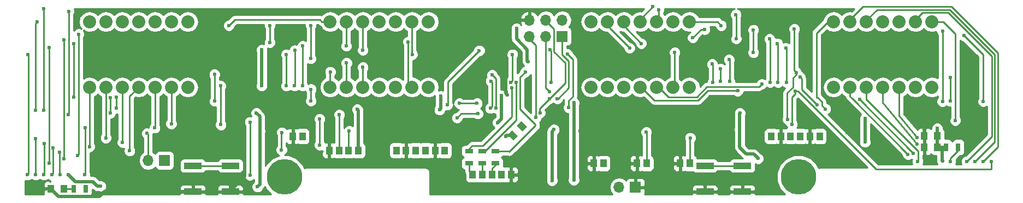
<source format=gbr>
G04 #@! TF.FileFunction,Copper,L1,Top,Signal*
%FSLAX46Y46*%
G04 Gerber Fmt 4.6, Leading zero omitted, Abs format (unit mm)*
G04 Created by KiCad (PCBNEW 4.0.4+e1-6308~48~ubuntu14.04.1-stable) date Mon Nov 27 13:47:36 2017*
%MOMM*%
%LPD*%
G01*
G04 APERTURE LIST*
%ADD10C,0.100000*%
%ADD11R,1.000000X1.250000*%
%ADD12R,1.300000X0.700000*%
%ADD13R,0.700000X1.300000*%
%ADD14C,5.500000*%
%ADD15R,1.000000X1.300000*%
%ADD16R,2.800000X1.000000*%
%ADD17R,1.700000X1.700000*%
%ADD18O,1.700000X1.700000*%
%ADD19O,2.032000X2.032000*%
%ADD20C,0.600000*%
%ADD21C,0.500000*%
%ADD22C,0.250000*%
%ADD23C,0.254000*%
G04 APERTURE END LIST*
D10*
G36*
X176381281Y-121152602D02*
X175497398Y-120268719D01*
X176204505Y-119561612D01*
X177088388Y-120445495D01*
X176381281Y-121152602D01*
X176381281Y-121152602D01*
G37*
G36*
X177795495Y-119738388D02*
X176911612Y-118854505D01*
X177618719Y-118147398D01*
X178502602Y-119031281D01*
X177795495Y-119738388D01*
X177795495Y-119738388D01*
G37*
D11*
X106700000Y-128650000D03*
X104700000Y-128650000D03*
X242100000Y-120400000D03*
X240100000Y-120400000D03*
D12*
X171550000Y-122800000D03*
X171550000Y-124700000D03*
X173600000Y-122800000D03*
X173600000Y-124700000D03*
D13*
X108200000Y-128650000D03*
X110100000Y-128650000D03*
X243450000Y-122200000D03*
X245350000Y-122200000D03*
D11*
X242100000Y-122200000D03*
X240100000Y-122200000D03*
D12*
X169550000Y-124700000D03*
X169550000Y-122800000D03*
D14*
X140900000Y-126800000D03*
X220600000Y-126800000D03*
D15*
X143700000Y-120500000D03*
X142200000Y-120500000D03*
X147850000Y-122700000D03*
X149350000Y-122700000D03*
X152350000Y-122700000D03*
X150850000Y-122700000D03*
X158250000Y-122700000D03*
X159750000Y-122700000D03*
X161250000Y-122700000D03*
X162750000Y-122700000D03*
X165750000Y-122700000D03*
X164250000Y-122700000D03*
X190350000Y-124700000D03*
X188850000Y-124700000D03*
X203750000Y-124700000D03*
X202250000Y-124700000D03*
X216350000Y-120500000D03*
X217850000Y-120500000D03*
X219350000Y-120500000D03*
X220850000Y-120500000D03*
X223850000Y-120500000D03*
X222350000Y-120500000D03*
X170050000Y-126450000D03*
X171550000Y-126450000D03*
X173050000Y-126450000D03*
X176050000Y-126450000D03*
X174550000Y-126450000D03*
D16*
X211875000Y-129085000D03*
X206075000Y-129085000D03*
X211875000Y-125085000D03*
X206075000Y-125085000D03*
X132500000Y-129085000D03*
X126700000Y-129085000D03*
X132500000Y-125085000D03*
X126700000Y-125085000D03*
D17*
X122300000Y-124250000D03*
D18*
X119760000Y-124250000D03*
D17*
X195300000Y-128400000D03*
D18*
X192760000Y-128400000D03*
D17*
X183950000Y-105000000D03*
D18*
X183950000Y-102460000D03*
X181410000Y-105000000D03*
X181410000Y-102460000D03*
X178870000Y-105000000D03*
X178870000Y-102460000D03*
D19*
X125920000Y-112880000D03*
X123380000Y-112880000D03*
X120840000Y-112880000D03*
X118300000Y-112880000D03*
X115760000Y-112880000D03*
X113220000Y-112880000D03*
X110680000Y-112880000D03*
X125920000Y-102720000D03*
X123380000Y-102720000D03*
X120840000Y-102720000D03*
X110680000Y-102720000D03*
X113220000Y-102720000D03*
X115760000Y-102720000D03*
X118300000Y-102720000D03*
X163220000Y-112880000D03*
X160680000Y-112880000D03*
X158140000Y-112880000D03*
X155600000Y-112880000D03*
X153060000Y-112880000D03*
X150520000Y-112880000D03*
X147980000Y-112880000D03*
X163220000Y-102720000D03*
X160680000Y-102720000D03*
X158140000Y-102720000D03*
X147980000Y-102720000D03*
X150520000Y-102720000D03*
X153060000Y-102720000D03*
X155600000Y-102720000D03*
X203670000Y-112880000D03*
X201130000Y-112880000D03*
X198590000Y-112880000D03*
X196050000Y-112880000D03*
X193510000Y-112880000D03*
X190970000Y-112880000D03*
X188430000Y-112880000D03*
X203670000Y-102720000D03*
X201130000Y-102720000D03*
X198590000Y-102720000D03*
X188430000Y-102720000D03*
X190970000Y-102720000D03*
X193510000Y-102720000D03*
X196050000Y-102720000D03*
X241270000Y-112880000D03*
X238730000Y-112880000D03*
X236190000Y-112880000D03*
X233650000Y-112880000D03*
X231110000Y-112880000D03*
X228570000Y-112880000D03*
X226030000Y-112880000D03*
X241270000Y-102720000D03*
X238730000Y-102720000D03*
X236190000Y-102720000D03*
X226030000Y-102720000D03*
X228570000Y-102720000D03*
X231110000Y-102720000D03*
X233650000Y-102720000D03*
D15*
X197050000Y-124700000D03*
X195550000Y-124700000D03*
D20*
X173775000Y-101400000D03*
X165825000Y-101400000D03*
X240325000Y-115613500D03*
X177707107Y-118942893D03*
X178750000Y-112300000D03*
X174232233Y-109856750D03*
X175450000Y-114050000D03*
X178700000Y-114050000D03*
X175900000Y-124150000D03*
X186700000Y-119700000D03*
X216175000Y-103313500D03*
X224325000Y-104925000D03*
X221425000Y-103675000D03*
X169706750Y-114382233D03*
X104700000Y-128650000D03*
X118925000Y-115900000D03*
X209825000Y-103313500D03*
X141150000Y-103350000D03*
X134825000Y-103313500D03*
X228100000Y-119950000D03*
X223700000Y-118675000D03*
X240100000Y-120050000D03*
X185750000Y-129200000D03*
X209500000Y-115000000D03*
X181161880Y-119049138D03*
X134475000Y-117250000D03*
X211500000Y-116900000D03*
X185800000Y-115300000D03*
X185750000Y-127275000D03*
X211475000Y-119475000D03*
X242100000Y-119250000D03*
X230925000Y-117750000D03*
X230900000Y-121400000D03*
X152175000Y-116325000D03*
X175175000Y-120500000D03*
X137365000Y-112686500D03*
X137400000Y-107100000D03*
X214325000Y-123950000D03*
X176875000Y-103800000D03*
X178675000Y-108925000D03*
X174525000Y-114200000D03*
X173975000Y-118375000D03*
X182675000Y-119450000D03*
X182375000Y-127350000D03*
X165125000Y-114275000D03*
X164950000Y-116400000D03*
X137075000Y-119650000D03*
X107415000Y-126486500D03*
X136550000Y-116875000D03*
X136725000Y-128325000D03*
X112400000Y-128225000D03*
X242900000Y-124350000D03*
X106700000Y-128650000D03*
X176150000Y-112950000D03*
X183200000Y-114650000D03*
X170750000Y-115400000D03*
X168000000Y-115400000D03*
X219600000Y-118650000D03*
X182000000Y-113550000D03*
X220050000Y-113500000D03*
X135550000Y-118300000D03*
X135550000Y-126500000D03*
X145000000Y-115000000D03*
X145000000Y-113200000D03*
X250485000Y-124386500D03*
X146350000Y-117800000D03*
X146350000Y-121850000D03*
X167650000Y-117650000D03*
X182000000Y-114650000D03*
X180500000Y-116850000D03*
X170850000Y-117000000D03*
X179900000Y-117600000D03*
X119600000Y-120050000D03*
X140450000Y-122600000D03*
X140500000Y-119900000D03*
X132900000Y-125100000D03*
X172900000Y-111950000D03*
X172800000Y-116150000D03*
X149400000Y-117150000D03*
X150950000Y-119700000D03*
X205600000Y-125000000D03*
X203800000Y-120750000D03*
X173100862Y-110988120D03*
X173700000Y-116100000D03*
X176800000Y-112150000D03*
X178250000Y-110500000D03*
X110050000Y-128600000D03*
X244150000Y-124400000D03*
X182050000Y-107100000D03*
X114825000Y-116125000D03*
X114875000Y-114400000D03*
X144985000Y-103313500D03*
X144975000Y-108450000D03*
X182262742Y-112150000D03*
X218900000Y-117900000D03*
X130100000Y-115050000D03*
X130050000Y-110900000D03*
X220250000Y-110600000D03*
X219950000Y-103850000D03*
X102350000Y-116450000D03*
X102600000Y-102750000D03*
X103600000Y-100700000D03*
X103600000Y-116450000D03*
X107415000Y-117113500D03*
X107450000Y-101150000D03*
X113900000Y-114500000D03*
X113900000Y-116900000D03*
X108250000Y-106100000D03*
X108250000Y-114450000D03*
X123350000Y-118550000D03*
X109000000Y-104650000D03*
X108800000Y-123450000D03*
X106750000Y-124000000D03*
X106700000Y-105500000D03*
X104400000Y-106750000D03*
X104400000Y-124700000D03*
X110000000Y-119200000D03*
X120800000Y-119200000D03*
X109955000Y-126486500D03*
X101065000Y-126486500D03*
X101100000Y-107800000D03*
X113200000Y-120750000D03*
X102335000Y-126486500D03*
X102350000Y-120900000D03*
X115800000Y-121450000D03*
X103605000Y-126486500D03*
X103650000Y-121650000D03*
X105050000Y-122300000D03*
X110700000Y-122100000D03*
X104875000Y-126486500D03*
X116900000Y-122750000D03*
X106050000Y-122950000D03*
X106145000Y-126486500D03*
X132285000Y-103313500D03*
X160050000Y-105850000D03*
X138625000Y-105925000D03*
X138635000Y-103313500D03*
X143700000Y-106500000D03*
X150475000Y-106500000D03*
X143715000Y-112686500D03*
X142500000Y-107150000D03*
X153050000Y-107150000D03*
X142445000Y-112686500D03*
X141200000Y-107800000D03*
X160700000Y-107800000D03*
X141175000Y-112686500D03*
X131050000Y-118700000D03*
X131015000Y-112686500D03*
X166150000Y-115650000D03*
X171100000Y-107200000D03*
X206050000Y-103900000D03*
X204200000Y-105200000D03*
X150525000Y-109125000D03*
X153050000Y-109800000D03*
X148000000Y-110500000D03*
X208600000Y-103300000D03*
X198900000Y-100900000D03*
X198000000Y-100350000D03*
X201400000Y-107500000D03*
X213600000Y-107500000D03*
X213600000Y-104000000D03*
X194400000Y-106800000D03*
X218600000Y-106800000D03*
X218700000Y-112100000D03*
X196200000Y-106100000D03*
X217300000Y-106100000D03*
X217400000Y-112100000D03*
X210875000Y-101625000D03*
X210925000Y-105350000D03*
X216100000Y-105400000D03*
X216200000Y-112100000D03*
X214900000Y-112400000D03*
X223500000Y-115600000D03*
X220850000Y-111300000D03*
X207200000Y-109300000D03*
X207300000Y-112100000D03*
X208500000Y-110000000D03*
X208500000Y-112000000D03*
X209800000Y-108600000D03*
X209900000Y-112000000D03*
X211150000Y-113450000D03*
X224750000Y-116250000D03*
X244900000Y-118050000D03*
X242900000Y-115100000D03*
X242900000Y-104200000D03*
X249200000Y-115100000D03*
X246250000Y-104900000D03*
X244100000Y-115050000D03*
X244150000Y-111400000D03*
X249215000Y-124386500D03*
X247945000Y-124386500D03*
X246675000Y-124386500D03*
X239000000Y-120700000D03*
X237550000Y-123300000D03*
X239055000Y-124386500D03*
X230100000Y-114750000D03*
X238400000Y-123150000D03*
X239000000Y-121750000D03*
X197000000Y-119850000D03*
X176000000Y-112100000D03*
X176250000Y-107800000D03*
X184750000Y-107750000D03*
X184950000Y-116050000D03*
D21*
X240100000Y-120400000D02*
X240100000Y-115838500D01*
X240100000Y-115838500D02*
X240325000Y-115613500D01*
X240325000Y-115613500D02*
X240325000Y-115625000D01*
X178750000Y-112300000D02*
X178750000Y-114000000D01*
X174225483Y-109850000D02*
X174232233Y-109856750D01*
X174225483Y-109850000D02*
X174225000Y-109850000D01*
X174306750Y-109856750D02*
X174232233Y-109856750D01*
X175200000Y-110750000D02*
X174306750Y-109856750D01*
X175200000Y-111150000D02*
X175200000Y-110750000D01*
X175200000Y-113800000D02*
X175200000Y-111150000D01*
X175450000Y-114050000D02*
X175200000Y-113800000D01*
X178750000Y-114000000D02*
X178700000Y-114050000D01*
X216175000Y-103313500D02*
X216175000Y-101850000D01*
X216175000Y-103300000D02*
X216175000Y-103313500D01*
X221425000Y-102125000D02*
X221425000Y-103675000D01*
X220700000Y-101400000D02*
X221425000Y-102125000D01*
X216625000Y-101400000D02*
X220700000Y-101400000D01*
X216175000Y-101850000D02*
X216625000Y-101400000D01*
X169700000Y-114375000D02*
X169700000Y-114375483D01*
X169700000Y-114375483D02*
X169706750Y-114382233D01*
X209825000Y-103313500D02*
X209825000Y-103300000D01*
X134825000Y-103313500D02*
X134825000Y-103300000D01*
X240100000Y-120400000D02*
X240075000Y-120075000D01*
X240075000Y-120075000D02*
X240100000Y-120050000D01*
X181175000Y-119050000D02*
X181162742Y-119050000D01*
X181162742Y-119050000D02*
X181161880Y-119049138D01*
X132500000Y-129085000D02*
X132500000Y-128900000D01*
X132500000Y-128900000D02*
X134725000Y-126675000D01*
X134725000Y-126675000D02*
X134725000Y-118875000D01*
X134725000Y-118875000D02*
X134475000Y-118625000D01*
X134475000Y-118625000D02*
X134475000Y-117250000D01*
X104700000Y-128650000D02*
X104700000Y-128675000D01*
X104700000Y-128675000D02*
X105875000Y-129850000D01*
X105875000Y-129850000D02*
X112175000Y-129850000D01*
X112175000Y-129850000D02*
X112940000Y-129085000D01*
X112940000Y-129085000D02*
X126700000Y-129085000D01*
X211500000Y-116900000D02*
X211475000Y-116925000D01*
X211475000Y-116925000D02*
X211475000Y-119475000D01*
X185800000Y-115300000D02*
X185750000Y-115350000D01*
X185750000Y-115350000D02*
X185750000Y-127275000D01*
X242100000Y-120400000D02*
X242100000Y-119250000D01*
X230900000Y-121400000D02*
X230900000Y-117775000D01*
X230925000Y-117750000D02*
X230900000Y-117775000D01*
X152350000Y-122700000D02*
X152350000Y-116500000D01*
X152350000Y-116500000D02*
X152175000Y-116325000D01*
X176292893Y-120357107D02*
X175317893Y-120357107D01*
X175317893Y-120357107D02*
X175175000Y-120500000D01*
X137400000Y-112651500D02*
X137400000Y-107100000D01*
X137365000Y-112686500D02*
X137400000Y-112651500D01*
X211475000Y-119475000D02*
X211475000Y-122225000D01*
X211475000Y-122225000D02*
X212500000Y-123250000D01*
X212500000Y-123250000D02*
X213625000Y-123250000D01*
X213625000Y-123250000D02*
X214325000Y-123950000D01*
X176875000Y-105350000D02*
X176875000Y-103800000D01*
X178550000Y-107025000D02*
X176875000Y-105350000D01*
X178550000Y-108800000D02*
X178550000Y-107025000D01*
X178675000Y-108925000D02*
X178550000Y-108800000D01*
X174525000Y-117825000D02*
X174525000Y-114200000D01*
X173975000Y-118375000D02*
X174525000Y-117825000D01*
X182675000Y-119450000D02*
X182375000Y-119750000D01*
X182375000Y-119750000D02*
X182375000Y-127350000D01*
X165125000Y-116225000D02*
X165125000Y-114275000D01*
X164950000Y-116400000D02*
X165125000Y-116225000D01*
X137075000Y-117400000D02*
X136550000Y-116875000D01*
X137075000Y-127975000D02*
X137075000Y-119650000D01*
X137075000Y-119650000D02*
X137075000Y-117400000D01*
X136725000Y-128325000D02*
X137075000Y-127975000D01*
X111875000Y-128225000D02*
X112400000Y-128225000D01*
X111175000Y-127525000D02*
X111875000Y-128225000D01*
X108453500Y-127525000D02*
X111175000Y-127525000D01*
X107415000Y-126486500D02*
X108453500Y-127525000D01*
X242850000Y-122200000D02*
X242850000Y-124300000D01*
X242850000Y-124300000D02*
X242900000Y-124350000D01*
X242100000Y-122200000D02*
X242850000Y-122200000D01*
X242850000Y-122200000D02*
X243450000Y-122200000D01*
X242100000Y-120400000D02*
X242100000Y-122200000D01*
D22*
X106700000Y-128650000D02*
X108200000Y-128650000D01*
X242100000Y-122200000D02*
X242200000Y-122200000D01*
X171650000Y-122000000D02*
X170000000Y-122000000D01*
X170000000Y-122000000D02*
X169550000Y-122450000D01*
X169550000Y-122450000D02*
X169550000Y-122800000D01*
X176150000Y-117500000D02*
X176150000Y-112950000D01*
X171650000Y-122000000D02*
X176150000Y-117500000D01*
X171550000Y-124700000D02*
X171550000Y-126450000D01*
X173600000Y-124700000D02*
X173600000Y-124950000D01*
X173600000Y-124950000D02*
X173050000Y-125500000D01*
X173050000Y-125500000D02*
X173050000Y-126450000D01*
X173600000Y-124800000D02*
X173850000Y-124800000D01*
X183950000Y-105000000D02*
X183950000Y-107850000D01*
X183300000Y-114650000D02*
X183200000Y-114650000D01*
X184950000Y-113000000D02*
X183300000Y-114650000D01*
X184950000Y-108850000D02*
X184950000Y-113000000D01*
X183950000Y-107850000D02*
X184950000Y-108850000D01*
X170750000Y-115400000D02*
X168000000Y-115400000D01*
X220050000Y-113500000D02*
X220050000Y-113950000D01*
X219600000Y-114400000D02*
X219600000Y-118650000D01*
X220050000Y-113950000D02*
X219600000Y-114400000D01*
X181410000Y-105000000D02*
X181410000Y-112960000D01*
X181410000Y-112960000D02*
X182000000Y-113550000D01*
X220500000Y-113500000D02*
X220050000Y-113500000D01*
X135550000Y-125800000D02*
X135550000Y-118300000D01*
X135550000Y-126500000D02*
X135550000Y-125800000D01*
X145000000Y-115000000D02*
X145000000Y-113200000D01*
X232600000Y-125600000D02*
X220500000Y-113500000D01*
X250500000Y-125600000D02*
X232600000Y-125600000D01*
X250500000Y-124401500D02*
X250500000Y-125600000D01*
X250500000Y-124401500D02*
X250485000Y-124386500D01*
X146350000Y-117800000D02*
X146350000Y-119550000D01*
X170850000Y-117000000D02*
X168300000Y-117000000D01*
X146350000Y-119550000D02*
X146350000Y-121850000D01*
X168300000Y-117000000D02*
X167650000Y-117650000D01*
X181410000Y-102460000D02*
X181410000Y-102560000D01*
X181410000Y-102560000D02*
X182700000Y-103850000D01*
X182700000Y-103850000D02*
X182700000Y-107400000D01*
X182700000Y-107400000D02*
X184400000Y-109100000D01*
X184400000Y-109100000D02*
X184400000Y-112250000D01*
X184400000Y-112250000D02*
X182000000Y-114650000D01*
X180450000Y-116200000D02*
X182000000Y-114650000D01*
X180450000Y-116800000D02*
X180450000Y-116200000D01*
X180500000Y-116850000D02*
X180450000Y-116800000D01*
X170800000Y-117000000D02*
X170850000Y-117000000D01*
X179900000Y-117600000D02*
X179850000Y-117550000D01*
X179850000Y-117550000D02*
X179850000Y-106350000D01*
X179850000Y-106350000D02*
X178870000Y-105370000D01*
X178870000Y-105370000D02*
X178870000Y-105000000D01*
X119760000Y-120210000D02*
X119760000Y-124250000D01*
X119600000Y-120050000D02*
X119760000Y-120210000D01*
X140450000Y-119950000D02*
X140450000Y-122600000D01*
X140500000Y-119900000D02*
X140450000Y-119950000D01*
X132900000Y-125100000D02*
X132885000Y-125085000D01*
X132500000Y-125085000D02*
X126700000Y-125085000D01*
X132885000Y-125085000D02*
X132500000Y-125085000D01*
X149350000Y-122700000D02*
X149350000Y-118900000D01*
X173050000Y-112100000D02*
X172900000Y-111950000D01*
X173050000Y-115900000D02*
X173050000Y-112100000D01*
X172800000Y-116150000D02*
X173050000Y-115900000D01*
X149400000Y-117150000D02*
X149350000Y-117200000D01*
X149350000Y-117200000D02*
X149350000Y-118900000D01*
X150850000Y-119800000D02*
X150850000Y-122700000D01*
X150950000Y-119700000D02*
X150850000Y-119800000D01*
X206075000Y-125085000D02*
X211875000Y-125085000D01*
X205600000Y-125000000D02*
X205685000Y-125085000D01*
X205685000Y-125085000D02*
X206075000Y-125085000D01*
X203750000Y-120800000D02*
X203750000Y-124700000D01*
X203800000Y-120750000D02*
X203750000Y-120800000D01*
X173700000Y-111587258D02*
X173700000Y-116100000D01*
X173100862Y-110988120D02*
X173700000Y-111587258D01*
X171550000Y-122800000D02*
X171950000Y-122800000D01*
X171950000Y-122800000D02*
X176800000Y-117950000D01*
X176800000Y-117950000D02*
X176800000Y-112150000D01*
X173600000Y-122800000D02*
X175850000Y-122800000D01*
X175750000Y-122800000D02*
X175750000Y-122900000D01*
X175850000Y-122800000D02*
X175750000Y-122800000D01*
X177450000Y-121200000D02*
X179800000Y-118850000D01*
X179800000Y-118650000D02*
X177450000Y-116300000D01*
X179800000Y-118850000D02*
X179800000Y-118650000D01*
X177450000Y-116300000D02*
X177450000Y-111300000D01*
X175750000Y-122900000D02*
X177450000Y-121200000D01*
X177450000Y-111300000D02*
X178250000Y-110500000D01*
X110050000Y-128600000D02*
X110100000Y-128650000D01*
X245350000Y-122200000D02*
X245350000Y-122700000D01*
X245350000Y-122700000D02*
X244150000Y-123900000D01*
X244150000Y-123900000D02*
X244150000Y-124400000D01*
X182200000Y-107250000D02*
X182200000Y-107900000D01*
X182050000Y-107100000D02*
X182200000Y-107250000D01*
X182200000Y-107900000D02*
X182200000Y-107850000D01*
X114825000Y-116125000D02*
X114875000Y-116075000D01*
X114875000Y-116075000D02*
X114875000Y-114400000D01*
X144975000Y-103323500D02*
X144975000Y-108450000D01*
X144985000Y-103313500D02*
X144975000Y-103323500D01*
X182200000Y-112087258D02*
X182200000Y-107850000D01*
X182200000Y-112087258D02*
X182262742Y-112150000D01*
X218850000Y-115450000D02*
X218850000Y-117850000D01*
X220250000Y-110900000D02*
X219700000Y-111450000D01*
X219700000Y-111450000D02*
X219700000Y-112900000D01*
X219700000Y-112900000D02*
X218850000Y-113750000D01*
X218850000Y-113750000D02*
X218850000Y-115450000D01*
X220250000Y-110600000D02*
X220250000Y-110900000D01*
X218850000Y-117850000D02*
X218900000Y-117900000D01*
X130100000Y-110950000D02*
X130100000Y-115050000D01*
X130050000Y-110900000D02*
X130100000Y-110950000D01*
X220250000Y-110600000D02*
X219950000Y-110300000D01*
X219950000Y-110300000D02*
X219950000Y-103850000D01*
X102600000Y-102750000D02*
X102350000Y-103000000D01*
X102350000Y-103000000D02*
X102350000Y-116450000D01*
X103600000Y-100700000D02*
X103600000Y-116450000D01*
X107450000Y-105450000D02*
X107450000Y-101150000D01*
X107450000Y-117078500D02*
X107450000Y-105450000D01*
X107450000Y-117078500D02*
X107415000Y-117113500D01*
X113900000Y-116900000D02*
X113900000Y-114500000D01*
X108200000Y-114400000D02*
X108250000Y-106100000D01*
X108250000Y-114450000D02*
X108200000Y-114400000D01*
X123380000Y-112880000D02*
X123380000Y-118520000D01*
X123380000Y-118520000D02*
X123350000Y-118550000D01*
X109000000Y-123250000D02*
X109000000Y-104650000D01*
X108800000Y-123450000D02*
X109000000Y-123250000D01*
X106750000Y-124000000D02*
X106700000Y-123950000D01*
X106700000Y-123950000D02*
X106700000Y-105500000D01*
X104400000Y-124700000D02*
X104400000Y-106750000D01*
X104400000Y-124700000D02*
X104450000Y-124650000D01*
X110000000Y-126441500D02*
X110000000Y-119200000D01*
X110000000Y-126441500D02*
X109955000Y-126486500D01*
X120840000Y-112880000D02*
X120840000Y-119160000D01*
X120840000Y-119160000D02*
X120800000Y-119200000D01*
X101200000Y-107900000D02*
X101100000Y-107800000D01*
X101200000Y-126351500D02*
X101200000Y-107900000D01*
X101200000Y-126351500D02*
X101065000Y-126486500D01*
X113220000Y-112880000D02*
X113220000Y-120730000D01*
X113220000Y-120730000D02*
X113200000Y-120750000D01*
X102350000Y-126471500D02*
X102350000Y-120900000D01*
X102350000Y-126471500D02*
X102335000Y-126486500D01*
X103650000Y-126441500D02*
X103650000Y-121650000D01*
X115760000Y-112880000D02*
X115760000Y-121410000D01*
X115760000Y-121410000D02*
X115800000Y-121450000D01*
X103650000Y-126441500D02*
X103605000Y-126486500D01*
X105050000Y-126311500D02*
X105050000Y-122300000D01*
X105050000Y-126311500D02*
X104875000Y-126486500D01*
X110680000Y-112880000D02*
X110680000Y-122080000D01*
X110680000Y-122080000D02*
X110700000Y-122100000D01*
X116900000Y-114300000D02*
X116900000Y-114280000D01*
X116900000Y-114280000D02*
X118300000Y-112880000D01*
X116900000Y-114300000D02*
X116900000Y-121950000D01*
X116900000Y-121950000D02*
X116900000Y-122750000D01*
X106050000Y-126391500D02*
X106050000Y-122950000D01*
X106050000Y-126391500D02*
X106145000Y-126486500D01*
X147980000Y-102720000D02*
X146710000Y-102720000D01*
X146710000Y-102720000D02*
X146390000Y-102400000D01*
X133200000Y-102400000D02*
X146390000Y-102400000D01*
X132801500Y-102798500D02*
X133200000Y-102400000D01*
X132800000Y-102798500D02*
X132801500Y-102798500D01*
X132800000Y-102798500D02*
X132285000Y-103313500D01*
X160050000Y-112250000D02*
X160050000Y-105850000D01*
X138625000Y-103323500D02*
X138625000Y-105925000D01*
X138635000Y-103313500D02*
X138625000Y-103323500D01*
X160050000Y-112250000D02*
X160680000Y-112880000D01*
X150520000Y-105580000D02*
X150520000Y-106455000D01*
X150520000Y-106455000D02*
X150475000Y-106500000D01*
X150520000Y-105580000D02*
X150520000Y-102720000D01*
X150500000Y-105600000D02*
X150520000Y-105580000D01*
X143700000Y-112671500D02*
X143700000Y-106500000D01*
X143700000Y-112671500D02*
X143715000Y-112686500D01*
X153060000Y-106390000D02*
X153060000Y-107140000D01*
X153060000Y-107140000D02*
X153050000Y-107150000D01*
X153060000Y-106390000D02*
X153060000Y-102720000D01*
X153050000Y-106400000D02*
X153060000Y-106390000D01*
X142500000Y-112631500D02*
X142445000Y-112686500D01*
X142500000Y-112631500D02*
X142500000Y-107150000D01*
X160680000Y-107075000D02*
X160680000Y-107780000D01*
X160680000Y-107780000D02*
X160700000Y-107800000D01*
X160680000Y-107180000D02*
X160680000Y-107075000D01*
X160680000Y-107075000D02*
X160680000Y-102720000D01*
X160700000Y-107200000D02*
X160680000Y-107180000D01*
X141200000Y-112661500D02*
X141175000Y-112686500D01*
X141200000Y-112661500D02*
X141200000Y-107800000D01*
X131015000Y-112686500D02*
X131050000Y-112721500D01*
X131050000Y-112721500D02*
X131050000Y-118700000D01*
X166150000Y-115650000D02*
X166250000Y-115550000D01*
X166250000Y-115550000D02*
X166250000Y-112050000D01*
X166250000Y-112050000D02*
X171100000Y-107200000D01*
X205500000Y-103900000D02*
X206050000Y-103900000D01*
X204200000Y-105200000D02*
X205500000Y-103900000D01*
X150525000Y-109125000D02*
X150520000Y-109125000D01*
X150520000Y-109125000D02*
X150525000Y-109125000D01*
X150525000Y-109125000D02*
X150520000Y-109125000D01*
X150520000Y-112880000D02*
X150520000Y-111610000D01*
X150520000Y-109125000D02*
X150520000Y-111610000D01*
X153050000Y-109800000D02*
X153060000Y-109800000D01*
X153060000Y-109800000D02*
X153050000Y-109800000D01*
X153050000Y-109800000D02*
X153060000Y-109800000D01*
X153060000Y-112880000D02*
X153060000Y-111610000D01*
X153060000Y-109800000D02*
X153060000Y-111610000D01*
X148000000Y-110500000D02*
X147980000Y-110500000D01*
X147980000Y-110500000D02*
X148000000Y-110500000D01*
X148000000Y-110500000D02*
X147980000Y-110500000D01*
X147980000Y-111600000D02*
X147980000Y-112880000D01*
X147980000Y-110500000D02*
X147980000Y-111600000D01*
X147980000Y-111600000D02*
X147980000Y-111610000D01*
X203970000Y-102720000D02*
X208020000Y-102720000D01*
X208020000Y-102720000D02*
X208600000Y-103300000D01*
X198890000Y-102720000D02*
X198890000Y-100910000D01*
X198890000Y-100910000D02*
X198900000Y-100900000D01*
X198890000Y-100910000D02*
X198900000Y-100900000D01*
X196350000Y-102050000D02*
X198000000Y-100350000D01*
X201400000Y-107500000D02*
X201400000Y-112850000D01*
X201400000Y-112850000D02*
X201430000Y-112880000D01*
X213600000Y-107500000D02*
X213600000Y-104000000D01*
X194400000Y-106800000D02*
X191270000Y-103670000D01*
X191270000Y-103670000D02*
X191270000Y-102720000D01*
X218600000Y-106800000D02*
X218700000Y-106900000D01*
X218700000Y-106900000D02*
X218700000Y-112100000D01*
X196200000Y-106100000D02*
X193810000Y-103710000D01*
X193810000Y-103710000D02*
X193810000Y-102720000D01*
X217300000Y-106100000D02*
X217400000Y-106200000D01*
X217400000Y-106200000D02*
X217400000Y-112100000D01*
X210875000Y-101625000D02*
X210925000Y-101675000D01*
X210925000Y-101675000D02*
X210925000Y-105350000D01*
X216100000Y-105400000D02*
X216200000Y-105500000D01*
X216200000Y-105500000D02*
X216200000Y-112100000D01*
X198890000Y-112880000D02*
X198930000Y-112880000D01*
X198930000Y-112880000D02*
X200450000Y-114400000D01*
X200450000Y-114400000D02*
X204800000Y-114400000D01*
X204800000Y-114400000D02*
X206400000Y-112800000D01*
X206400000Y-112800000D02*
X214500000Y-112800000D01*
X214500000Y-112800000D02*
X214900000Y-112400000D01*
X221100000Y-113200000D02*
X223500000Y-115600000D01*
X221100000Y-111550000D02*
X221100000Y-113200000D01*
X220850000Y-111300000D02*
X221100000Y-111550000D01*
X207200000Y-109300000D02*
X207300000Y-109400000D01*
X207300000Y-109400000D02*
X207300000Y-112100000D01*
X208500000Y-110000000D02*
X208500000Y-112000000D01*
X209800000Y-108600000D02*
X209900000Y-108700000D01*
X209900000Y-108700000D02*
X209900000Y-112000000D01*
X196050000Y-112880000D02*
X196180000Y-112880000D01*
X196180000Y-112880000D02*
X198200000Y-114900000D01*
X198200000Y-114900000D02*
X198750000Y-114900000D01*
X196350000Y-112880000D02*
X196730000Y-112880000D01*
X198750000Y-114900000D02*
X205050000Y-114900000D01*
X205050000Y-114900000D02*
X206500000Y-113450000D01*
X206500000Y-113450000D02*
X211150000Y-113450000D01*
X226030000Y-102720000D02*
X225130000Y-102720000D01*
X225130000Y-102720000D02*
X223350000Y-104500000D01*
X223350000Y-104500000D02*
X223350000Y-114550000D01*
X224750000Y-116250000D02*
X224200000Y-115700000D01*
X224200000Y-115700000D02*
X224200000Y-115150000D01*
X224200000Y-115150000D02*
X223600000Y-114550000D01*
X223600000Y-114550000D02*
X223350000Y-114550000D01*
X244900000Y-118050000D02*
X244900000Y-117850000D01*
X244900000Y-117850000D02*
X244900000Y-104600000D01*
X244900000Y-104600000D02*
X243020000Y-102720000D01*
X243020000Y-102720000D02*
X241270000Y-102720000D01*
X242900000Y-104200000D02*
X242900000Y-115100000D01*
X249200000Y-107850000D02*
X249200000Y-115100000D01*
X246250000Y-104900000D02*
X249200000Y-107850000D01*
X244100000Y-111450000D02*
X244100000Y-115050000D01*
X244150000Y-111400000D02*
X244100000Y-111450000D01*
X244300000Y-100400000D02*
X230600000Y-100400000D01*
X251500000Y-107600000D02*
X244300000Y-100400000D01*
X251500000Y-122101500D02*
X251500000Y-107600000D01*
X251500000Y-122101500D02*
X249215000Y-124386500D01*
X228570000Y-102720000D02*
X228570000Y-102430000D01*
X228570000Y-102430000D02*
X230600000Y-100400000D01*
X244000000Y-100850002D02*
X232749998Y-100850002D01*
X251000000Y-107850002D02*
X244000000Y-100850002D01*
X251000000Y-121331500D02*
X251000000Y-107850002D01*
X251000000Y-121331500D02*
X247945000Y-124386500D01*
X231110000Y-102720000D02*
X231110000Y-102490000D01*
X231110000Y-102490000D02*
X232749998Y-100850002D01*
X239849996Y-101300004D02*
X243813604Y-101300004D01*
X243813604Y-101300004D02*
X243913600Y-101400000D01*
X250549998Y-108036398D02*
X243913600Y-101400000D01*
X250549998Y-120511502D02*
X250549998Y-108036398D01*
X250549998Y-120511502D02*
X246675000Y-124386500D01*
X238730000Y-102720000D02*
X238730000Y-102420000D01*
X238730000Y-102420000D02*
X239849996Y-101300004D01*
X236190000Y-112880000D02*
X236200000Y-117350000D01*
X236200000Y-117350000D02*
X236210000Y-117360000D01*
X236210000Y-117360000D02*
X236210000Y-117410000D01*
X236210000Y-117410000D02*
X236210000Y-117360000D01*
X236210000Y-117360000D02*
X239000000Y-120700000D01*
X228570000Y-112880000D02*
X228570000Y-114320000D01*
X228570000Y-114320000D02*
X228850000Y-114600000D01*
X237550000Y-123300000D02*
X228850000Y-114600000D01*
X239100000Y-122800000D02*
X231100000Y-114800000D01*
X239100000Y-124341500D02*
X239100000Y-122800000D01*
X239055000Y-124386500D02*
X239100000Y-124341500D01*
X231110000Y-112880000D02*
X231110000Y-114810000D01*
X231110000Y-114810000D02*
X231100000Y-114800000D01*
X231100000Y-114800000D02*
X231100000Y-114750000D01*
X231100000Y-114750000D02*
X231100000Y-114800000D01*
X238400000Y-123150000D02*
X230100000Y-114750000D01*
X233650000Y-115250000D02*
X239000000Y-121750000D01*
X233650000Y-112880000D02*
X233650000Y-115250000D01*
X233650000Y-115250000D02*
X233650000Y-115150000D01*
X233650000Y-115150000D02*
X233650000Y-115250000D01*
X169550000Y-124700000D02*
X169550000Y-125950000D01*
X169550000Y-125950000D02*
X170050000Y-126450000D01*
X197050000Y-124700000D02*
X197050000Y-119900000D01*
X197050000Y-119900000D02*
X197000000Y-119850000D01*
X185600000Y-108600000D02*
X185600000Y-114300000D01*
X176000000Y-112100000D02*
X176250000Y-111850000D01*
X176250000Y-111850000D02*
X176250000Y-107800000D01*
X184750000Y-107750000D02*
X185600000Y-108600000D01*
X184950000Y-114950000D02*
X184950000Y-116050000D01*
X185600000Y-114300000D02*
X184950000Y-114950000D01*
D23*
G36*
X196217030Y-101095791D02*
X196082345Y-101069000D01*
X196017655Y-101069000D01*
X195385845Y-101194675D01*
X194850222Y-101552567D01*
X194780000Y-101657662D01*
X194709778Y-101552567D01*
X194174155Y-101194675D01*
X193542345Y-101069000D01*
X193477655Y-101069000D01*
X192845845Y-101194675D01*
X192310222Y-101552567D01*
X192240000Y-101657662D01*
X192169778Y-101552567D01*
X191634155Y-101194675D01*
X191002345Y-101069000D01*
X190937655Y-101069000D01*
X190305845Y-101194675D01*
X189770222Y-101552567D01*
X189700000Y-101657662D01*
X189629778Y-101552567D01*
X189094155Y-101194675D01*
X188462345Y-101069000D01*
X188397655Y-101069000D01*
X187765845Y-101194675D01*
X187230222Y-101552567D01*
X186872330Y-102088190D01*
X186746655Y-102720000D01*
X186872330Y-103351810D01*
X187230222Y-103887433D01*
X187765845Y-104245325D01*
X188397655Y-104371000D01*
X188462345Y-104371000D01*
X189094155Y-104245325D01*
X189629778Y-103887433D01*
X189700000Y-103782338D01*
X189770222Y-103887433D01*
X190305845Y-104245325D01*
X190885904Y-104360706D01*
X193464878Y-106939680D01*
X193464838Y-106985167D01*
X193606883Y-107328943D01*
X193869673Y-107592192D01*
X194213201Y-107734838D01*
X194585167Y-107735162D01*
X194928943Y-107593117D01*
X195192192Y-107330327D01*
X195334838Y-106986799D01*
X195335162Y-106614833D01*
X195193117Y-106271057D01*
X194930327Y-106007808D01*
X194586799Y-105865162D01*
X194539923Y-105865121D01*
X192938571Y-104263769D01*
X193375972Y-104350774D01*
X195264878Y-106239680D01*
X195264838Y-106285167D01*
X195406883Y-106628943D01*
X195669673Y-106892192D01*
X196013201Y-107034838D01*
X196385167Y-107035162D01*
X196728943Y-106893117D01*
X196992192Y-106630327D01*
X197134838Y-106286799D01*
X197135162Y-105914833D01*
X196993117Y-105571057D01*
X196730327Y-105307808D01*
X196386799Y-105165162D01*
X196339923Y-105165121D01*
X195428639Y-104253837D01*
X196017655Y-104371000D01*
X196082345Y-104371000D01*
X196714155Y-104245325D01*
X197249778Y-103887433D01*
X197320000Y-103782338D01*
X197390222Y-103887433D01*
X197925845Y-104245325D01*
X198557655Y-104371000D01*
X198622345Y-104371000D01*
X199254155Y-104245325D01*
X199789778Y-103887433D01*
X199860000Y-103782338D01*
X199930222Y-103887433D01*
X200465845Y-104245325D01*
X201097655Y-104371000D01*
X201162345Y-104371000D01*
X201794155Y-104245325D01*
X202329778Y-103887433D01*
X202400000Y-103782338D01*
X202470222Y-103887433D01*
X203005845Y-104245325D01*
X203637655Y-104371000D01*
X203702345Y-104371000D01*
X203809473Y-104349691D01*
X203671057Y-104406883D01*
X203407808Y-104669673D01*
X203265162Y-105013201D01*
X203264838Y-105385167D01*
X203406883Y-105728943D01*
X203669673Y-105992192D01*
X204013201Y-106134838D01*
X204385167Y-106135162D01*
X204728943Y-105993117D01*
X204992192Y-105730327D01*
X205134838Y-105386799D01*
X205134879Y-105339923D01*
X205705463Y-104769339D01*
X205863201Y-104834838D01*
X206235167Y-104835162D01*
X206578943Y-104693117D01*
X206842192Y-104430327D01*
X206984838Y-104086799D01*
X206985162Y-103714833D01*
X206888131Y-103480000D01*
X207664843Y-103480000D01*
X207664838Y-103485167D01*
X207806883Y-103828943D01*
X208069673Y-104092192D01*
X208413201Y-104234838D01*
X208785167Y-104235162D01*
X209128943Y-104093117D01*
X209392192Y-103830327D01*
X209534838Y-103486799D01*
X209535162Y-103114833D01*
X209393117Y-102771057D01*
X209130327Y-102507808D01*
X208786799Y-102365162D01*
X208739923Y-102365121D01*
X208557401Y-102182599D01*
X208310839Y-102017852D01*
X208020000Y-101960000D01*
X205142016Y-101960000D01*
X204869778Y-101552567D01*
X204334155Y-101194675D01*
X203702345Y-101069000D01*
X203637655Y-101069000D01*
X203005845Y-101194675D01*
X202470222Y-101552567D01*
X202400000Y-101657662D01*
X202329778Y-101552567D01*
X201794155Y-101194675D01*
X201162345Y-101069000D01*
X201097655Y-101069000D01*
X200465845Y-101194675D01*
X199930222Y-101552567D01*
X199860000Y-101657662D01*
X199789778Y-101552567D01*
X199657966Y-101464493D01*
X199692192Y-101430327D01*
X199834838Y-101086799D01*
X199835162Y-100714833D01*
X199833165Y-100710000D01*
X210641037Y-100710000D01*
X210346057Y-100831883D01*
X210082808Y-101094673D01*
X209940162Y-101438201D01*
X209939838Y-101810167D01*
X210081883Y-102153943D01*
X210165000Y-102237205D01*
X210165000Y-104787537D01*
X210132808Y-104819673D01*
X209990162Y-105163201D01*
X209989838Y-105535167D01*
X210131883Y-105878943D01*
X210394673Y-106142192D01*
X210738201Y-106284838D01*
X211110167Y-106285162D01*
X211453943Y-106143117D01*
X211717192Y-105880327D01*
X211859838Y-105536799D01*
X211860162Y-105164833D01*
X211718117Y-104821057D01*
X211685000Y-104787882D01*
X211685000Y-104185167D01*
X212664838Y-104185167D01*
X212806883Y-104528943D01*
X212840000Y-104562118D01*
X212840000Y-106937537D01*
X212807808Y-106969673D01*
X212665162Y-107313201D01*
X212664838Y-107685167D01*
X212806883Y-108028943D01*
X213069673Y-108292192D01*
X213413201Y-108434838D01*
X213785167Y-108435162D01*
X214128943Y-108293117D01*
X214392192Y-108030327D01*
X214534838Y-107686799D01*
X214535162Y-107314833D01*
X214393117Y-106971057D01*
X214360000Y-106937882D01*
X214360000Y-104562463D01*
X214392192Y-104530327D01*
X214534838Y-104186799D01*
X214535162Y-103814833D01*
X214393117Y-103471057D01*
X214130327Y-103207808D01*
X213786799Y-103065162D01*
X213414833Y-103064838D01*
X213071057Y-103206883D01*
X212807808Y-103469673D01*
X212665162Y-103813201D01*
X212664838Y-104185167D01*
X211685000Y-104185167D01*
X211685000Y-102112441D01*
X211809838Y-101811799D01*
X211810162Y-101439833D01*
X211668117Y-101096057D01*
X211405327Y-100832808D01*
X211109574Y-100710000D01*
X229215198Y-100710000D01*
X228814081Y-101111117D01*
X228602345Y-101069000D01*
X228537655Y-101069000D01*
X227905845Y-101194675D01*
X227370222Y-101552567D01*
X227300000Y-101657662D01*
X227229778Y-101552567D01*
X226694155Y-101194675D01*
X226062345Y-101069000D01*
X225997655Y-101069000D01*
X225365845Y-101194675D01*
X224830222Y-101552567D01*
X224472330Y-102088190D01*
X224419025Y-102356173D01*
X222812599Y-103962599D01*
X222647852Y-104209161D01*
X222590000Y-104500000D01*
X222590000Y-113615198D01*
X221860000Y-112885198D01*
X221860000Y-111550000D01*
X221839681Y-111447852D01*
X221802148Y-111259160D01*
X221785059Y-111233584D01*
X221785162Y-111114833D01*
X221643117Y-110771057D01*
X221380327Y-110507808D01*
X221185152Y-110426764D01*
X221185162Y-110414833D01*
X221043117Y-110071057D01*
X220780327Y-109807808D01*
X220710000Y-109778606D01*
X220710000Y-104412463D01*
X220742192Y-104380327D01*
X220884838Y-104036799D01*
X220885162Y-103664833D01*
X220743117Y-103321057D01*
X220480327Y-103057808D01*
X220136799Y-102915162D01*
X219764833Y-102914838D01*
X219421057Y-103056883D01*
X219157808Y-103319673D01*
X219015162Y-103663201D01*
X219014838Y-104035167D01*
X219156883Y-104378943D01*
X219190000Y-104412118D01*
X219190000Y-106067585D01*
X219130327Y-106007808D01*
X218786799Y-105865162D01*
X218414833Y-105864838D01*
X218235141Y-105939085D01*
X218235162Y-105914833D01*
X218093117Y-105571057D01*
X217830327Y-105307808D01*
X217486799Y-105165162D01*
X217114833Y-105164838D01*
X217029135Y-105200247D01*
X216893117Y-104871057D01*
X216630327Y-104607808D01*
X216286799Y-104465162D01*
X215914833Y-104464838D01*
X215571057Y-104606883D01*
X215307808Y-104869673D01*
X215165162Y-105213201D01*
X215164838Y-105585167D01*
X215306883Y-105928943D01*
X215440000Y-106062293D01*
X215440000Y-111537537D01*
X215407808Y-111569673D01*
X215397613Y-111594224D01*
X215086799Y-111465162D01*
X214714833Y-111464838D01*
X214371057Y-111606883D01*
X214107808Y-111869673D01*
X214037082Y-112040000D01*
X210834966Y-112040000D01*
X210835162Y-111814833D01*
X210693117Y-111471057D01*
X210660000Y-111437882D01*
X210660000Y-108967028D01*
X210734838Y-108786799D01*
X210735162Y-108414833D01*
X210593117Y-108071057D01*
X210330327Y-107807808D01*
X209986799Y-107665162D01*
X209614833Y-107664838D01*
X209271057Y-107806883D01*
X209007808Y-108069673D01*
X208865162Y-108413201D01*
X208864838Y-108785167D01*
X209006883Y-109128943D01*
X209140000Y-109262293D01*
X209140000Y-109317673D01*
X209030327Y-109207808D01*
X208686799Y-109065162D01*
X208314833Y-109064838D01*
X208135141Y-109139085D01*
X208135162Y-109114833D01*
X207993117Y-108771057D01*
X207730327Y-108507808D01*
X207386799Y-108365162D01*
X207014833Y-108364838D01*
X206671057Y-108506883D01*
X206407808Y-108769673D01*
X206265162Y-109113201D01*
X206264838Y-109485167D01*
X206406883Y-109828943D01*
X206540000Y-109962293D01*
X206540000Y-111537537D01*
X206507808Y-111569673D01*
X206365162Y-111913201D01*
X206365045Y-112046953D01*
X206109161Y-112097852D01*
X205862599Y-112262599D01*
X205335402Y-112789796D01*
X205227670Y-112248190D01*
X204869778Y-111712567D01*
X204334155Y-111354675D01*
X203702345Y-111229000D01*
X203637655Y-111229000D01*
X203005845Y-111354675D01*
X202470222Y-111712567D01*
X202400000Y-111817662D01*
X202329778Y-111712567D01*
X202160000Y-111599125D01*
X202160000Y-108062463D01*
X202192192Y-108030327D01*
X202334838Y-107686799D01*
X202335162Y-107314833D01*
X202193117Y-106971057D01*
X201930327Y-106707808D01*
X201586799Y-106565162D01*
X201214833Y-106564838D01*
X200871057Y-106706883D01*
X200607808Y-106969673D01*
X200465162Y-107313201D01*
X200464838Y-107685167D01*
X200606883Y-108028943D01*
X200640000Y-108062118D01*
X200640000Y-111320033D01*
X200465845Y-111354675D01*
X199930222Y-111712567D01*
X199860000Y-111817662D01*
X199789778Y-111712567D01*
X199254155Y-111354675D01*
X198622345Y-111229000D01*
X198557655Y-111229000D01*
X197925845Y-111354675D01*
X197390222Y-111712567D01*
X197320000Y-111817662D01*
X197249778Y-111712567D01*
X196714155Y-111354675D01*
X196082345Y-111229000D01*
X196017655Y-111229000D01*
X195385845Y-111354675D01*
X194850222Y-111712567D01*
X194780000Y-111817662D01*
X194709778Y-111712567D01*
X194174155Y-111354675D01*
X193542345Y-111229000D01*
X193477655Y-111229000D01*
X192845845Y-111354675D01*
X192310222Y-111712567D01*
X192240000Y-111817662D01*
X192169778Y-111712567D01*
X191634155Y-111354675D01*
X191002345Y-111229000D01*
X190937655Y-111229000D01*
X190305845Y-111354675D01*
X189770222Y-111712567D01*
X189700000Y-111817662D01*
X189629778Y-111712567D01*
X189094155Y-111354675D01*
X188462345Y-111229000D01*
X188397655Y-111229000D01*
X187765845Y-111354675D01*
X187230222Y-111712567D01*
X186872330Y-112248190D01*
X186746655Y-112880000D01*
X186872330Y-113511810D01*
X187230222Y-114047433D01*
X187765845Y-114405325D01*
X188397655Y-114531000D01*
X188462345Y-114531000D01*
X189094155Y-114405325D01*
X189629778Y-114047433D01*
X189700000Y-113942338D01*
X189770222Y-114047433D01*
X190305845Y-114405325D01*
X190937655Y-114531000D01*
X191002345Y-114531000D01*
X191634155Y-114405325D01*
X192169778Y-114047433D01*
X192240000Y-113942338D01*
X192310222Y-114047433D01*
X192845845Y-114405325D01*
X193477655Y-114531000D01*
X193542345Y-114531000D01*
X194174155Y-114405325D01*
X194709778Y-114047433D01*
X194780000Y-113942338D01*
X194850222Y-114047433D01*
X195385845Y-114405325D01*
X196017655Y-114531000D01*
X196082345Y-114531000D01*
X196644398Y-114419200D01*
X197662599Y-115437401D01*
X197909160Y-115602148D01*
X198200000Y-115660000D01*
X205050000Y-115660000D01*
X205340839Y-115602148D01*
X205587401Y-115437401D01*
X206814802Y-114210000D01*
X210587537Y-114210000D01*
X210619673Y-114242192D01*
X210963201Y-114384838D01*
X211335167Y-114385162D01*
X211678943Y-114243117D01*
X211942192Y-113980327D01*
X212084838Y-113636799D01*
X212084905Y-113560000D01*
X214500000Y-113560000D01*
X214790839Y-113502148D01*
X215037401Y-113337401D01*
X215039680Y-113335122D01*
X215085167Y-113335162D01*
X215428943Y-113193117D01*
X215692192Y-112930327D01*
X215702387Y-112905776D01*
X216013201Y-113034838D01*
X216385167Y-113035162D01*
X216728943Y-112893117D01*
X216799893Y-112822290D01*
X216869673Y-112892192D01*
X217213201Y-113034838D01*
X217585167Y-113035162D01*
X217928943Y-112893117D01*
X218049981Y-112772290D01*
X218169673Y-112892192D01*
X218497062Y-113028136D01*
X218312599Y-113212599D01*
X218147852Y-113459161D01*
X218090000Y-113750000D01*
X218090000Y-117412559D01*
X217965162Y-117713201D01*
X217964838Y-118085167D01*
X218106883Y-118428943D01*
X218369673Y-118692192D01*
X218664856Y-118814763D01*
X218664838Y-118835167D01*
X218806883Y-119178943D01*
X218833549Y-119205655D01*
X218614683Y-119246838D01*
X218590594Y-119262339D01*
X218476309Y-119215000D01*
X218135750Y-119215000D01*
X217977000Y-119373750D01*
X217977000Y-120373000D01*
X217997000Y-120373000D01*
X217997000Y-120627000D01*
X217977000Y-120627000D01*
X217977000Y-121626250D01*
X218135750Y-121785000D01*
X218476309Y-121785000D01*
X218587283Y-121739033D01*
X218598110Y-121746431D01*
X218850000Y-121797440D01*
X219850000Y-121797440D01*
X220085317Y-121753162D01*
X220096979Y-121745658D01*
X220098110Y-121746431D01*
X220350000Y-121797440D01*
X221350000Y-121797440D01*
X221585317Y-121753162D01*
X221609406Y-121737661D01*
X221723691Y-121785000D01*
X222064250Y-121785000D01*
X222223000Y-121626250D01*
X222223000Y-120627000D01*
X222203000Y-120627000D01*
X222203000Y-120373000D01*
X222223000Y-120373000D01*
X222223000Y-119373750D01*
X222477000Y-119373750D01*
X222477000Y-120373000D01*
X222497000Y-120373000D01*
X222497000Y-120627000D01*
X222477000Y-120627000D01*
X222477000Y-121626250D01*
X222635750Y-121785000D01*
X222976309Y-121785000D01*
X223087283Y-121739033D01*
X223098110Y-121746431D01*
X223350000Y-121797440D01*
X224350000Y-121797440D01*
X224585317Y-121753162D01*
X224801441Y-121614090D01*
X224946431Y-121401890D01*
X224997440Y-121150000D01*
X224997440Y-119850000D01*
X224953162Y-119614683D01*
X224814090Y-119398559D01*
X224601890Y-119253569D01*
X224350000Y-119202560D01*
X223350000Y-119202560D01*
X223114683Y-119246838D01*
X223090594Y-119262339D01*
X222976309Y-119215000D01*
X222635750Y-119215000D01*
X222477000Y-119373750D01*
X222223000Y-119373750D01*
X222064250Y-119215000D01*
X221723691Y-119215000D01*
X221612717Y-119260967D01*
X221601890Y-119253569D01*
X221350000Y-119202560D01*
X220369920Y-119202560D01*
X220392192Y-119180327D01*
X220534838Y-118836799D01*
X220535162Y-118464833D01*
X220393117Y-118121057D01*
X220360000Y-118087882D01*
X220360000Y-114714802D01*
X220500000Y-114574802D01*
X231265198Y-125340000D01*
X223975000Y-125340000D01*
X223703295Y-125394046D01*
X223686330Y-125405381D01*
X223471337Y-124885057D01*
X222519952Y-123932010D01*
X221276272Y-123415589D01*
X219929636Y-123414414D01*
X218685057Y-123928663D01*
X217732010Y-124880048D01*
X217215589Y-126123728D01*
X217214414Y-127470364D01*
X217728663Y-128714943D01*
X218502368Y-129490000D01*
X213910000Y-129490000D01*
X213910000Y-129370750D01*
X213751250Y-129212000D01*
X212002000Y-129212000D01*
X212002000Y-129232000D01*
X211748000Y-129232000D01*
X211748000Y-129212000D01*
X209998750Y-129212000D01*
X209840000Y-129370750D01*
X209840000Y-129490000D01*
X208110000Y-129490000D01*
X208110000Y-129370750D01*
X207951250Y-129212000D01*
X206202000Y-129212000D01*
X206202000Y-129232000D01*
X205948000Y-129232000D01*
X205948000Y-129212000D01*
X204198750Y-129212000D01*
X204040000Y-129370750D01*
X204040000Y-129490000D01*
X196737908Y-129490000D01*
X196785000Y-129376309D01*
X196785000Y-128685750D01*
X196626250Y-128527000D01*
X195427000Y-128527000D01*
X195427000Y-128547000D01*
X195173000Y-128547000D01*
X195173000Y-128527000D01*
X195153000Y-128527000D01*
X195153000Y-128458690D01*
X204040000Y-128458690D01*
X204040000Y-128799250D01*
X204198750Y-128958000D01*
X205948000Y-128958000D01*
X205948000Y-128108750D01*
X206202000Y-128108750D01*
X206202000Y-128958000D01*
X207951250Y-128958000D01*
X208110000Y-128799250D01*
X208110000Y-128458690D01*
X209840000Y-128458690D01*
X209840000Y-128799250D01*
X209998750Y-128958000D01*
X211748000Y-128958000D01*
X211748000Y-128108750D01*
X212002000Y-128108750D01*
X212002000Y-128958000D01*
X213751250Y-128958000D01*
X213910000Y-128799250D01*
X213910000Y-128458690D01*
X213813327Y-128225301D01*
X213634698Y-128046673D01*
X213401309Y-127950000D01*
X212160750Y-127950000D01*
X212002000Y-128108750D01*
X211748000Y-128108750D01*
X211589250Y-127950000D01*
X210348691Y-127950000D01*
X210115302Y-128046673D01*
X209936673Y-128225301D01*
X209840000Y-128458690D01*
X208110000Y-128458690D01*
X208013327Y-128225301D01*
X207834698Y-128046673D01*
X207601309Y-127950000D01*
X206360750Y-127950000D01*
X206202000Y-128108750D01*
X205948000Y-128108750D01*
X205789250Y-127950000D01*
X204548691Y-127950000D01*
X204315302Y-128046673D01*
X204136673Y-128225301D01*
X204040000Y-128458690D01*
X195153000Y-128458690D01*
X195153000Y-128273000D01*
X195173000Y-128273000D01*
X195173000Y-127073750D01*
X195427000Y-127073750D01*
X195427000Y-128273000D01*
X196626250Y-128273000D01*
X196785000Y-128114250D01*
X196785000Y-127423691D01*
X196688327Y-127190302D01*
X196509699Y-127011673D01*
X196276310Y-126915000D01*
X195585750Y-126915000D01*
X195427000Y-127073750D01*
X195173000Y-127073750D01*
X195014250Y-126915000D01*
X194323690Y-126915000D01*
X194090301Y-127011673D01*
X193911673Y-127190302D01*
X193839403Y-127364777D01*
X193810054Y-127320853D01*
X193328285Y-126998946D01*
X192760000Y-126885907D01*
X192191715Y-126998946D01*
X191709946Y-127320853D01*
X191388039Y-127802622D01*
X191275000Y-128370907D01*
X191275000Y-128429093D01*
X191388039Y-128997378D01*
X191709946Y-129479147D01*
X191726189Y-129490000D01*
X163410000Y-129490000D01*
X163410000Y-126050000D01*
X163355954Y-125778295D01*
X163202046Y-125547954D01*
X162971705Y-125394046D01*
X162700000Y-125340000D01*
X144300000Y-125340000D01*
X144028295Y-125394046D01*
X143991739Y-125418472D01*
X143771337Y-124885057D01*
X142819952Y-123932010D01*
X141576272Y-123415589D01*
X140925930Y-123415022D01*
X140978943Y-123393117D01*
X141242192Y-123130327D01*
X141384838Y-122786799D01*
X141385162Y-122414833D01*
X141243117Y-122071057D01*
X141210000Y-122037882D01*
X141210000Y-121558026D01*
X141340302Y-121688327D01*
X141573691Y-121785000D01*
X141914250Y-121785000D01*
X142073000Y-121626250D01*
X142073000Y-120627000D01*
X142053000Y-120627000D01*
X142053000Y-120373000D01*
X142073000Y-120373000D01*
X142073000Y-119373750D01*
X142327000Y-119373750D01*
X142327000Y-120373000D01*
X142347000Y-120373000D01*
X142347000Y-120627000D01*
X142327000Y-120627000D01*
X142327000Y-121626250D01*
X142485750Y-121785000D01*
X142826309Y-121785000D01*
X142937283Y-121739033D01*
X142948110Y-121746431D01*
X143200000Y-121797440D01*
X144200000Y-121797440D01*
X144435317Y-121753162D01*
X144651441Y-121614090D01*
X144796431Y-121401890D01*
X144847440Y-121150000D01*
X144847440Y-119850000D01*
X144803162Y-119614683D01*
X144664090Y-119398559D01*
X144451890Y-119253569D01*
X144200000Y-119202560D01*
X143200000Y-119202560D01*
X142964683Y-119246838D01*
X142940594Y-119262339D01*
X142826309Y-119215000D01*
X142485750Y-119215000D01*
X142327000Y-119373750D01*
X142073000Y-119373750D01*
X141914250Y-119215000D01*
X141573691Y-119215000D01*
X141340302Y-119311673D01*
X141287023Y-119364952D01*
X141030327Y-119107808D01*
X140686799Y-118965162D01*
X140314833Y-118964838D01*
X139971057Y-119106883D01*
X139707808Y-119369673D01*
X139565162Y-119713201D01*
X139564838Y-120085167D01*
X139690000Y-120388083D01*
X139690000Y-122037537D01*
X139657808Y-122069673D01*
X139515162Y-122413201D01*
X139514838Y-122785167D01*
X139656883Y-123128943D01*
X139919673Y-123392192D01*
X140101096Y-123467526D01*
X138985057Y-123928663D01*
X138032010Y-124880048D01*
X137960000Y-125053467D01*
X137960000Y-119956822D01*
X138009838Y-119836799D01*
X138010162Y-119464833D01*
X137960000Y-119343431D01*
X137960000Y-117985167D01*
X145414838Y-117985167D01*
X145556883Y-118328943D01*
X145590000Y-118362118D01*
X145590000Y-121287537D01*
X145557808Y-121319673D01*
X145415162Y-121663201D01*
X145414838Y-122035167D01*
X145556883Y-122378943D01*
X145819673Y-122642192D01*
X146163201Y-122784838D01*
X146535167Y-122785162D01*
X146715000Y-122710857D01*
X146715000Y-122827002D01*
X146873748Y-122827002D01*
X146715000Y-122985750D01*
X146715000Y-123476310D01*
X146811673Y-123709699D01*
X146990302Y-123888327D01*
X147223691Y-123985000D01*
X147564250Y-123985000D01*
X147723000Y-123826250D01*
X147723000Y-122827000D01*
X147703000Y-122827000D01*
X147703000Y-122573000D01*
X147723000Y-122573000D01*
X147723000Y-121573750D01*
X147977000Y-121573750D01*
X147977000Y-122573000D01*
X147997000Y-122573000D01*
X147997000Y-122827000D01*
X147977000Y-122827000D01*
X147977000Y-123826250D01*
X148135750Y-123985000D01*
X148476309Y-123985000D01*
X148587283Y-123939033D01*
X148598110Y-123946431D01*
X148850000Y-123997440D01*
X149850000Y-123997440D01*
X150085317Y-123953162D01*
X150096979Y-123945658D01*
X150098110Y-123946431D01*
X150350000Y-123997440D01*
X151350000Y-123997440D01*
X151585317Y-123953162D01*
X151596979Y-123945658D01*
X151598110Y-123946431D01*
X151850000Y-123997440D01*
X152850000Y-123997440D01*
X153085317Y-123953162D01*
X153301441Y-123814090D01*
X153446431Y-123601890D01*
X153497440Y-123350000D01*
X153497440Y-122050000D01*
X157102560Y-122050000D01*
X157102560Y-123350000D01*
X157146838Y-123585317D01*
X157285910Y-123801441D01*
X157498110Y-123946431D01*
X157750000Y-123997440D01*
X158750000Y-123997440D01*
X158985317Y-123953162D01*
X159009406Y-123937661D01*
X159123691Y-123985000D01*
X159464250Y-123985000D01*
X159623000Y-123826250D01*
X159623000Y-122827000D01*
X159603000Y-122827000D01*
X159603000Y-122573000D01*
X159623000Y-122573000D01*
X159623000Y-121573750D01*
X159877000Y-121573750D01*
X159877000Y-122573000D01*
X159897000Y-122573000D01*
X159897000Y-122827000D01*
X159877000Y-122827000D01*
X159877000Y-123826250D01*
X160035750Y-123985000D01*
X160376309Y-123985000D01*
X160487283Y-123939033D01*
X160498110Y-123946431D01*
X160750000Y-123997440D01*
X161750000Y-123997440D01*
X161985317Y-123953162D01*
X161996979Y-123945658D01*
X161998110Y-123946431D01*
X162250000Y-123997440D01*
X163250000Y-123997440D01*
X163485317Y-123953162D01*
X163509406Y-123937661D01*
X163623691Y-123985000D01*
X163964250Y-123985000D01*
X164123000Y-123826250D01*
X164123000Y-122827000D01*
X164103000Y-122827000D01*
X164103000Y-122573000D01*
X164123000Y-122573000D01*
X164123000Y-121573750D01*
X164377000Y-121573750D01*
X164377000Y-122573000D01*
X164397000Y-122573000D01*
X164397000Y-122827000D01*
X164377000Y-122827000D01*
X164377000Y-123826250D01*
X164535750Y-123985000D01*
X164876309Y-123985000D01*
X164987283Y-123939033D01*
X164998110Y-123946431D01*
X165250000Y-123997440D01*
X166250000Y-123997440D01*
X166485317Y-123953162D01*
X166701441Y-123814090D01*
X166846431Y-123601890D01*
X166897440Y-123350000D01*
X166897440Y-122450000D01*
X168252560Y-122450000D01*
X168252560Y-123150000D01*
X168296838Y-123385317D01*
X168435910Y-123601441D01*
X168648110Y-123746431D01*
X168661197Y-123749081D01*
X168448559Y-123885910D01*
X168303569Y-124098110D01*
X168252560Y-124350000D01*
X168252560Y-125050000D01*
X168296838Y-125285317D01*
X168435910Y-125501441D01*
X168648110Y-125646431D01*
X168790000Y-125675164D01*
X168790000Y-125950000D01*
X168847852Y-126240839D01*
X168902560Y-126322716D01*
X168902560Y-127100000D01*
X168946838Y-127335317D01*
X169085910Y-127551441D01*
X169298110Y-127696431D01*
X169550000Y-127747440D01*
X170550000Y-127747440D01*
X170785317Y-127703162D01*
X170796979Y-127695658D01*
X170798110Y-127696431D01*
X171050000Y-127747440D01*
X172050000Y-127747440D01*
X172285317Y-127703162D01*
X172296979Y-127695658D01*
X172298110Y-127696431D01*
X172550000Y-127747440D01*
X173550000Y-127747440D01*
X173785317Y-127703162D01*
X173796979Y-127695658D01*
X173798110Y-127696431D01*
X174050000Y-127747440D01*
X175050000Y-127747440D01*
X175285317Y-127703162D01*
X175309406Y-127687661D01*
X175423691Y-127735000D01*
X175764250Y-127735000D01*
X175923000Y-127576250D01*
X175923000Y-126577000D01*
X176177000Y-126577000D01*
X176177000Y-127576250D01*
X176335750Y-127735000D01*
X176676309Y-127735000D01*
X176909698Y-127638327D01*
X177012858Y-127535167D01*
X181439838Y-127535167D01*
X181581883Y-127878943D01*
X181844673Y-128142192D01*
X182188201Y-128284838D01*
X182560167Y-128285162D01*
X182903943Y-128143117D01*
X183167192Y-127880327D01*
X183309838Y-127536799D01*
X183310162Y-127164833D01*
X183260000Y-127043431D01*
X183260000Y-120187158D01*
X183467192Y-119980327D01*
X183609838Y-119636799D01*
X183610162Y-119264833D01*
X183468117Y-118921057D01*
X183205327Y-118657808D01*
X182861799Y-118515162D01*
X182489833Y-118514838D01*
X182146057Y-118656883D01*
X181882808Y-118919673D01*
X181832434Y-119040986D01*
X181749210Y-119124210D01*
X181557367Y-119411325D01*
X181557367Y-119411326D01*
X181489999Y-119750000D01*
X181490000Y-119750005D01*
X181490000Y-127043178D01*
X181440162Y-127163201D01*
X181439838Y-127535167D01*
X177012858Y-127535167D01*
X177088327Y-127459699D01*
X177185000Y-127226310D01*
X177185000Y-126735750D01*
X177026250Y-126577000D01*
X176177000Y-126577000D01*
X175923000Y-126577000D01*
X175903000Y-126577000D01*
X175903000Y-126323000D01*
X175923000Y-126323000D01*
X175923000Y-125323750D01*
X176177000Y-125323750D01*
X176177000Y-126323000D01*
X177026250Y-126323000D01*
X177185000Y-126164250D01*
X177185000Y-125673690D01*
X177088327Y-125440301D01*
X176909698Y-125261673D01*
X176676309Y-125165000D01*
X176335750Y-125165000D01*
X176177000Y-125323750D01*
X175923000Y-125323750D01*
X175764250Y-125165000D01*
X175423691Y-125165000D01*
X175312717Y-125210967D01*
X175301890Y-125203569D01*
X175050000Y-125152560D01*
X174876671Y-125152560D01*
X174897440Y-125050000D01*
X174897440Y-124350000D01*
X174853162Y-124114683D01*
X174714090Y-123898559D01*
X174501890Y-123753569D01*
X174488803Y-123750919D01*
X174701441Y-123614090D01*
X174738399Y-123560000D01*
X175396082Y-123560000D01*
X175459161Y-123602148D01*
X175750000Y-123660000D01*
X176040839Y-123602148D01*
X176287401Y-123437401D01*
X180337401Y-119387401D01*
X180502148Y-119140839D01*
X180560000Y-118850000D01*
X180560000Y-118650000D01*
X180502148Y-118359161D01*
X180486467Y-118335693D01*
X180692192Y-118130327D01*
X180834838Y-117786799D01*
X180834893Y-117723296D01*
X181028943Y-117643117D01*
X181292192Y-117380327D01*
X181434838Y-117036799D01*
X181435162Y-116664833D01*
X181325463Y-116399339D01*
X182139680Y-115585122D01*
X182185167Y-115585162D01*
X182528943Y-115443117D01*
X182599893Y-115372290D01*
X182669673Y-115442192D01*
X183013201Y-115584838D01*
X183385167Y-115585162D01*
X183728943Y-115443117D01*
X183992192Y-115180327D01*
X184097086Y-114927716D01*
X184218604Y-114806198D01*
X184190000Y-114950000D01*
X184190000Y-115487537D01*
X184157808Y-115519673D01*
X184015162Y-115863201D01*
X184014838Y-116235167D01*
X184156883Y-116578943D01*
X184419673Y-116842192D01*
X184763201Y-116984838D01*
X184865000Y-116984927D01*
X184865000Y-126968178D01*
X184815162Y-127088201D01*
X184814838Y-127460167D01*
X184956883Y-127803943D01*
X185219673Y-128067192D01*
X185563201Y-128209838D01*
X185935167Y-128210162D01*
X186278943Y-128068117D01*
X186542192Y-127805327D01*
X186684838Y-127461799D01*
X186685162Y-127089833D01*
X186635000Y-126968431D01*
X186635000Y-124985750D01*
X187715000Y-124985750D01*
X187715000Y-125476310D01*
X187811673Y-125709699D01*
X187990302Y-125888327D01*
X188223691Y-125985000D01*
X188564250Y-125985000D01*
X188723000Y-125826250D01*
X188723000Y-124827000D01*
X187873750Y-124827000D01*
X187715000Y-124985750D01*
X186635000Y-124985750D01*
X186635000Y-123923690D01*
X187715000Y-123923690D01*
X187715000Y-124414250D01*
X187873750Y-124573000D01*
X188723000Y-124573000D01*
X188723000Y-123573750D01*
X188977000Y-123573750D01*
X188977000Y-124573000D01*
X188997000Y-124573000D01*
X188997000Y-124827000D01*
X188977000Y-124827000D01*
X188977000Y-125826250D01*
X189135750Y-125985000D01*
X189476309Y-125985000D01*
X189587283Y-125939033D01*
X189598110Y-125946431D01*
X189850000Y-125997440D01*
X190850000Y-125997440D01*
X191085317Y-125953162D01*
X191301441Y-125814090D01*
X191446431Y-125601890D01*
X191497440Y-125350000D01*
X191497440Y-124985750D01*
X194415000Y-124985750D01*
X194415000Y-125476310D01*
X194511673Y-125709699D01*
X194690302Y-125888327D01*
X194923691Y-125985000D01*
X195264250Y-125985000D01*
X195423000Y-125826250D01*
X195423000Y-124827000D01*
X194573750Y-124827000D01*
X194415000Y-124985750D01*
X191497440Y-124985750D01*
X191497440Y-124050000D01*
X191473674Y-123923690D01*
X194415000Y-123923690D01*
X194415000Y-124414250D01*
X194573750Y-124573000D01*
X195423000Y-124573000D01*
X195423000Y-123573750D01*
X195677000Y-123573750D01*
X195677000Y-124573000D01*
X195697000Y-124573000D01*
X195697000Y-124827000D01*
X195677000Y-124827000D01*
X195677000Y-125826250D01*
X195835750Y-125985000D01*
X196176309Y-125985000D01*
X196287283Y-125939033D01*
X196298110Y-125946431D01*
X196550000Y-125997440D01*
X197550000Y-125997440D01*
X197785317Y-125953162D01*
X198001441Y-125814090D01*
X198146431Y-125601890D01*
X198197440Y-125350000D01*
X198197440Y-124985750D01*
X201115000Y-124985750D01*
X201115000Y-125476310D01*
X201211673Y-125709699D01*
X201390302Y-125888327D01*
X201623691Y-125985000D01*
X201964250Y-125985000D01*
X202123000Y-125826250D01*
X202123000Y-124827000D01*
X201273750Y-124827000D01*
X201115000Y-124985750D01*
X198197440Y-124985750D01*
X198197440Y-124050000D01*
X198173674Y-123923690D01*
X201115000Y-123923690D01*
X201115000Y-124414250D01*
X201273750Y-124573000D01*
X202123000Y-124573000D01*
X202123000Y-123573750D01*
X202377000Y-123573750D01*
X202377000Y-124573000D01*
X202397000Y-124573000D01*
X202397000Y-124827000D01*
X202377000Y-124827000D01*
X202377000Y-125826250D01*
X202535750Y-125985000D01*
X202876309Y-125985000D01*
X202987283Y-125939033D01*
X202998110Y-125946431D01*
X203250000Y-125997440D01*
X204185814Y-125997440D01*
X204210910Y-126036441D01*
X204423110Y-126181431D01*
X204675000Y-126232440D01*
X207475000Y-126232440D01*
X207710317Y-126188162D01*
X207926441Y-126049090D01*
X208065890Y-125845000D01*
X209887721Y-125845000D01*
X210010910Y-126036441D01*
X210223110Y-126181431D01*
X210475000Y-126232440D01*
X213275000Y-126232440D01*
X213510317Y-126188162D01*
X213726441Y-126049090D01*
X213871431Y-125836890D01*
X213922440Y-125585000D01*
X213922440Y-124795246D01*
X214138201Y-124884838D01*
X214510167Y-124885162D01*
X214853943Y-124743117D01*
X215117192Y-124480327D01*
X215259838Y-124136799D01*
X215260162Y-123764833D01*
X215118117Y-123421057D01*
X214855327Y-123157808D01*
X214734013Y-123107434D01*
X214250790Y-122624210D01*
X214174148Y-122573000D01*
X213963675Y-122432367D01*
X213899858Y-122419673D01*
X213625000Y-122364999D01*
X213624995Y-122365000D01*
X212866579Y-122365000D01*
X212360000Y-121858420D01*
X212360000Y-119850000D01*
X215202560Y-119850000D01*
X215202560Y-121150000D01*
X215246838Y-121385317D01*
X215385910Y-121601441D01*
X215598110Y-121746431D01*
X215850000Y-121797440D01*
X216850000Y-121797440D01*
X217085317Y-121753162D01*
X217109406Y-121737661D01*
X217223691Y-121785000D01*
X217564250Y-121785000D01*
X217723000Y-121626250D01*
X217723000Y-120627000D01*
X217703000Y-120627000D01*
X217703000Y-120373000D01*
X217723000Y-120373000D01*
X217723000Y-119373750D01*
X217564250Y-119215000D01*
X217223691Y-119215000D01*
X217112717Y-119260967D01*
X217101890Y-119253569D01*
X216850000Y-119202560D01*
X215850000Y-119202560D01*
X215614683Y-119246838D01*
X215398559Y-119385910D01*
X215253569Y-119598110D01*
X215202560Y-119850000D01*
X212360000Y-119850000D01*
X212360000Y-119781822D01*
X212409838Y-119661799D01*
X212410162Y-119289833D01*
X212360000Y-119168431D01*
X212360000Y-117267028D01*
X212434838Y-117086799D01*
X212435162Y-116714833D01*
X212293117Y-116371057D01*
X212030327Y-116107808D01*
X211686799Y-115965162D01*
X211314833Y-115964838D01*
X210971057Y-116106883D01*
X210707808Y-116369673D01*
X210565162Y-116713201D01*
X210564838Y-117085167D01*
X210590000Y-117146064D01*
X210590000Y-119168178D01*
X210540162Y-119288201D01*
X210539838Y-119660167D01*
X210590000Y-119781569D01*
X210590000Y-122224995D01*
X210589999Y-122225000D01*
X210640118Y-122476958D01*
X210657367Y-122563675D01*
X210816709Y-122802148D01*
X210849210Y-122850790D01*
X211874208Y-123875787D01*
X211874210Y-123875790D01*
X211966656Y-123937560D01*
X210475000Y-123937560D01*
X210239683Y-123981838D01*
X210023559Y-124120910D01*
X209884110Y-124325000D01*
X208062279Y-124325000D01*
X207939090Y-124133559D01*
X207726890Y-123988569D01*
X207475000Y-123937560D01*
X204876283Y-123937560D01*
X204853162Y-123814683D01*
X204714090Y-123598559D01*
X204510000Y-123459110D01*
X204510000Y-121362376D01*
X204592192Y-121280327D01*
X204734838Y-120936799D01*
X204735162Y-120564833D01*
X204593117Y-120221057D01*
X204330327Y-119957808D01*
X203986799Y-119815162D01*
X203614833Y-119814838D01*
X203271057Y-119956883D01*
X203007808Y-120219673D01*
X202865162Y-120563201D01*
X202864838Y-120935167D01*
X202990000Y-121238083D01*
X202990000Y-123462092D01*
X202876309Y-123415000D01*
X202535750Y-123415000D01*
X202377000Y-123573750D01*
X202123000Y-123573750D01*
X201964250Y-123415000D01*
X201623691Y-123415000D01*
X201390302Y-123511673D01*
X201211673Y-123690301D01*
X201115000Y-123923690D01*
X198173674Y-123923690D01*
X198153162Y-123814683D01*
X198014090Y-123598559D01*
X197810000Y-123459110D01*
X197810000Y-120337441D01*
X197934838Y-120036799D01*
X197935162Y-119664833D01*
X197793117Y-119321057D01*
X197530327Y-119057808D01*
X197186799Y-118915162D01*
X196814833Y-118914838D01*
X196471057Y-119056883D01*
X196207808Y-119319673D01*
X196065162Y-119663201D01*
X196064838Y-120035167D01*
X196206883Y-120378943D01*
X196290000Y-120462205D01*
X196290000Y-123462092D01*
X196176309Y-123415000D01*
X195835750Y-123415000D01*
X195677000Y-123573750D01*
X195423000Y-123573750D01*
X195264250Y-123415000D01*
X194923691Y-123415000D01*
X194690302Y-123511673D01*
X194511673Y-123690301D01*
X194415000Y-123923690D01*
X191473674Y-123923690D01*
X191453162Y-123814683D01*
X191314090Y-123598559D01*
X191101890Y-123453569D01*
X190850000Y-123402560D01*
X189850000Y-123402560D01*
X189614683Y-123446838D01*
X189590594Y-123462339D01*
X189476309Y-123415000D01*
X189135750Y-123415000D01*
X188977000Y-123573750D01*
X188723000Y-123573750D01*
X188564250Y-123415000D01*
X188223691Y-123415000D01*
X187990302Y-123511673D01*
X187811673Y-123690301D01*
X187715000Y-123923690D01*
X186635000Y-123923690D01*
X186635000Y-115727234D01*
X186734838Y-115486799D01*
X186735162Y-115114833D01*
X186593117Y-114771057D01*
X186330327Y-114507808D01*
X186319554Y-114503335D01*
X186360000Y-114300000D01*
X186360000Y-108600000D01*
X186302148Y-108309161D01*
X186137401Y-108062599D01*
X185685122Y-107610320D01*
X185685162Y-107564833D01*
X185543117Y-107221057D01*
X185280327Y-106957808D01*
X184936799Y-106815162D01*
X184710000Y-106814964D01*
X184710000Y-106497440D01*
X184800000Y-106497440D01*
X185035317Y-106453162D01*
X185251441Y-106314090D01*
X185396431Y-106101890D01*
X185447440Y-105850000D01*
X185447440Y-104150000D01*
X185403162Y-103914683D01*
X185264090Y-103698559D01*
X185051890Y-103553569D01*
X184995546Y-103542159D01*
X185000054Y-103539147D01*
X185321961Y-103057378D01*
X185435000Y-102489093D01*
X185435000Y-102430907D01*
X185321961Y-101862622D01*
X185000054Y-101380853D01*
X184518285Y-101058946D01*
X183950000Y-100945907D01*
X183381715Y-101058946D01*
X182899946Y-101380853D01*
X182680000Y-101710026D01*
X182460054Y-101380853D01*
X181978285Y-101058946D01*
X181410000Y-100945907D01*
X180841715Y-101058946D01*
X180359946Y-101380853D01*
X180132298Y-101721553D01*
X180065183Y-101578642D01*
X179636924Y-101188355D01*
X179226890Y-101018524D01*
X178997000Y-101139845D01*
X178997000Y-102333000D01*
X179017000Y-102333000D01*
X179017000Y-102587000D01*
X178997000Y-102587000D01*
X178997000Y-102607000D01*
X178743000Y-102607000D01*
X178743000Y-102587000D01*
X177549181Y-102587000D01*
X177428514Y-102816892D01*
X177618424Y-103221277D01*
X177405327Y-103007808D01*
X177061799Y-102865162D01*
X176689833Y-102864838D01*
X176346057Y-103006883D01*
X176082808Y-103269673D01*
X175940162Y-103613201D01*
X175939838Y-103985167D01*
X175990000Y-104106569D01*
X175990000Y-105349995D01*
X175989999Y-105350000D01*
X176033696Y-105569673D01*
X176057367Y-105688675D01*
X176236577Y-105956883D01*
X176249210Y-105975790D01*
X177665000Y-107391579D01*
X177665000Y-108799995D01*
X177664999Y-108800000D01*
X177702960Y-108990839D01*
X177732367Y-109138675D01*
X177782811Y-109214171D01*
X177881883Y-109453943D01*
X178013683Y-109585973D01*
X177721057Y-109706883D01*
X177457808Y-109969673D01*
X177315162Y-110313201D01*
X177315121Y-110360077D01*
X177010000Y-110665198D01*
X177010000Y-108362463D01*
X177042192Y-108330327D01*
X177184838Y-107986799D01*
X177185162Y-107614833D01*
X177043117Y-107271057D01*
X176780327Y-107007808D01*
X176436799Y-106865162D01*
X176064833Y-106864838D01*
X175721057Y-107006883D01*
X175457808Y-107269673D01*
X175315162Y-107613201D01*
X175314838Y-107985167D01*
X175456883Y-108328943D01*
X175490000Y-108362118D01*
X175490000Y-111299056D01*
X175471057Y-111306883D01*
X175207808Y-111569673D01*
X175065162Y-111913201D01*
X175064838Y-112285167D01*
X175206883Y-112628943D01*
X175252102Y-112674241D01*
X175215162Y-112763201D01*
X175214838Y-113135167D01*
X175356883Y-113478943D01*
X175390000Y-113512118D01*
X175390000Y-113845028D01*
X175318117Y-113671057D01*
X175055327Y-113407808D01*
X174711799Y-113265162D01*
X174460000Y-113264943D01*
X174460000Y-111587258D01*
X174402148Y-111296419D01*
X174237401Y-111049857D01*
X174035984Y-110848440D01*
X174036024Y-110802953D01*
X173893979Y-110459177D01*
X173631189Y-110195928D01*
X173287661Y-110053282D01*
X172915695Y-110052958D01*
X172571919Y-110195003D01*
X172308670Y-110457793D01*
X172166024Y-110801321D01*
X172165700Y-111173287D01*
X172220870Y-111306808D01*
X172107808Y-111419673D01*
X171965162Y-111763201D01*
X171964838Y-112135167D01*
X172106883Y-112478943D01*
X172290000Y-112662380D01*
X172290000Y-115349056D01*
X172271057Y-115356883D01*
X172007808Y-115619673D01*
X171865162Y-115963201D01*
X171864838Y-116335167D01*
X172006883Y-116678943D01*
X172269673Y-116942192D01*
X172613201Y-117084838D01*
X172985167Y-117085162D01*
X173310583Y-116950703D01*
X173513201Y-117034838D01*
X173640000Y-117034948D01*
X173640000Y-117458421D01*
X173566165Y-117532256D01*
X173446057Y-117581883D01*
X173182808Y-117844673D01*
X173040162Y-118188201D01*
X173039838Y-118560167D01*
X173181883Y-118903943D01*
X173426355Y-119148843D01*
X171335198Y-121240000D01*
X170000000Y-121240000D01*
X169709161Y-121297852D01*
X169462599Y-121462599D01*
X169122638Y-121802560D01*
X168900000Y-121802560D01*
X168664683Y-121846838D01*
X168448559Y-121985910D01*
X168303569Y-122198110D01*
X168252560Y-122450000D01*
X166897440Y-122450000D01*
X166897440Y-122050000D01*
X166853162Y-121814683D01*
X166714090Y-121598559D01*
X166501890Y-121453569D01*
X166250000Y-121402560D01*
X165250000Y-121402560D01*
X165014683Y-121446838D01*
X164990594Y-121462339D01*
X164876309Y-121415000D01*
X164535750Y-121415000D01*
X164377000Y-121573750D01*
X164123000Y-121573750D01*
X163964250Y-121415000D01*
X163623691Y-121415000D01*
X163512717Y-121460967D01*
X163501890Y-121453569D01*
X163250000Y-121402560D01*
X162250000Y-121402560D01*
X162014683Y-121446838D01*
X162003021Y-121454342D01*
X162001890Y-121453569D01*
X161750000Y-121402560D01*
X160750000Y-121402560D01*
X160514683Y-121446838D01*
X160490594Y-121462339D01*
X160376309Y-121415000D01*
X160035750Y-121415000D01*
X159877000Y-121573750D01*
X159623000Y-121573750D01*
X159464250Y-121415000D01*
X159123691Y-121415000D01*
X159012717Y-121460967D01*
X159001890Y-121453569D01*
X158750000Y-121402560D01*
X157750000Y-121402560D01*
X157514683Y-121446838D01*
X157298559Y-121585910D01*
X157153569Y-121798110D01*
X157102560Y-122050000D01*
X153497440Y-122050000D01*
X153453162Y-121814683D01*
X153314090Y-121598559D01*
X153235000Y-121544519D01*
X153235000Y-116500000D01*
X153167633Y-116161325D01*
X153040303Y-115970761D01*
X152968117Y-115796057D01*
X152705327Y-115532808D01*
X152361799Y-115390162D01*
X151989833Y-115389838D01*
X151646057Y-115531883D01*
X151382808Y-115794673D01*
X151240162Y-116138201D01*
X151239838Y-116510167D01*
X151381883Y-116853943D01*
X151465000Y-116937205D01*
X151465000Y-118901444D01*
X151136799Y-118765162D01*
X150764833Y-118764838D01*
X150421057Y-118906883D01*
X150157808Y-119169673D01*
X150110000Y-119284807D01*
X150110000Y-117762376D01*
X150192192Y-117680327D01*
X150334838Y-117336799D01*
X150335162Y-116964833D01*
X150193117Y-116621057D01*
X149930327Y-116357808D01*
X149586799Y-116215162D01*
X149214833Y-116214838D01*
X148871057Y-116356883D01*
X148607808Y-116619673D01*
X148465162Y-116963201D01*
X148464838Y-117335167D01*
X148590000Y-117638083D01*
X148590000Y-121462092D01*
X148476309Y-121415000D01*
X148135750Y-121415000D01*
X147977000Y-121573750D01*
X147723000Y-121573750D01*
X147564250Y-121415000D01*
X147223691Y-121415000D01*
X147188036Y-121429769D01*
X147143117Y-121321057D01*
X147110000Y-121287882D01*
X147110000Y-118362463D01*
X147142192Y-118330327D01*
X147284838Y-117986799D01*
X147285162Y-117614833D01*
X147143117Y-117271057D01*
X146880327Y-117007808D01*
X146536799Y-116865162D01*
X146164833Y-116864838D01*
X145821057Y-117006883D01*
X145557808Y-117269673D01*
X145415162Y-117613201D01*
X145414838Y-117985167D01*
X137960000Y-117985167D01*
X137960000Y-117400005D01*
X137960001Y-117400000D01*
X137892633Y-117061325D01*
X137875155Y-117035167D01*
X137700790Y-116774210D01*
X137700787Y-116774208D01*
X137392744Y-116466165D01*
X137343117Y-116346057D01*
X137080327Y-116082808D01*
X136736799Y-115940162D01*
X136364833Y-115939838D01*
X136021057Y-116081883D01*
X135757808Y-116344673D01*
X135615162Y-116688201D01*
X135614838Y-117060167D01*
X135741700Y-117367197D01*
X135736799Y-117365162D01*
X135364833Y-117364838D01*
X135021057Y-117506883D01*
X134757808Y-117769673D01*
X134615162Y-118113201D01*
X134614838Y-118485167D01*
X134756883Y-118828943D01*
X134790000Y-118862118D01*
X134790000Y-125937537D01*
X134757808Y-125969673D01*
X134615162Y-126313201D01*
X134614838Y-126685167D01*
X134756883Y-127028943D01*
X135019673Y-127292192D01*
X135363201Y-127434838D01*
X135735167Y-127435162D01*
X136078943Y-127293117D01*
X136190000Y-127182254D01*
X136190000Y-127537929D01*
X135932808Y-127794673D01*
X135790162Y-128138201D01*
X135789838Y-128510167D01*
X135931883Y-128853943D01*
X136194673Y-129117192D01*
X136538201Y-129259838D01*
X136910167Y-129260162D01*
X137253943Y-129118117D01*
X137517192Y-128855327D01*
X137567566Y-128734013D01*
X137700787Y-128600792D01*
X137700790Y-128600790D01*
X137874238Y-128341205D01*
X138028663Y-128714943D01*
X138802368Y-129490000D01*
X134535000Y-129490000D01*
X134535000Y-129370750D01*
X134376250Y-129212000D01*
X132627000Y-129212000D01*
X132627000Y-129232000D01*
X132373000Y-129232000D01*
X132373000Y-129212000D01*
X130623750Y-129212000D01*
X130465000Y-129370750D01*
X130465000Y-129490000D01*
X128735000Y-129490000D01*
X128735000Y-129370750D01*
X128576250Y-129212000D01*
X126827000Y-129212000D01*
X126827000Y-129232000D01*
X126573000Y-129232000D01*
X126573000Y-129212000D01*
X124823750Y-129212000D01*
X124665000Y-129370750D01*
X124665000Y-129490000D01*
X111058964Y-129490000D01*
X111097440Y-129300000D01*
X111097440Y-128699019D01*
X111249208Y-128850787D01*
X111249210Y-128850790D01*
X111468596Y-128997378D01*
X111536325Y-129042633D01*
X111875000Y-129110000D01*
X112093178Y-129110000D01*
X112213201Y-129159838D01*
X112585167Y-129160162D01*
X112928943Y-129018117D01*
X113192192Y-128755327D01*
X113315367Y-128458690D01*
X124665000Y-128458690D01*
X124665000Y-128799250D01*
X124823750Y-128958000D01*
X126573000Y-128958000D01*
X126573000Y-128108750D01*
X126827000Y-128108750D01*
X126827000Y-128958000D01*
X128576250Y-128958000D01*
X128735000Y-128799250D01*
X128735000Y-128458690D01*
X130465000Y-128458690D01*
X130465000Y-128799250D01*
X130623750Y-128958000D01*
X132373000Y-128958000D01*
X132373000Y-128108750D01*
X132627000Y-128108750D01*
X132627000Y-128958000D01*
X134376250Y-128958000D01*
X134535000Y-128799250D01*
X134535000Y-128458690D01*
X134438327Y-128225301D01*
X134259698Y-128046673D01*
X134026309Y-127950000D01*
X132785750Y-127950000D01*
X132627000Y-128108750D01*
X132373000Y-128108750D01*
X132214250Y-127950000D01*
X130973691Y-127950000D01*
X130740302Y-128046673D01*
X130561673Y-128225301D01*
X130465000Y-128458690D01*
X128735000Y-128458690D01*
X128638327Y-128225301D01*
X128459698Y-128046673D01*
X128226309Y-127950000D01*
X126985750Y-127950000D01*
X126827000Y-128108750D01*
X126573000Y-128108750D01*
X126414250Y-127950000D01*
X125173691Y-127950000D01*
X124940302Y-128046673D01*
X124761673Y-128225301D01*
X124665000Y-128458690D01*
X113315367Y-128458690D01*
X113334838Y-128411799D01*
X113335162Y-128039833D01*
X113193117Y-127696057D01*
X112930327Y-127432808D01*
X112586799Y-127290162D01*
X112214833Y-127289838D01*
X112198264Y-127296684D01*
X111800790Y-126899210D01*
X111785361Y-126888901D01*
X111513675Y-126707367D01*
X111457484Y-126696190D01*
X111175000Y-126639999D01*
X111174995Y-126640000D01*
X110889867Y-126640000D01*
X110890162Y-126301333D01*
X110760000Y-125986316D01*
X110760000Y-123035053D01*
X110885167Y-123035162D01*
X111228943Y-122893117D01*
X111492192Y-122630327D01*
X111634838Y-122286799D01*
X111635162Y-121914833D01*
X111493117Y-121571057D01*
X111440000Y-121517847D01*
X111440000Y-114341283D01*
X111879778Y-114047433D01*
X111950000Y-113942338D01*
X112020222Y-114047433D01*
X112460000Y-114341283D01*
X112460000Y-120167572D01*
X112407808Y-120219673D01*
X112265162Y-120563201D01*
X112264838Y-120935167D01*
X112406883Y-121278943D01*
X112669673Y-121542192D01*
X113013201Y-121684838D01*
X113385167Y-121685162D01*
X113728943Y-121543117D01*
X113992192Y-121280327D01*
X114134838Y-120936799D01*
X114135162Y-120564833D01*
X113993117Y-120221057D01*
X113980000Y-120207917D01*
X113980000Y-117835070D01*
X114085167Y-117835162D01*
X114428943Y-117693117D01*
X114692192Y-117430327D01*
X114834838Y-117086799D01*
X114834861Y-117060009D01*
X115000000Y-117060153D01*
X115000000Y-120938477D01*
X114865162Y-121263201D01*
X114864838Y-121635167D01*
X115006883Y-121978943D01*
X115269673Y-122242192D01*
X115613201Y-122384838D01*
X115985167Y-122385162D01*
X116050259Y-122358267D01*
X115965162Y-122563201D01*
X115964838Y-122935167D01*
X116106883Y-123278943D01*
X116369673Y-123542192D01*
X116713201Y-123684838D01*
X117085167Y-123685162D01*
X117428943Y-123543117D01*
X117692192Y-123280327D01*
X117834838Y-122936799D01*
X117835162Y-122564833D01*
X117693117Y-122221057D01*
X117660000Y-122187882D01*
X117660000Y-114594802D01*
X117814033Y-114440769D01*
X118267655Y-114531000D01*
X118332345Y-114531000D01*
X118964155Y-114405325D01*
X119499778Y-114047433D01*
X119570000Y-113942338D01*
X119640222Y-114047433D01*
X120080000Y-114341283D01*
X120080000Y-118597607D01*
X120007808Y-118669673D01*
X119865162Y-119013201D01*
X119865045Y-119147653D01*
X119786799Y-119115162D01*
X119414833Y-119114838D01*
X119071057Y-119256883D01*
X118807808Y-119519673D01*
X118665162Y-119863201D01*
X118664838Y-120235167D01*
X118806883Y-120578943D01*
X119000000Y-120772397D01*
X119000000Y-122977046D01*
X118709946Y-123170853D01*
X118388039Y-123652622D01*
X118275000Y-124220907D01*
X118275000Y-124279093D01*
X118388039Y-124847378D01*
X118709946Y-125329147D01*
X119191715Y-125651054D01*
X119760000Y-125764093D01*
X120328285Y-125651054D01*
X120810054Y-125329147D01*
X120837850Y-125287548D01*
X120846838Y-125335317D01*
X120985910Y-125551441D01*
X121198110Y-125696431D01*
X121450000Y-125747440D01*
X123150000Y-125747440D01*
X123385317Y-125703162D01*
X123601441Y-125564090D01*
X123746431Y-125351890D01*
X123797440Y-125100000D01*
X123797440Y-124585000D01*
X124652560Y-124585000D01*
X124652560Y-125585000D01*
X124696838Y-125820317D01*
X124835910Y-126036441D01*
X125048110Y-126181431D01*
X125300000Y-126232440D01*
X128100000Y-126232440D01*
X128335317Y-126188162D01*
X128551441Y-126049090D01*
X128690890Y-125845000D01*
X130512721Y-125845000D01*
X130635910Y-126036441D01*
X130848110Y-126181431D01*
X131100000Y-126232440D01*
X133900000Y-126232440D01*
X134135317Y-126188162D01*
X134351441Y-126049090D01*
X134496431Y-125836890D01*
X134547440Y-125585000D01*
X134547440Y-124585000D01*
X134503162Y-124349683D01*
X134364090Y-124133559D01*
X134151890Y-123988569D01*
X133900000Y-123937560D01*
X131100000Y-123937560D01*
X130864683Y-123981838D01*
X130648559Y-124120910D01*
X130509110Y-124325000D01*
X128687279Y-124325000D01*
X128564090Y-124133559D01*
X128351890Y-123988569D01*
X128100000Y-123937560D01*
X125300000Y-123937560D01*
X125064683Y-123981838D01*
X124848559Y-124120910D01*
X124703569Y-124333110D01*
X124652560Y-124585000D01*
X123797440Y-124585000D01*
X123797440Y-123400000D01*
X123753162Y-123164683D01*
X123614090Y-122948559D01*
X123401890Y-122803569D01*
X123150000Y-122752560D01*
X121450000Y-122752560D01*
X121214683Y-122796838D01*
X120998559Y-122935910D01*
X120853569Y-123148110D01*
X120839914Y-123215541D01*
X120810054Y-123170853D01*
X120520000Y-122977046D01*
X120520000Y-120272533D01*
X120534838Y-120236799D01*
X120534955Y-120102347D01*
X120613201Y-120134838D01*
X120985167Y-120135162D01*
X121328943Y-119993117D01*
X121592192Y-119730327D01*
X121734838Y-119386799D01*
X121735162Y-119014833D01*
X121600000Y-118687715D01*
X121600000Y-114341283D01*
X122039778Y-114047433D01*
X122110000Y-113942338D01*
X122180222Y-114047433D01*
X122620000Y-114341283D01*
X122620000Y-117957589D01*
X122557808Y-118019673D01*
X122415162Y-118363201D01*
X122414838Y-118735167D01*
X122556883Y-119078943D01*
X122819673Y-119342192D01*
X123163201Y-119484838D01*
X123535167Y-119485162D01*
X123878943Y-119343117D01*
X124142192Y-119080327D01*
X124284838Y-118736799D01*
X124285162Y-118364833D01*
X124143117Y-118021057D01*
X124140000Y-118017935D01*
X124140000Y-114341283D01*
X124579778Y-114047433D01*
X124650000Y-113942338D01*
X124720222Y-114047433D01*
X125255845Y-114405325D01*
X125887655Y-114531000D01*
X125952345Y-114531000D01*
X126584155Y-114405325D01*
X127119778Y-114047433D01*
X127477670Y-113511810D01*
X127603345Y-112880000D01*
X127477670Y-112248190D01*
X127119778Y-111712567D01*
X126584155Y-111354675D01*
X125952345Y-111229000D01*
X125887655Y-111229000D01*
X125255845Y-111354675D01*
X124720222Y-111712567D01*
X124650000Y-111817662D01*
X124579778Y-111712567D01*
X124044155Y-111354675D01*
X123412345Y-111229000D01*
X123347655Y-111229000D01*
X122715845Y-111354675D01*
X122180222Y-111712567D01*
X122110000Y-111817662D01*
X122039778Y-111712567D01*
X121504155Y-111354675D01*
X120872345Y-111229000D01*
X120807655Y-111229000D01*
X120175845Y-111354675D01*
X119640222Y-111712567D01*
X119570000Y-111817662D01*
X119499778Y-111712567D01*
X118964155Y-111354675D01*
X118332345Y-111229000D01*
X118267655Y-111229000D01*
X117635845Y-111354675D01*
X117100222Y-111712567D01*
X117030000Y-111817662D01*
X116959778Y-111712567D01*
X116424155Y-111354675D01*
X115792345Y-111229000D01*
X115727655Y-111229000D01*
X115095845Y-111354675D01*
X114560222Y-111712567D01*
X114490000Y-111817662D01*
X114419778Y-111712567D01*
X113884155Y-111354675D01*
X113252345Y-111229000D01*
X113187655Y-111229000D01*
X112555845Y-111354675D01*
X112020222Y-111712567D01*
X111950000Y-111817662D01*
X111879778Y-111712567D01*
X111344155Y-111354675D01*
X110712345Y-111229000D01*
X110647655Y-111229000D01*
X110015845Y-111354675D01*
X109760000Y-111525625D01*
X109760000Y-111085167D01*
X129114838Y-111085167D01*
X129256883Y-111428943D01*
X129340000Y-111512205D01*
X129340000Y-114487537D01*
X129307808Y-114519673D01*
X129165162Y-114863201D01*
X129164838Y-115235167D01*
X129306883Y-115578943D01*
X129569673Y-115842192D01*
X129913201Y-115984838D01*
X130285167Y-115985162D01*
X130290000Y-115983165D01*
X130290000Y-118137537D01*
X130257808Y-118169673D01*
X130115162Y-118513201D01*
X130114838Y-118885167D01*
X130256883Y-119228943D01*
X130519673Y-119492192D01*
X130863201Y-119634838D01*
X131235167Y-119635162D01*
X131578943Y-119493117D01*
X131842192Y-119230327D01*
X131984838Y-118886799D01*
X131985162Y-118514833D01*
X131843117Y-118171057D01*
X131810000Y-118137882D01*
X131810000Y-113210065D01*
X131949838Y-112873299D01*
X131950162Y-112501333D01*
X131808117Y-112157557D01*
X131545327Y-111894308D01*
X131201799Y-111751662D01*
X130860000Y-111751364D01*
X130860000Y-111387441D01*
X130984838Y-111086799D01*
X130985162Y-110714833D01*
X130843117Y-110371057D01*
X130580327Y-110107808D01*
X130236799Y-109965162D01*
X129864833Y-109964838D01*
X129521057Y-110106883D01*
X129257808Y-110369673D01*
X129115162Y-110713201D01*
X129114838Y-111085167D01*
X109760000Y-111085167D01*
X109760000Y-105212463D01*
X109792192Y-105180327D01*
X109934838Y-104836799D01*
X109935162Y-104464833D01*
X109793117Y-104121057D01*
X109719506Y-104047318D01*
X110015845Y-104245325D01*
X110647655Y-104371000D01*
X110712345Y-104371000D01*
X111344155Y-104245325D01*
X111879778Y-103887433D01*
X111950000Y-103782338D01*
X112020222Y-103887433D01*
X112555845Y-104245325D01*
X113187655Y-104371000D01*
X113252345Y-104371000D01*
X113884155Y-104245325D01*
X114419778Y-103887433D01*
X114490000Y-103782338D01*
X114560222Y-103887433D01*
X115095845Y-104245325D01*
X115727655Y-104371000D01*
X115792345Y-104371000D01*
X116424155Y-104245325D01*
X116959778Y-103887433D01*
X117030000Y-103782338D01*
X117100222Y-103887433D01*
X117635845Y-104245325D01*
X118267655Y-104371000D01*
X118332345Y-104371000D01*
X118964155Y-104245325D01*
X119499778Y-103887433D01*
X119570000Y-103782338D01*
X119640222Y-103887433D01*
X120175845Y-104245325D01*
X120807655Y-104371000D01*
X120872345Y-104371000D01*
X121504155Y-104245325D01*
X122039778Y-103887433D01*
X122110000Y-103782338D01*
X122180222Y-103887433D01*
X122715845Y-104245325D01*
X123347655Y-104371000D01*
X123412345Y-104371000D01*
X124044155Y-104245325D01*
X124579778Y-103887433D01*
X124650000Y-103782338D01*
X124720222Y-103887433D01*
X125255845Y-104245325D01*
X125887655Y-104371000D01*
X125952345Y-104371000D01*
X126584155Y-104245325D01*
X127119778Y-103887433D01*
X127379543Y-103498667D01*
X131349838Y-103498667D01*
X131491883Y-103842443D01*
X131754673Y-104105692D01*
X132098201Y-104248338D01*
X132470167Y-104248662D01*
X132813943Y-104106617D01*
X133077192Y-103843827D01*
X133219838Y-103500299D01*
X133219879Y-103453423D01*
X133334381Y-103338921D01*
X133338901Y-103335901D01*
X133514802Y-103160000D01*
X137700133Y-103160000D01*
X137699838Y-103498667D01*
X137841883Y-103842443D01*
X137865000Y-103865600D01*
X137865000Y-105362537D01*
X137832808Y-105394673D01*
X137690162Y-105738201D01*
X137689838Y-106110167D01*
X137738608Y-106228199D01*
X137586799Y-106165162D01*
X137214833Y-106164838D01*
X136871057Y-106306883D01*
X136607808Y-106569673D01*
X136465162Y-106913201D01*
X136464838Y-107285167D01*
X136515000Y-107406569D01*
X136515000Y-112295389D01*
X136430162Y-112499701D01*
X136429838Y-112871667D01*
X136571883Y-113215443D01*
X136834673Y-113478692D01*
X137178201Y-113621338D01*
X137550167Y-113621662D01*
X137893943Y-113479617D01*
X138157192Y-113216827D01*
X138299838Y-112873299D01*
X138300162Y-112501333D01*
X138285000Y-112464638D01*
X138285000Y-107406822D01*
X138334838Y-107286799D01*
X138335162Y-106914833D01*
X138286392Y-106796801D01*
X138438201Y-106859838D01*
X138810167Y-106860162D01*
X139153943Y-106718117D01*
X139417192Y-106455327D01*
X139559838Y-106111799D01*
X139560162Y-105739833D01*
X139418117Y-105396057D01*
X139385000Y-105362882D01*
X139385000Y-103885945D01*
X139427192Y-103843827D01*
X139569838Y-103500299D01*
X139570134Y-103160000D01*
X144050133Y-103160000D01*
X144049838Y-103498667D01*
X144191883Y-103842443D01*
X144215000Y-103865600D01*
X144215000Y-105701444D01*
X143886799Y-105565162D01*
X143514833Y-105564838D01*
X143171057Y-105706883D01*
X142907808Y-105969673D01*
X142788360Y-106257334D01*
X142686799Y-106215162D01*
X142314833Y-106214838D01*
X141971057Y-106356883D01*
X141707808Y-106619673D01*
X141573654Y-106942751D01*
X141386799Y-106865162D01*
X141014833Y-106864838D01*
X140671057Y-107006883D01*
X140407808Y-107269673D01*
X140265162Y-107613201D01*
X140264838Y-107985167D01*
X140406883Y-108328943D01*
X140440000Y-108362118D01*
X140440000Y-112099081D01*
X140382808Y-112156173D01*
X140240162Y-112499701D01*
X140239838Y-112871667D01*
X140381883Y-113215443D01*
X140644673Y-113478692D01*
X140988201Y-113621338D01*
X141360167Y-113621662D01*
X141703943Y-113479617D01*
X141809954Y-113373790D01*
X141914673Y-113478692D01*
X142258201Y-113621338D01*
X142630167Y-113621662D01*
X142973943Y-113479617D01*
X143079954Y-113373790D01*
X143184673Y-113478692D01*
X143528201Y-113621338D01*
X143900167Y-113621662D01*
X144124292Y-113529056D01*
X144206883Y-113728943D01*
X144240000Y-113762118D01*
X144240000Y-114437537D01*
X144207808Y-114469673D01*
X144065162Y-114813201D01*
X144064838Y-115185167D01*
X144206883Y-115528943D01*
X144469673Y-115792192D01*
X144813201Y-115934838D01*
X145185167Y-115935162D01*
X145528943Y-115793117D01*
X145792192Y-115530327D01*
X145934838Y-115186799D01*
X145935162Y-114814833D01*
X145793117Y-114471057D01*
X145760000Y-114437882D01*
X145760000Y-113762463D01*
X145792192Y-113730327D01*
X145934838Y-113386799D01*
X145935162Y-113014833D01*
X145793117Y-112671057D01*
X145530327Y-112407808D01*
X145186799Y-112265162D01*
X144814833Y-112264838D01*
X144590708Y-112357444D01*
X144508117Y-112157557D01*
X144460000Y-112109356D01*
X144460000Y-109248556D01*
X144788201Y-109384838D01*
X145160167Y-109385162D01*
X145503943Y-109243117D01*
X145767192Y-108980327D01*
X145909838Y-108636799D01*
X145910162Y-108264833D01*
X145768117Y-107921057D01*
X145735000Y-107887882D01*
X145735000Y-103885945D01*
X145777192Y-103843827D01*
X145919838Y-103500299D01*
X145920134Y-103160000D01*
X146075198Y-103160000D01*
X146172599Y-103257401D01*
X146419160Y-103422148D01*
X146477018Y-103433657D01*
X146780222Y-103887433D01*
X147315845Y-104245325D01*
X147947655Y-104371000D01*
X148012345Y-104371000D01*
X148644155Y-104245325D01*
X149179778Y-103887433D01*
X149250000Y-103782338D01*
X149320222Y-103887433D01*
X149760000Y-104181283D01*
X149760000Y-105499454D01*
X149740000Y-105600000D01*
X149760000Y-105700546D01*
X149760000Y-105892616D01*
X149682808Y-105969673D01*
X149540162Y-106313201D01*
X149539838Y-106685167D01*
X149681883Y-107028943D01*
X149944673Y-107292192D01*
X150288201Y-107434838D01*
X150660167Y-107435162D01*
X151003943Y-107293117D01*
X151267192Y-107030327D01*
X151409838Y-106686799D01*
X151410162Y-106314833D01*
X151280000Y-105999816D01*
X151280000Y-104181283D01*
X151719778Y-103887433D01*
X151790000Y-103782338D01*
X151860222Y-103887433D01*
X152300000Y-104181283D01*
X152300000Y-106349727D01*
X152290000Y-106400000D01*
X152300000Y-106450273D01*
X152300000Y-106577555D01*
X152257808Y-106619673D01*
X152115162Y-106963201D01*
X152114838Y-107335167D01*
X152256883Y-107678943D01*
X152519673Y-107942192D01*
X152863201Y-108084838D01*
X153235167Y-108085162D01*
X153578943Y-107943117D01*
X153842192Y-107680327D01*
X153984838Y-107336799D01*
X153985162Y-106964833D01*
X153843117Y-106621057D01*
X153820000Y-106597900D01*
X153820000Y-104181283D01*
X154259778Y-103887433D01*
X154330000Y-103782338D01*
X154400222Y-103887433D01*
X154935845Y-104245325D01*
X155567655Y-104371000D01*
X155632345Y-104371000D01*
X156264155Y-104245325D01*
X156799778Y-103887433D01*
X156870000Y-103782338D01*
X156940222Y-103887433D01*
X157475845Y-104245325D01*
X158107655Y-104371000D01*
X158172345Y-104371000D01*
X158804155Y-104245325D01*
X159339778Y-103887433D01*
X159410000Y-103782338D01*
X159480222Y-103887433D01*
X159920000Y-104181283D01*
X159920000Y-104914886D01*
X159864833Y-104914838D01*
X159521057Y-105056883D01*
X159257808Y-105319673D01*
X159115162Y-105663201D01*
X159114838Y-106035167D01*
X159256883Y-106378943D01*
X159290000Y-106412118D01*
X159290000Y-111679306D01*
X158804155Y-111354675D01*
X158172345Y-111229000D01*
X158107655Y-111229000D01*
X157475845Y-111354675D01*
X156940222Y-111712567D01*
X156870000Y-111817662D01*
X156799778Y-111712567D01*
X156264155Y-111354675D01*
X155632345Y-111229000D01*
X155567655Y-111229000D01*
X154935845Y-111354675D01*
X154400222Y-111712567D01*
X154330000Y-111817662D01*
X154259778Y-111712567D01*
X153820000Y-111418717D01*
X153820000Y-110352480D01*
X153842192Y-110330327D01*
X153984838Y-109986799D01*
X153985162Y-109614833D01*
X153843117Y-109271057D01*
X153580327Y-109007808D01*
X153236799Y-108865162D01*
X152864833Y-108864838D01*
X152521057Y-109006883D01*
X152257808Y-109269673D01*
X152115162Y-109613201D01*
X152114838Y-109985167D01*
X152256883Y-110328943D01*
X152300000Y-110372135D01*
X152300000Y-111418717D01*
X151860222Y-111712567D01*
X151790000Y-111817662D01*
X151719778Y-111712567D01*
X151280000Y-111418717D01*
X151280000Y-109692454D01*
X151317192Y-109655327D01*
X151459838Y-109311799D01*
X151460162Y-108939833D01*
X151318117Y-108596057D01*
X151055327Y-108332808D01*
X150711799Y-108190162D01*
X150339833Y-108189838D01*
X149996057Y-108331883D01*
X149732808Y-108594673D01*
X149590162Y-108938201D01*
X149589838Y-109310167D01*
X149731883Y-109653943D01*
X149760000Y-109682109D01*
X149760000Y-111418717D01*
X149320222Y-111712567D01*
X149250000Y-111817662D01*
X149179778Y-111712567D01*
X148740000Y-111418717D01*
X148740000Y-111082428D01*
X148792192Y-111030327D01*
X148934838Y-110686799D01*
X148935162Y-110314833D01*
X148793117Y-109971057D01*
X148530327Y-109707808D01*
X148186799Y-109565162D01*
X147814833Y-109564838D01*
X147471057Y-109706883D01*
X147207808Y-109969673D01*
X147065162Y-110313201D01*
X147064838Y-110685167D01*
X147206883Y-111028943D01*
X147220000Y-111042083D01*
X147220000Y-111418717D01*
X146780222Y-111712567D01*
X146422330Y-112248190D01*
X146296655Y-112880000D01*
X146422330Y-113511810D01*
X146780222Y-114047433D01*
X147315845Y-114405325D01*
X147947655Y-114531000D01*
X148012345Y-114531000D01*
X148644155Y-114405325D01*
X149179778Y-114047433D01*
X149250000Y-113942338D01*
X149320222Y-114047433D01*
X149855845Y-114405325D01*
X150487655Y-114531000D01*
X150552345Y-114531000D01*
X151184155Y-114405325D01*
X151719778Y-114047433D01*
X151790000Y-113942338D01*
X151860222Y-114047433D01*
X152395845Y-114405325D01*
X153027655Y-114531000D01*
X153092345Y-114531000D01*
X153724155Y-114405325D01*
X154259778Y-114047433D01*
X154330000Y-113942338D01*
X154400222Y-114047433D01*
X154935845Y-114405325D01*
X155567655Y-114531000D01*
X155632345Y-114531000D01*
X156264155Y-114405325D01*
X156799778Y-114047433D01*
X156870000Y-113942338D01*
X156940222Y-114047433D01*
X157475845Y-114405325D01*
X158107655Y-114531000D01*
X158172345Y-114531000D01*
X158804155Y-114405325D01*
X159339778Y-114047433D01*
X159410000Y-113942338D01*
X159480222Y-114047433D01*
X160015845Y-114405325D01*
X160647655Y-114531000D01*
X160712345Y-114531000D01*
X161344155Y-114405325D01*
X161879778Y-114047433D01*
X161950000Y-113942338D01*
X162020222Y-114047433D01*
X162555845Y-114405325D01*
X163187655Y-114531000D01*
X163252345Y-114531000D01*
X163884155Y-114405325D01*
X164190064Y-114200923D01*
X164189838Y-114460167D01*
X164240000Y-114581569D01*
X164240000Y-115787624D01*
X164157808Y-115869673D01*
X164015162Y-116213201D01*
X164014838Y-116585167D01*
X164156883Y-116928943D01*
X164419673Y-117192192D01*
X164763201Y-117334838D01*
X165135167Y-117335162D01*
X165478943Y-117193117D01*
X165742192Y-116930327D01*
X165815323Y-116754209D01*
X165936031Y-116573556D01*
X165963201Y-116584838D01*
X166335167Y-116585162D01*
X166678943Y-116443117D01*
X166942192Y-116180327D01*
X167084838Y-115836799D01*
X167085015Y-115633998D01*
X167206883Y-115928943D01*
X167469673Y-116192192D01*
X167813201Y-116334838D01*
X167953624Y-116334960D01*
X167762599Y-116462599D01*
X167510320Y-116714878D01*
X167464833Y-116714838D01*
X167121057Y-116856883D01*
X166857808Y-117119673D01*
X166715162Y-117463201D01*
X166714838Y-117835167D01*
X166856883Y-118178943D01*
X167119673Y-118442192D01*
X167463201Y-118584838D01*
X167835167Y-118585162D01*
X168178943Y-118443117D01*
X168442192Y-118180327D01*
X168584838Y-117836799D01*
X168584879Y-117789923D01*
X168614802Y-117760000D01*
X170287537Y-117760000D01*
X170319673Y-117792192D01*
X170663201Y-117934838D01*
X171035167Y-117935162D01*
X171378943Y-117793117D01*
X171642192Y-117530327D01*
X171784838Y-117186799D01*
X171785162Y-116814833D01*
X171643117Y-116471057D01*
X171380327Y-116207808D01*
X171298333Y-116173761D01*
X171542192Y-115930327D01*
X171684838Y-115586799D01*
X171685162Y-115214833D01*
X171543117Y-114871057D01*
X171280327Y-114607808D01*
X170936799Y-114465162D01*
X170564833Y-114464838D01*
X170221057Y-114606883D01*
X170187882Y-114640000D01*
X168562463Y-114640000D01*
X168530327Y-114607808D01*
X168186799Y-114465162D01*
X167814833Y-114464838D01*
X167471057Y-114606883D01*
X167207808Y-114869673D01*
X167065162Y-115213201D01*
X167064985Y-115416002D01*
X167010000Y-115282927D01*
X167010000Y-112364802D01*
X171239680Y-108135122D01*
X171285167Y-108135162D01*
X171628943Y-107993117D01*
X171892192Y-107730327D01*
X172034838Y-107386799D01*
X172035162Y-107014833D01*
X171893117Y-106671057D01*
X171630327Y-106407808D01*
X171286799Y-106265162D01*
X170914833Y-106264838D01*
X170571057Y-106406883D01*
X170307808Y-106669673D01*
X170165162Y-107013201D01*
X170165121Y-107060077D01*
X165712599Y-111512599D01*
X165547852Y-111759161D01*
X165490000Y-112050000D01*
X165490000Y-113414158D01*
X165311799Y-113340162D01*
X164939833Y-113339838D01*
X164800419Y-113397442D01*
X164903345Y-112880000D01*
X164777670Y-112248190D01*
X164419778Y-111712567D01*
X163884155Y-111354675D01*
X163252345Y-111229000D01*
X163187655Y-111229000D01*
X162555845Y-111354675D01*
X162020222Y-111712567D01*
X161950000Y-111817662D01*
X161879778Y-111712567D01*
X161344155Y-111354675D01*
X160810000Y-111248425D01*
X160810000Y-108735097D01*
X160885167Y-108735162D01*
X161228943Y-108593117D01*
X161492192Y-108330327D01*
X161634838Y-107986799D01*
X161635162Y-107614833D01*
X161493117Y-107271057D01*
X161453717Y-107231588D01*
X161460000Y-107200000D01*
X161440000Y-107099454D01*
X161440000Y-104181283D01*
X161879778Y-103887433D01*
X161950000Y-103782338D01*
X162020222Y-103887433D01*
X162555845Y-104245325D01*
X163187655Y-104371000D01*
X163252345Y-104371000D01*
X163884155Y-104245325D01*
X164419778Y-103887433D01*
X164777670Y-103351810D01*
X164903345Y-102720000D01*
X164780638Y-102103108D01*
X177428514Y-102103108D01*
X177549181Y-102333000D01*
X178743000Y-102333000D01*
X178743000Y-101139845D01*
X178513110Y-101018524D01*
X178103076Y-101188355D01*
X177674817Y-101578642D01*
X177428514Y-102103108D01*
X164780638Y-102103108D01*
X164777670Y-102088190D01*
X164419778Y-101552567D01*
X163884155Y-101194675D01*
X163252345Y-101069000D01*
X163187655Y-101069000D01*
X162555845Y-101194675D01*
X162020222Y-101552567D01*
X161950000Y-101657662D01*
X161879778Y-101552567D01*
X161344155Y-101194675D01*
X160712345Y-101069000D01*
X160647655Y-101069000D01*
X160015845Y-101194675D01*
X159480222Y-101552567D01*
X159410000Y-101657662D01*
X159339778Y-101552567D01*
X158804155Y-101194675D01*
X158172345Y-101069000D01*
X158107655Y-101069000D01*
X157475845Y-101194675D01*
X156940222Y-101552567D01*
X156870000Y-101657662D01*
X156799778Y-101552567D01*
X156264155Y-101194675D01*
X155632345Y-101069000D01*
X155567655Y-101069000D01*
X154935845Y-101194675D01*
X154400222Y-101552567D01*
X154330000Y-101657662D01*
X154259778Y-101552567D01*
X153724155Y-101194675D01*
X153092345Y-101069000D01*
X153027655Y-101069000D01*
X152395845Y-101194675D01*
X151860222Y-101552567D01*
X151790000Y-101657662D01*
X151719778Y-101552567D01*
X151184155Y-101194675D01*
X150552345Y-101069000D01*
X150487655Y-101069000D01*
X149855845Y-101194675D01*
X149320222Y-101552567D01*
X149250000Y-101657662D01*
X149179778Y-101552567D01*
X148644155Y-101194675D01*
X148012345Y-101069000D01*
X147947655Y-101069000D01*
X147315845Y-101194675D01*
X146780222Y-101552567D01*
X146682434Y-101698918D01*
X146680839Y-101697852D01*
X146390000Y-101640000D01*
X133200000Y-101640000D01*
X132909161Y-101697852D01*
X132662599Y-101862599D01*
X132267119Y-102258079D01*
X132262599Y-102261099D01*
X132145320Y-102378378D01*
X132099833Y-102378338D01*
X131756057Y-102520383D01*
X131492808Y-102783173D01*
X131350162Y-103126701D01*
X131349838Y-103498667D01*
X127379543Y-103498667D01*
X127477670Y-103351810D01*
X127603345Y-102720000D01*
X127477670Y-102088190D01*
X127119778Y-101552567D01*
X126584155Y-101194675D01*
X125952345Y-101069000D01*
X125887655Y-101069000D01*
X125255845Y-101194675D01*
X124720222Y-101552567D01*
X124650000Y-101657662D01*
X124579778Y-101552567D01*
X124044155Y-101194675D01*
X123412345Y-101069000D01*
X123347655Y-101069000D01*
X122715845Y-101194675D01*
X122180222Y-101552567D01*
X122110000Y-101657662D01*
X122039778Y-101552567D01*
X121504155Y-101194675D01*
X120872345Y-101069000D01*
X120807655Y-101069000D01*
X120175845Y-101194675D01*
X119640222Y-101552567D01*
X119570000Y-101657662D01*
X119499778Y-101552567D01*
X118964155Y-101194675D01*
X118332345Y-101069000D01*
X118267655Y-101069000D01*
X117635845Y-101194675D01*
X117100222Y-101552567D01*
X117030000Y-101657662D01*
X116959778Y-101552567D01*
X116424155Y-101194675D01*
X115792345Y-101069000D01*
X115727655Y-101069000D01*
X115095845Y-101194675D01*
X114560222Y-101552567D01*
X114490000Y-101657662D01*
X114419778Y-101552567D01*
X113884155Y-101194675D01*
X113252345Y-101069000D01*
X113187655Y-101069000D01*
X112555845Y-101194675D01*
X112020222Y-101552567D01*
X111950000Y-101657662D01*
X111879778Y-101552567D01*
X111344155Y-101194675D01*
X110712345Y-101069000D01*
X110647655Y-101069000D01*
X110015845Y-101194675D01*
X109480222Y-101552567D01*
X109122330Y-102088190D01*
X108996655Y-102720000D01*
X109122330Y-103351810D01*
X109433586Y-103817637D01*
X109186799Y-103715162D01*
X108814833Y-103714838D01*
X108471057Y-103856883D01*
X108210000Y-104117485D01*
X108210000Y-101712463D01*
X108242192Y-101680327D01*
X108384838Y-101336799D01*
X108385162Y-100964833D01*
X108279867Y-100710000D01*
X196591474Y-100710000D01*
X196217030Y-101095791D01*
X196217030Y-101095791D01*
G37*
X196217030Y-101095791D02*
X196082345Y-101069000D01*
X196017655Y-101069000D01*
X195385845Y-101194675D01*
X194850222Y-101552567D01*
X194780000Y-101657662D01*
X194709778Y-101552567D01*
X194174155Y-101194675D01*
X193542345Y-101069000D01*
X193477655Y-101069000D01*
X192845845Y-101194675D01*
X192310222Y-101552567D01*
X192240000Y-101657662D01*
X192169778Y-101552567D01*
X191634155Y-101194675D01*
X191002345Y-101069000D01*
X190937655Y-101069000D01*
X190305845Y-101194675D01*
X189770222Y-101552567D01*
X189700000Y-101657662D01*
X189629778Y-101552567D01*
X189094155Y-101194675D01*
X188462345Y-101069000D01*
X188397655Y-101069000D01*
X187765845Y-101194675D01*
X187230222Y-101552567D01*
X186872330Y-102088190D01*
X186746655Y-102720000D01*
X186872330Y-103351810D01*
X187230222Y-103887433D01*
X187765845Y-104245325D01*
X188397655Y-104371000D01*
X188462345Y-104371000D01*
X189094155Y-104245325D01*
X189629778Y-103887433D01*
X189700000Y-103782338D01*
X189770222Y-103887433D01*
X190305845Y-104245325D01*
X190885904Y-104360706D01*
X193464878Y-106939680D01*
X193464838Y-106985167D01*
X193606883Y-107328943D01*
X193869673Y-107592192D01*
X194213201Y-107734838D01*
X194585167Y-107735162D01*
X194928943Y-107593117D01*
X195192192Y-107330327D01*
X195334838Y-106986799D01*
X195335162Y-106614833D01*
X195193117Y-106271057D01*
X194930327Y-106007808D01*
X194586799Y-105865162D01*
X194539923Y-105865121D01*
X192938571Y-104263769D01*
X193375972Y-104350774D01*
X195264878Y-106239680D01*
X195264838Y-106285167D01*
X195406883Y-106628943D01*
X195669673Y-106892192D01*
X196013201Y-107034838D01*
X196385167Y-107035162D01*
X196728943Y-106893117D01*
X196992192Y-106630327D01*
X197134838Y-106286799D01*
X197135162Y-105914833D01*
X196993117Y-105571057D01*
X196730327Y-105307808D01*
X196386799Y-105165162D01*
X196339923Y-105165121D01*
X195428639Y-104253837D01*
X196017655Y-104371000D01*
X196082345Y-104371000D01*
X196714155Y-104245325D01*
X197249778Y-103887433D01*
X197320000Y-103782338D01*
X197390222Y-103887433D01*
X197925845Y-104245325D01*
X198557655Y-104371000D01*
X198622345Y-104371000D01*
X199254155Y-104245325D01*
X199789778Y-103887433D01*
X199860000Y-103782338D01*
X199930222Y-103887433D01*
X200465845Y-104245325D01*
X201097655Y-104371000D01*
X201162345Y-104371000D01*
X201794155Y-104245325D01*
X202329778Y-103887433D01*
X202400000Y-103782338D01*
X202470222Y-103887433D01*
X203005845Y-104245325D01*
X203637655Y-104371000D01*
X203702345Y-104371000D01*
X203809473Y-104349691D01*
X203671057Y-104406883D01*
X203407808Y-104669673D01*
X203265162Y-105013201D01*
X203264838Y-105385167D01*
X203406883Y-105728943D01*
X203669673Y-105992192D01*
X204013201Y-106134838D01*
X204385167Y-106135162D01*
X204728943Y-105993117D01*
X204992192Y-105730327D01*
X205134838Y-105386799D01*
X205134879Y-105339923D01*
X205705463Y-104769339D01*
X205863201Y-104834838D01*
X206235167Y-104835162D01*
X206578943Y-104693117D01*
X206842192Y-104430327D01*
X206984838Y-104086799D01*
X206985162Y-103714833D01*
X206888131Y-103480000D01*
X207664843Y-103480000D01*
X207664838Y-103485167D01*
X207806883Y-103828943D01*
X208069673Y-104092192D01*
X208413201Y-104234838D01*
X208785167Y-104235162D01*
X209128943Y-104093117D01*
X209392192Y-103830327D01*
X209534838Y-103486799D01*
X209535162Y-103114833D01*
X209393117Y-102771057D01*
X209130327Y-102507808D01*
X208786799Y-102365162D01*
X208739923Y-102365121D01*
X208557401Y-102182599D01*
X208310839Y-102017852D01*
X208020000Y-101960000D01*
X205142016Y-101960000D01*
X204869778Y-101552567D01*
X204334155Y-101194675D01*
X203702345Y-101069000D01*
X203637655Y-101069000D01*
X203005845Y-101194675D01*
X202470222Y-101552567D01*
X202400000Y-101657662D01*
X202329778Y-101552567D01*
X201794155Y-101194675D01*
X201162345Y-101069000D01*
X201097655Y-101069000D01*
X200465845Y-101194675D01*
X199930222Y-101552567D01*
X199860000Y-101657662D01*
X199789778Y-101552567D01*
X199657966Y-101464493D01*
X199692192Y-101430327D01*
X199834838Y-101086799D01*
X199835162Y-100714833D01*
X199833165Y-100710000D01*
X210641037Y-100710000D01*
X210346057Y-100831883D01*
X210082808Y-101094673D01*
X209940162Y-101438201D01*
X209939838Y-101810167D01*
X210081883Y-102153943D01*
X210165000Y-102237205D01*
X210165000Y-104787537D01*
X210132808Y-104819673D01*
X209990162Y-105163201D01*
X209989838Y-105535167D01*
X210131883Y-105878943D01*
X210394673Y-106142192D01*
X210738201Y-106284838D01*
X211110167Y-106285162D01*
X211453943Y-106143117D01*
X211717192Y-105880327D01*
X211859838Y-105536799D01*
X211860162Y-105164833D01*
X211718117Y-104821057D01*
X211685000Y-104787882D01*
X211685000Y-104185167D01*
X212664838Y-104185167D01*
X212806883Y-104528943D01*
X212840000Y-104562118D01*
X212840000Y-106937537D01*
X212807808Y-106969673D01*
X212665162Y-107313201D01*
X212664838Y-107685167D01*
X212806883Y-108028943D01*
X213069673Y-108292192D01*
X213413201Y-108434838D01*
X213785167Y-108435162D01*
X214128943Y-108293117D01*
X214392192Y-108030327D01*
X214534838Y-107686799D01*
X214535162Y-107314833D01*
X214393117Y-106971057D01*
X214360000Y-106937882D01*
X214360000Y-104562463D01*
X214392192Y-104530327D01*
X214534838Y-104186799D01*
X214535162Y-103814833D01*
X214393117Y-103471057D01*
X214130327Y-103207808D01*
X213786799Y-103065162D01*
X213414833Y-103064838D01*
X213071057Y-103206883D01*
X212807808Y-103469673D01*
X212665162Y-103813201D01*
X212664838Y-104185167D01*
X211685000Y-104185167D01*
X211685000Y-102112441D01*
X211809838Y-101811799D01*
X211810162Y-101439833D01*
X211668117Y-101096057D01*
X211405327Y-100832808D01*
X211109574Y-100710000D01*
X229215198Y-100710000D01*
X228814081Y-101111117D01*
X228602345Y-101069000D01*
X228537655Y-101069000D01*
X227905845Y-101194675D01*
X227370222Y-101552567D01*
X227300000Y-101657662D01*
X227229778Y-101552567D01*
X226694155Y-101194675D01*
X226062345Y-101069000D01*
X225997655Y-101069000D01*
X225365845Y-101194675D01*
X224830222Y-101552567D01*
X224472330Y-102088190D01*
X224419025Y-102356173D01*
X222812599Y-103962599D01*
X222647852Y-104209161D01*
X222590000Y-104500000D01*
X222590000Y-113615198D01*
X221860000Y-112885198D01*
X221860000Y-111550000D01*
X221839681Y-111447852D01*
X221802148Y-111259160D01*
X221785059Y-111233584D01*
X221785162Y-111114833D01*
X221643117Y-110771057D01*
X221380327Y-110507808D01*
X221185152Y-110426764D01*
X221185162Y-110414833D01*
X221043117Y-110071057D01*
X220780327Y-109807808D01*
X220710000Y-109778606D01*
X220710000Y-104412463D01*
X220742192Y-104380327D01*
X220884838Y-104036799D01*
X220885162Y-103664833D01*
X220743117Y-103321057D01*
X220480327Y-103057808D01*
X220136799Y-102915162D01*
X219764833Y-102914838D01*
X219421057Y-103056883D01*
X219157808Y-103319673D01*
X219015162Y-103663201D01*
X219014838Y-104035167D01*
X219156883Y-104378943D01*
X219190000Y-104412118D01*
X219190000Y-106067585D01*
X219130327Y-106007808D01*
X218786799Y-105865162D01*
X218414833Y-105864838D01*
X218235141Y-105939085D01*
X218235162Y-105914833D01*
X218093117Y-105571057D01*
X217830327Y-105307808D01*
X217486799Y-105165162D01*
X217114833Y-105164838D01*
X217029135Y-105200247D01*
X216893117Y-104871057D01*
X216630327Y-104607808D01*
X216286799Y-104465162D01*
X215914833Y-104464838D01*
X215571057Y-104606883D01*
X215307808Y-104869673D01*
X215165162Y-105213201D01*
X215164838Y-105585167D01*
X215306883Y-105928943D01*
X215440000Y-106062293D01*
X215440000Y-111537537D01*
X215407808Y-111569673D01*
X215397613Y-111594224D01*
X215086799Y-111465162D01*
X214714833Y-111464838D01*
X214371057Y-111606883D01*
X214107808Y-111869673D01*
X214037082Y-112040000D01*
X210834966Y-112040000D01*
X210835162Y-111814833D01*
X210693117Y-111471057D01*
X210660000Y-111437882D01*
X210660000Y-108967028D01*
X210734838Y-108786799D01*
X210735162Y-108414833D01*
X210593117Y-108071057D01*
X210330327Y-107807808D01*
X209986799Y-107665162D01*
X209614833Y-107664838D01*
X209271057Y-107806883D01*
X209007808Y-108069673D01*
X208865162Y-108413201D01*
X208864838Y-108785167D01*
X209006883Y-109128943D01*
X209140000Y-109262293D01*
X209140000Y-109317673D01*
X209030327Y-109207808D01*
X208686799Y-109065162D01*
X208314833Y-109064838D01*
X208135141Y-109139085D01*
X208135162Y-109114833D01*
X207993117Y-108771057D01*
X207730327Y-108507808D01*
X207386799Y-108365162D01*
X207014833Y-108364838D01*
X206671057Y-108506883D01*
X206407808Y-108769673D01*
X206265162Y-109113201D01*
X206264838Y-109485167D01*
X206406883Y-109828943D01*
X206540000Y-109962293D01*
X206540000Y-111537537D01*
X206507808Y-111569673D01*
X206365162Y-111913201D01*
X206365045Y-112046953D01*
X206109161Y-112097852D01*
X205862599Y-112262599D01*
X205335402Y-112789796D01*
X205227670Y-112248190D01*
X204869778Y-111712567D01*
X204334155Y-111354675D01*
X203702345Y-111229000D01*
X203637655Y-111229000D01*
X203005845Y-111354675D01*
X202470222Y-111712567D01*
X202400000Y-111817662D01*
X202329778Y-111712567D01*
X202160000Y-111599125D01*
X202160000Y-108062463D01*
X202192192Y-108030327D01*
X202334838Y-107686799D01*
X202335162Y-107314833D01*
X202193117Y-106971057D01*
X201930327Y-106707808D01*
X201586799Y-106565162D01*
X201214833Y-106564838D01*
X200871057Y-106706883D01*
X200607808Y-106969673D01*
X200465162Y-107313201D01*
X200464838Y-107685167D01*
X200606883Y-108028943D01*
X200640000Y-108062118D01*
X200640000Y-111320033D01*
X200465845Y-111354675D01*
X199930222Y-111712567D01*
X199860000Y-111817662D01*
X199789778Y-111712567D01*
X199254155Y-111354675D01*
X198622345Y-111229000D01*
X198557655Y-111229000D01*
X197925845Y-111354675D01*
X197390222Y-111712567D01*
X197320000Y-111817662D01*
X197249778Y-111712567D01*
X196714155Y-111354675D01*
X196082345Y-111229000D01*
X196017655Y-111229000D01*
X195385845Y-111354675D01*
X194850222Y-111712567D01*
X194780000Y-111817662D01*
X194709778Y-111712567D01*
X194174155Y-111354675D01*
X193542345Y-111229000D01*
X193477655Y-111229000D01*
X192845845Y-111354675D01*
X192310222Y-111712567D01*
X192240000Y-111817662D01*
X192169778Y-111712567D01*
X191634155Y-111354675D01*
X191002345Y-111229000D01*
X190937655Y-111229000D01*
X190305845Y-111354675D01*
X189770222Y-111712567D01*
X189700000Y-111817662D01*
X189629778Y-111712567D01*
X189094155Y-111354675D01*
X188462345Y-111229000D01*
X188397655Y-111229000D01*
X187765845Y-111354675D01*
X187230222Y-111712567D01*
X186872330Y-112248190D01*
X186746655Y-112880000D01*
X186872330Y-113511810D01*
X187230222Y-114047433D01*
X187765845Y-114405325D01*
X188397655Y-114531000D01*
X188462345Y-114531000D01*
X189094155Y-114405325D01*
X189629778Y-114047433D01*
X189700000Y-113942338D01*
X189770222Y-114047433D01*
X190305845Y-114405325D01*
X190937655Y-114531000D01*
X191002345Y-114531000D01*
X191634155Y-114405325D01*
X192169778Y-114047433D01*
X192240000Y-113942338D01*
X192310222Y-114047433D01*
X192845845Y-114405325D01*
X193477655Y-114531000D01*
X193542345Y-114531000D01*
X194174155Y-114405325D01*
X194709778Y-114047433D01*
X194780000Y-113942338D01*
X194850222Y-114047433D01*
X195385845Y-114405325D01*
X196017655Y-114531000D01*
X196082345Y-114531000D01*
X196644398Y-114419200D01*
X197662599Y-115437401D01*
X197909160Y-115602148D01*
X198200000Y-115660000D01*
X205050000Y-115660000D01*
X205340839Y-115602148D01*
X205587401Y-115437401D01*
X206814802Y-114210000D01*
X210587537Y-114210000D01*
X210619673Y-114242192D01*
X210963201Y-114384838D01*
X211335167Y-114385162D01*
X211678943Y-114243117D01*
X211942192Y-113980327D01*
X212084838Y-113636799D01*
X212084905Y-113560000D01*
X214500000Y-113560000D01*
X214790839Y-113502148D01*
X215037401Y-113337401D01*
X215039680Y-113335122D01*
X215085167Y-113335162D01*
X215428943Y-113193117D01*
X215692192Y-112930327D01*
X215702387Y-112905776D01*
X216013201Y-113034838D01*
X216385167Y-113035162D01*
X216728943Y-112893117D01*
X216799893Y-112822290D01*
X216869673Y-112892192D01*
X217213201Y-113034838D01*
X217585167Y-113035162D01*
X217928943Y-112893117D01*
X218049981Y-112772290D01*
X218169673Y-112892192D01*
X218497062Y-113028136D01*
X218312599Y-113212599D01*
X218147852Y-113459161D01*
X218090000Y-113750000D01*
X218090000Y-117412559D01*
X217965162Y-117713201D01*
X217964838Y-118085167D01*
X218106883Y-118428943D01*
X218369673Y-118692192D01*
X218664856Y-118814763D01*
X218664838Y-118835167D01*
X218806883Y-119178943D01*
X218833549Y-119205655D01*
X218614683Y-119246838D01*
X218590594Y-119262339D01*
X218476309Y-119215000D01*
X218135750Y-119215000D01*
X217977000Y-119373750D01*
X217977000Y-120373000D01*
X217997000Y-120373000D01*
X217997000Y-120627000D01*
X217977000Y-120627000D01*
X217977000Y-121626250D01*
X218135750Y-121785000D01*
X218476309Y-121785000D01*
X218587283Y-121739033D01*
X218598110Y-121746431D01*
X218850000Y-121797440D01*
X219850000Y-121797440D01*
X220085317Y-121753162D01*
X220096979Y-121745658D01*
X220098110Y-121746431D01*
X220350000Y-121797440D01*
X221350000Y-121797440D01*
X221585317Y-121753162D01*
X221609406Y-121737661D01*
X221723691Y-121785000D01*
X222064250Y-121785000D01*
X222223000Y-121626250D01*
X222223000Y-120627000D01*
X222203000Y-120627000D01*
X222203000Y-120373000D01*
X222223000Y-120373000D01*
X222223000Y-119373750D01*
X222477000Y-119373750D01*
X222477000Y-120373000D01*
X222497000Y-120373000D01*
X222497000Y-120627000D01*
X222477000Y-120627000D01*
X222477000Y-121626250D01*
X222635750Y-121785000D01*
X222976309Y-121785000D01*
X223087283Y-121739033D01*
X223098110Y-121746431D01*
X223350000Y-121797440D01*
X224350000Y-121797440D01*
X224585317Y-121753162D01*
X224801441Y-121614090D01*
X224946431Y-121401890D01*
X224997440Y-121150000D01*
X224997440Y-119850000D01*
X224953162Y-119614683D01*
X224814090Y-119398559D01*
X224601890Y-119253569D01*
X224350000Y-119202560D01*
X223350000Y-119202560D01*
X223114683Y-119246838D01*
X223090594Y-119262339D01*
X222976309Y-119215000D01*
X222635750Y-119215000D01*
X222477000Y-119373750D01*
X222223000Y-119373750D01*
X222064250Y-119215000D01*
X221723691Y-119215000D01*
X221612717Y-119260967D01*
X221601890Y-119253569D01*
X221350000Y-119202560D01*
X220369920Y-119202560D01*
X220392192Y-119180327D01*
X220534838Y-118836799D01*
X220535162Y-118464833D01*
X220393117Y-118121057D01*
X220360000Y-118087882D01*
X220360000Y-114714802D01*
X220500000Y-114574802D01*
X231265198Y-125340000D01*
X223975000Y-125340000D01*
X223703295Y-125394046D01*
X223686330Y-125405381D01*
X223471337Y-124885057D01*
X222519952Y-123932010D01*
X221276272Y-123415589D01*
X219929636Y-123414414D01*
X218685057Y-123928663D01*
X217732010Y-124880048D01*
X217215589Y-126123728D01*
X217214414Y-127470364D01*
X217728663Y-128714943D01*
X218502368Y-129490000D01*
X213910000Y-129490000D01*
X213910000Y-129370750D01*
X213751250Y-129212000D01*
X212002000Y-129212000D01*
X212002000Y-129232000D01*
X211748000Y-129232000D01*
X211748000Y-129212000D01*
X209998750Y-129212000D01*
X209840000Y-129370750D01*
X209840000Y-129490000D01*
X208110000Y-129490000D01*
X208110000Y-129370750D01*
X207951250Y-129212000D01*
X206202000Y-129212000D01*
X206202000Y-129232000D01*
X205948000Y-129232000D01*
X205948000Y-129212000D01*
X204198750Y-129212000D01*
X204040000Y-129370750D01*
X204040000Y-129490000D01*
X196737908Y-129490000D01*
X196785000Y-129376309D01*
X196785000Y-128685750D01*
X196626250Y-128527000D01*
X195427000Y-128527000D01*
X195427000Y-128547000D01*
X195173000Y-128547000D01*
X195173000Y-128527000D01*
X195153000Y-128527000D01*
X195153000Y-128458690D01*
X204040000Y-128458690D01*
X204040000Y-128799250D01*
X204198750Y-128958000D01*
X205948000Y-128958000D01*
X205948000Y-128108750D01*
X206202000Y-128108750D01*
X206202000Y-128958000D01*
X207951250Y-128958000D01*
X208110000Y-128799250D01*
X208110000Y-128458690D01*
X209840000Y-128458690D01*
X209840000Y-128799250D01*
X209998750Y-128958000D01*
X211748000Y-128958000D01*
X211748000Y-128108750D01*
X212002000Y-128108750D01*
X212002000Y-128958000D01*
X213751250Y-128958000D01*
X213910000Y-128799250D01*
X213910000Y-128458690D01*
X213813327Y-128225301D01*
X213634698Y-128046673D01*
X213401309Y-127950000D01*
X212160750Y-127950000D01*
X212002000Y-128108750D01*
X211748000Y-128108750D01*
X211589250Y-127950000D01*
X210348691Y-127950000D01*
X210115302Y-128046673D01*
X209936673Y-128225301D01*
X209840000Y-128458690D01*
X208110000Y-128458690D01*
X208013327Y-128225301D01*
X207834698Y-128046673D01*
X207601309Y-127950000D01*
X206360750Y-127950000D01*
X206202000Y-128108750D01*
X205948000Y-128108750D01*
X205789250Y-127950000D01*
X204548691Y-127950000D01*
X204315302Y-128046673D01*
X204136673Y-128225301D01*
X204040000Y-128458690D01*
X195153000Y-128458690D01*
X195153000Y-128273000D01*
X195173000Y-128273000D01*
X195173000Y-127073750D01*
X195427000Y-127073750D01*
X195427000Y-128273000D01*
X196626250Y-128273000D01*
X196785000Y-128114250D01*
X196785000Y-127423691D01*
X196688327Y-127190302D01*
X196509699Y-127011673D01*
X196276310Y-126915000D01*
X195585750Y-126915000D01*
X195427000Y-127073750D01*
X195173000Y-127073750D01*
X195014250Y-126915000D01*
X194323690Y-126915000D01*
X194090301Y-127011673D01*
X193911673Y-127190302D01*
X193839403Y-127364777D01*
X193810054Y-127320853D01*
X193328285Y-126998946D01*
X192760000Y-126885907D01*
X192191715Y-126998946D01*
X191709946Y-127320853D01*
X191388039Y-127802622D01*
X191275000Y-128370907D01*
X191275000Y-128429093D01*
X191388039Y-128997378D01*
X191709946Y-129479147D01*
X191726189Y-129490000D01*
X163410000Y-129490000D01*
X163410000Y-126050000D01*
X163355954Y-125778295D01*
X163202046Y-125547954D01*
X162971705Y-125394046D01*
X162700000Y-125340000D01*
X144300000Y-125340000D01*
X144028295Y-125394046D01*
X143991739Y-125418472D01*
X143771337Y-124885057D01*
X142819952Y-123932010D01*
X141576272Y-123415589D01*
X140925930Y-123415022D01*
X140978943Y-123393117D01*
X141242192Y-123130327D01*
X141384838Y-122786799D01*
X141385162Y-122414833D01*
X141243117Y-122071057D01*
X141210000Y-122037882D01*
X141210000Y-121558026D01*
X141340302Y-121688327D01*
X141573691Y-121785000D01*
X141914250Y-121785000D01*
X142073000Y-121626250D01*
X142073000Y-120627000D01*
X142053000Y-120627000D01*
X142053000Y-120373000D01*
X142073000Y-120373000D01*
X142073000Y-119373750D01*
X142327000Y-119373750D01*
X142327000Y-120373000D01*
X142347000Y-120373000D01*
X142347000Y-120627000D01*
X142327000Y-120627000D01*
X142327000Y-121626250D01*
X142485750Y-121785000D01*
X142826309Y-121785000D01*
X142937283Y-121739033D01*
X142948110Y-121746431D01*
X143200000Y-121797440D01*
X144200000Y-121797440D01*
X144435317Y-121753162D01*
X144651441Y-121614090D01*
X144796431Y-121401890D01*
X144847440Y-121150000D01*
X144847440Y-119850000D01*
X144803162Y-119614683D01*
X144664090Y-119398559D01*
X144451890Y-119253569D01*
X144200000Y-119202560D01*
X143200000Y-119202560D01*
X142964683Y-119246838D01*
X142940594Y-119262339D01*
X142826309Y-119215000D01*
X142485750Y-119215000D01*
X142327000Y-119373750D01*
X142073000Y-119373750D01*
X141914250Y-119215000D01*
X141573691Y-119215000D01*
X141340302Y-119311673D01*
X141287023Y-119364952D01*
X141030327Y-119107808D01*
X140686799Y-118965162D01*
X140314833Y-118964838D01*
X139971057Y-119106883D01*
X139707808Y-119369673D01*
X139565162Y-119713201D01*
X139564838Y-120085167D01*
X139690000Y-120388083D01*
X139690000Y-122037537D01*
X139657808Y-122069673D01*
X139515162Y-122413201D01*
X139514838Y-122785167D01*
X139656883Y-123128943D01*
X139919673Y-123392192D01*
X140101096Y-123467526D01*
X138985057Y-123928663D01*
X138032010Y-124880048D01*
X137960000Y-125053467D01*
X137960000Y-119956822D01*
X138009838Y-119836799D01*
X138010162Y-119464833D01*
X137960000Y-119343431D01*
X137960000Y-117985167D01*
X145414838Y-117985167D01*
X145556883Y-118328943D01*
X145590000Y-118362118D01*
X145590000Y-121287537D01*
X145557808Y-121319673D01*
X145415162Y-121663201D01*
X145414838Y-122035167D01*
X145556883Y-122378943D01*
X145819673Y-122642192D01*
X146163201Y-122784838D01*
X146535167Y-122785162D01*
X146715000Y-122710857D01*
X146715000Y-122827002D01*
X146873748Y-122827002D01*
X146715000Y-122985750D01*
X146715000Y-123476310D01*
X146811673Y-123709699D01*
X146990302Y-123888327D01*
X147223691Y-123985000D01*
X147564250Y-123985000D01*
X147723000Y-123826250D01*
X147723000Y-122827000D01*
X147703000Y-122827000D01*
X147703000Y-122573000D01*
X147723000Y-122573000D01*
X147723000Y-121573750D01*
X147977000Y-121573750D01*
X147977000Y-122573000D01*
X147997000Y-122573000D01*
X147997000Y-122827000D01*
X147977000Y-122827000D01*
X147977000Y-123826250D01*
X148135750Y-123985000D01*
X148476309Y-123985000D01*
X148587283Y-123939033D01*
X148598110Y-123946431D01*
X148850000Y-123997440D01*
X149850000Y-123997440D01*
X150085317Y-123953162D01*
X150096979Y-123945658D01*
X150098110Y-123946431D01*
X150350000Y-123997440D01*
X151350000Y-123997440D01*
X151585317Y-123953162D01*
X151596979Y-123945658D01*
X151598110Y-123946431D01*
X151850000Y-123997440D01*
X152850000Y-123997440D01*
X153085317Y-123953162D01*
X153301441Y-123814090D01*
X153446431Y-123601890D01*
X153497440Y-123350000D01*
X153497440Y-122050000D01*
X157102560Y-122050000D01*
X157102560Y-123350000D01*
X157146838Y-123585317D01*
X157285910Y-123801441D01*
X157498110Y-123946431D01*
X157750000Y-123997440D01*
X158750000Y-123997440D01*
X158985317Y-123953162D01*
X159009406Y-123937661D01*
X159123691Y-123985000D01*
X159464250Y-123985000D01*
X159623000Y-123826250D01*
X159623000Y-122827000D01*
X159603000Y-122827000D01*
X159603000Y-122573000D01*
X159623000Y-122573000D01*
X159623000Y-121573750D01*
X159877000Y-121573750D01*
X159877000Y-122573000D01*
X159897000Y-122573000D01*
X159897000Y-122827000D01*
X159877000Y-122827000D01*
X159877000Y-123826250D01*
X160035750Y-123985000D01*
X160376309Y-123985000D01*
X160487283Y-123939033D01*
X160498110Y-123946431D01*
X160750000Y-123997440D01*
X161750000Y-123997440D01*
X161985317Y-123953162D01*
X161996979Y-123945658D01*
X161998110Y-123946431D01*
X162250000Y-123997440D01*
X163250000Y-123997440D01*
X163485317Y-123953162D01*
X163509406Y-123937661D01*
X163623691Y-123985000D01*
X163964250Y-123985000D01*
X164123000Y-123826250D01*
X164123000Y-122827000D01*
X164103000Y-122827000D01*
X164103000Y-122573000D01*
X164123000Y-122573000D01*
X164123000Y-121573750D01*
X164377000Y-121573750D01*
X164377000Y-122573000D01*
X164397000Y-122573000D01*
X164397000Y-122827000D01*
X164377000Y-122827000D01*
X164377000Y-123826250D01*
X164535750Y-123985000D01*
X164876309Y-123985000D01*
X164987283Y-123939033D01*
X164998110Y-123946431D01*
X165250000Y-123997440D01*
X166250000Y-123997440D01*
X166485317Y-123953162D01*
X166701441Y-123814090D01*
X166846431Y-123601890D01*
X166897440Y-123350000D01*
X166897440Y-122450000D01*
X168252560Y-122450000D01*
X168252560Y-123150000D01*
X168296838Y-123385317D01*
X168435910Y-123601441D01*
X168648110Y-123746431D01*
X168661197Y-123749081D01*
X168448559Y-123885910D01*
X168303569Y-124098110D01*
X168252560Y-124350000D01*
X168252560Y-125050000D01*
X168296838Y-125285317D01*
X168435910Y-125501441D01*
X168648110Y-125646431D01*
X168790000Y-125675164D01*
X168790000Y-125950000D01*
X168847852Y-126240839D01*
X168902560Y-126322716D01*
X168902560Y-127100000D01*
X168946838Y-127335317D01*
X169085910Y-127551441D01*
X169298110Y-127696431D01*
X169550000Y-127747440D01*
X170550000Y-127747440D01*
X170785317Y-127703162D01*
X170796979Y-127695658D01*
X170798110Y-127696431D01*
X171050000Y-127747440D01*
X172050000Y-127747440D01*
X172285317Y-127703162D01*
X172296979Y-127695658D01*
X172298110Y-127696431D01*
X172550000Y-127747440D01*
X173550000Y-127747440D01*
X173785317Y-127703162D01*
X173796979Y-127695658D01*
X173798110Y-127696431D01*
X174050000Y-127747440D01*
X175050000Y-127747440D01*
X175285317Y-127703162D01*
X175309406Y-127687661D01*
X175423691Y-127735000D01*
X175764250Y-127735000D01*
X175923000Y-127576250D01*
X175923000Y-126577000D01*
X176177000Y-126577000D01*
X176177000Y-127576250D01*
X176335750Y-127735000D01*
X176676309Y-127735000D01*
X176909698Y-127638327D01*
X177012858Y-127535167D01*
X181439838Y-127535167D01*
X181581883Y-127878943D01*
X181844673Y-128142192D01*
X182188201Y-128284838D01*
X182560167Y-128285162D01*
X182903943Y-128143117D01*
X183167192Y-127880327D01*
X183309838Y-127536799D01*
X183310162Y-127164833D01*
X183260000Y-127043431D01*
X183260000Y-120187158D01*
X183467192Y-119980327D01*
X183609838Y-119636799D01*
X183610162Y-119264833D01*
X183468117Y-118921057D01*
X183205327Y-118657808D01*
X182861799Y-118515162D01*
X182489833Y-118514838D01*
X182146057Y-118656883D01*
X181882808Y-118919673D01*
X181832434Y-119040986D01*
X181749210Y-119124210D01*
X181557367Y-119411325D01*
X181557367Y-119411326D01*
X181489999Y-119750000D01*
X181490000Y-119750005D01*
X181490000Y-127043178D01*
X181440162Y-127163201D01*
X181439838Y-127535167D01*
X177012858Y-127535167D01*
X177088327Y-127459699D01*
X177185000Y-127226310D01*
X177185000Y-126735750D01*
X177026250Y-126577000D01*
X176177000Y-126577000D01*
X175923000Y-126577000D01*
X175903000Y-126577000D01*
X175903000Y-126323000D01*
X175923000Y-126323000D01*
X175923000Y-125323750D01*
X176177000Y-125323750D01*
X176177000Y-126323000D01*
X177026250Y-126323000D01*
X177185000Y-126164250D01*
X177185000Y-125673690D01*
X177088327Y-125440301D01*
X176909698Y-125261673D01*
X176676309Y-125165000D01*
X176335750Y-125165000D01*
X176177000Y-125323750D01*
X175923000Y-125323750D01*
X175764250Y-125165000D01*
X175423691Y-125165000D01*
X175312717Y-125210967D01*
X175301890Y-125203569D01*
X175050000Y-125152560D01*
X174876671Y-125152560D01*
X174897440Y-125050000D01*
X174897440Y-124350000D01*
X174853162Y-124114683D01*
X174714090Y-123898559D01*
X174501890Y-123753569D01*
X174488803Y-123750919D01*
X174701441Y-123614090D01*
X174738399Y-123560000D01*
X175396082Y-123560000D01*
X175459161Y-123602148D01*
X175750000Y-123660000D01*
X176040839Y-123602148D01*
X176287401Y-123437401D01*
X180337401Y-119387401D01*
X180502148Y-119140839D01*
X180560000Y-118850000D01*
X180560000Y-118650000D01*
X180502148Y-118359161D01*
X180486467Y-118335693D01*
X180692192Y-118130327D01*
X180834838Y-117786799D01*
X180834893Y-117723296D01*
X181028943Y-117643117D01*
X181292192Y-117380327D01*
X181434838Y-117036799D01*
X181435162Y-116664833D01*
X181325463Y-116399339D01*
X182139680Y-115585122D01*
X182185167Y-115585162D01*
X182528943Y-115443117D01*
X182599893Y-115372290D01*
X182669673Y-115442192D01*
X183013201Y-115584838D01*
X183385167Y-115585162D01*
X183728943Y-115443117D01*
X183992192Y-115180327D01*
X184097086Y-114927716D01*
X184218604Y-114806198D01*
X184190000Y-114950000D01*
X184190000Y-115487537D01*
X184157808Y-115519673D01*
X184015162Y-115863201D01*
X184014838Y-116235167D01*
X184156883Y-116578943D01*
X184419673Y-116842192D01*
X184763201Y-116984838D01*
X184865000Y-116984927D01*
X184865000Y-126968178D01*
X184815162Y-127088201D01*
X184814838Y-127460167D01*
X184956883Y-127803943D01*
X185219673Y-128067192D01*
X185563201Y-128209838D01*
X185935167Y-128210162D01*
X186278943Y-128068117D01*
X186542192Y-127805327D01*
X186684838Y-127461799D01*
X186685162Y-127089833D01*
X186635000Y-126968431D01*
X186635000Y-124985750D01*
X187715000Y-124985750D01*
X187715000Y-125476310D01*
X187811673Y-125709699D01*
X187990302Y-125888327D01*
X188223691Y-125985000D01*
X188564250Y-125985000D01*
X188723000Y-125826250D01*
X188723000Y-124827000D01*
X187873750Y-124827000D01*
X187715000Y-124985750D01*
X186635000Y-124985750D01*
X186635000Y-123923690D01*
X187715000Y-123923690D01*
X187715000Y-124414250D01*
X187873750Y-124573000D01*
X188723000Y-124573000D01*
X188723000Y-123573750D01*
X188977000Y-123573750D01*
X188977000Y-124573000D01*
X188997000Y-124573000D01*
X188997000Y-124827000D01*
X188977000Y-124827000D01*
X188977000Y-125826250D01*
X189135750Y-125985000D01*
X189476309Y-125985000D01*
X189587283Y-125939033D01*
X189598110Y-125946431D01*
X189850000Y-125997440D01*
X190850000Y-125997440D01*
X191085317Y-125953162D01*
X191301441Y-125814090D01*
X191446431Y-125601890D01*
X191497440Y-125350000D01*
X191497440Y-124985750D01*
X194415000Y-124985750D01*
X194415000Y-125476310D01*
X194511673Y-125709699D01*
X194690302Y-125888327D01*
X194923691Y-125985000D01*
X195264250Y-125985000D01*
X195423000Y-125826250D01*
X195423000Y-124827000D01*
X194573750Y-124827000D01*
X194415000Y-124985750D01*
X191497440Y-124985750D01*
X191497440Y-124050000D01*
X191473674Y-123923690D01*
X194415000Y-123923690D01*
X194415000Y-124414250D01*
X194573750Y-124573000D01*
X195423000Y-124573000D01*
X195423000Y-123573750D01*
X195677000Y-123573750D01*
X195677000Y-124573000D01*
X195697000Y-124573000D01*
X195697000Y-124827000D01*
X195677000Y-124827000D01*
X195677000Y-125826250D01*
X195835750Y-125985000D01*
X196176309Y-125985000D01*
X196287283Y-125939033D01*
X196298110Y-125946431D01*
X196550000Y-125997440D01*
X197550000Y-125997440D01*
X197785317Y-125953162D01*
X198001441Y-125814090D01*
X198146431Y-125601890D01*
X198197440Y-125350000D01*
X198197440Y-124985750D01*
X201115000Y-124985750D01*
X201115000Y-125476310D01*
X201211673Y-125709699D01*
X201390302Y-125888327D01*
X201623691Y-125985000D01*
X201964250Y-125985000D01*
X202123000Y-125826250D01*
X202123000Y-124827000D01*
X201273750Y-124827000D01*
X201115000Y-124985750D01*
X198197440Y-124985750D01*
X198197440Y-124050000D01*
X198173674Y-123923690D01*
X201115000Y-123923690D01*
X201115000Y-124414250D01*
X201273750Y-124573000D01*
X202123000Y-124573000D01*
X202123000Y-123573750D01*
X202377000Y-123573750D01*
X202377000Y-124573000D01*
X202397000Y-124573000D01*
X202397000Y-124827000D01*
X202377000Y-124827000D01*
X202377000Y-125826250D01*
X202535750Y-125985000D01*
X202876309Y-125985000D01*
X202987283Y-125939033D01*
X202998110Y-125946431D01*
X203250000Y-125997440D01*
X204185814Y-125997440D01*
X204210910Y-126036441D01*
X204423110Y-126181431D01*
X204675000Y-126232440D01*
X207475000Y-126232440D01*
X207710317Y-126188162D01*
X207926441Y-126049090D01*
X208065890Y-125845000D01*
X209887721Y-125845000D01*
X210010910Y-126036441D01*
X210223110Y-126181431D01*
X210475000Y-126232440D01*
X213275000Y-126232440D01*
X213510317Y-126188162D01*
X213726441Y-126049090D01*
X213871431Y-125836890D01*
X213922440Y-125585000D01*
X213922440Y-124795246D01*
X214138201Y-124884838D01*
X214510167Y-124885162D01*
X214853943Y-124743117D01*
X215117192Y-124480327D01*
X215259838Y-124136799D01*
X215260162Y-123764833D01*
X215118117Y-123421057D01*
X214855327Y-123157808D01*
X214734013Y-123107434D01*
X214250790Y-122624210D01*
X214174148Y-122573000D01*
X213963675Y-122432367D01*
X213899858Y-122419673D01*
X213625000Y-122364999D01*
X213624995Y-122365000D01*
X212866579Y-122365000D01*
X212360000Y-121858420D01*
X212360000Y-119850000D01*
X215202560Y-119850000D01*
X215202560Y-121150000D01*
X215246838Y-121385317D01*
X215385910Y-121601441D01*
X215598110Y-121746431D01*
X215850000Y-121797440D01*
X216850000Y-121797440D01*
X217085317Y-121753162D01*
X217109406Y-121737661D01*
X217223691Y-121785000D01*
X217564250Y-121785000D01*
X217723000Y-121626250D01*
X217723000Y-120627000D01*
X217703000Y-120627000D01*
X217703000Y-120373000D01*
X217723000Y-120373000D01*
X217723000Y-119373750D01*
X217564250Y-119215000D01*
X217223691Y-119215000D01*
X217112717Y-119260967D01*
X217101890Y-119253569D01*
X216850000Y-119202560D01*
X215850000Y-119202560D01*
X215614683Y-119246838D01*
X215398559Y-119385910D01*
X215253569Y-119598110D01*
X215202560Y-119850000D01*
X212360000Y-119850000D01*
X212360000Y-119781822D01*
X212409838Y-119661799D01*
X212410162Y-119289833D01*
X212360000Y-119168431D01*
X212360000Y-117267028D01*
X212434838Y-117086799D01*
X212435162Y-116714833D01*
X212293117Y-116371057D01*
X212030327Y-116107808D01*
X211686799Y-115965162D01*
X211314833Y-115964838D01*
X210971057Y-116106883D01*
X210707808Y-116369673D01*
X210565162Y-116713201D01*
X210564838Y-117085167D01*
X210590000Y-117146064D01*
X210590000Y-119168178D01*
X210540162Y-119288201D01*
X210539838Y-119660167D01*
X210590000Y-119781569D01*
X210590000Y-122224995D01*
X210589999Y-122225000D01*
X210640118Y-122476958D01*
X210657367Y-122563675D01*
X210816709Y-122802148D01*
X210849210Y-122850790D01*
X211874208Y-123875787D01*
X211874210Y-123875790D01*
X211966656Y-123937560D01*
X210475000Y-123937560D01*
X210239683Y-123981838D01*
X210023559Y-124120910D01*
X209884110Y-124325000D01*
X208062279Y-124325000D01*
X207939090Y-124133559D01*
X207726890Y-123988569D01*
X207475000Y-123937560D01*
X204876283Y-123937560D01*
X204853162Y-123814683D01*
X204714090Y-123598559D01*
X204510000Y-123459110D01*
X204510000Y-121362376D01*
X204592192Y-121280327D01*
X204734838Y-120936799D01*
X204735162Y-120564833D01*
X204593117Y-120221057D01*
X204330327Y-119957808D01*
X203986799Y-119815162D01*
X203614833Y-119814838D01*
X203271057Y-119956883D01*
X203007808Y-120219673D01*
X202865162Y-120563201D01*
X202864838Y-120935167D01*
X202990000Y-121238083D01*
X202990000Y-123462092D01*
X202876309Y-123415000D01*
X202535750Y-123415000D01*
X202377000Y-123573750D01*
X202123000Y-123573750D01*
X201964250Y-123415000D01*
X201623691Y-123415000D01*
X201390302Y-123511673D01*
X201211673Y-123690301D01*
X201115000Y-123923690D01*
X198173674Y-123923690D01*
X198153162Y-123814683D01*
X198014090Y-123598559D01*
X197810000Y-123459110D01*
X197810000Y-120337441D01*
X197934838Y-120036799D01*
X197935162Y-119664833D01*
X197793117Y-119321057D01*
X197530327Y-119057808D01*
X197186799Y-118915162D01*
X196814833Y-118914838D01*
X196471057Y-119056883D01*
X196207808Y-119319673D01*
X196065162Y-119663201D01*
X196064838Y-120035167D01*
X196206883Y-120378943D01*
X196290000Y-120462205D01*
X196290000Y-123462092D01*
X196176309Y-123415000D01*
X195835750Y-123415000D01*
X195677000Y-123573750D01*
X195423000Y-123573750D01*
X195264250Y-123415000D01*
X194923691Y-123415000D01*
X194690302Y-123511673D01*
X194511673Y-123690301D01*
X194415000Y-123923690D01*
X191473674Y-123923690D01*
X191453162Y-123814683D01*
X191314090Y-123598559D01*
X191101890Y-123453569D01*
X190850000Y-123402560D01*
X189850000Y-123402560D01*
X189614683Y-123446838D01*
X189590594Y-123462339D01*
X189476309Y-123415000D01*
X189135750Y-123415000D01*
X188977000Y-123573750D01*
X188723000Y-123573750D01*
X188564250Y-123415000D01*
X188223691Y-123415000D01*
X187990302Y-123511673D01*
X187811673Y-123690301D01*
X187715000Y-123923690D01*
X186635000Y-123923690D01*
X186635000Y-115727234D01*
X186734838Y-115486799D01*
X186735162Y-115114833D01*
X186593117Y-114771057D01*
X186330327Y-114507808D01*
X186319554Y-114503335D01*
X186360000Y-114300000D01*
X186360000Y-108600000D01*
X186302148Y-108309161D01*
X186137401Y-108062599D01*
X185685122Y-107610320D01*
X185685162Y-107564833D01*
X185543117Y-107221057D01*
X185280327Y-106957808D01*
X184936799Y-106815162D01*
X184710000Y-106814964D01*
X184710000Y-106497440D01*
X184800000Y-106497440D01*
X185035317Y-106453162D01*
X185251441Y-106314090D01*
X185396431Y-106101890D01*
X185447440Y-105850000D01*
X185447440Y-104150000D01*
X185403162Y-103914683D01*
X185264090Y-103698559D01*
X185051890Y-103553569D01*
X184995546Y-103542159D01*
X185000054Y-103539147D01*
X185321961Y-103057378D01*
X185435000Y-102489093D01*
X185435000Y-102430907D01*
X185321961Y-101862622D01*
X185000054Y-101380853D01*
X184518285Y-101058946D01*
X183950000Y-100945907D01*
X183381715Y-101058946D01*
X182899946Y-101380853D01*
X182680000Y-101710026D01*
X182460054Y-101380853D01*
X181978285Y-101058946D01*
X181410000Y-100945907D01*
X180841715Y-101058946D01*
X180359946Y-101380853D01*
X180132298Y-101721553D01*
X180065183Y-101578642D01*
X179636924Y-101188355D01*
X179226890Y-101018524D01*
X178997000Y-101139845D01*
X178997000Y-102333000D01*
X179017000Y-102333000D01*
X179017000Y-102587000D01*
X178997000Y-102587000D01*
X178997000Y-102607000D01*
X178743000Y-102607000D01*
X178743000Y-102587000D01*
X177549181Y-102587000D01*
X177428514Y-102816892D01*
X177618424Y-103221277D01*
X177405327Y-103007808D01*
X177061799Y-102865162D01*
X176689833Y-102864838D01*
X176346057Y-103006883D01*
X176082808Y-103269673D01*
X175940162Y-103613201D01*
X175939838Y-103985167D01*
X175990000Y-104106569D01*
X175990000Y-105349995D01*
X175989999Y-105350000D01*
X176033696Y-105569673D01*
X176057367Y-105688675D01*
X176236577Y-105956883D01*
X176249210Y-105975790D01*
X177665000Y-107391579D01*
X177665000Y-108799995D01*
X177664999Y-108800000D01*
X177702960Y-108990839D01*
X177732367Y-109138675D01*
X177782811Y-109214171D01*
X177881883Y-109453943D01*
X178013683Y-109585973D01*
X177721057Y-109706883D01*
X177457808Y-109969673D01*
X177315162Y-110313201D01*
X177315121Y-110360077D01*
X177010000Y-110665198D01*
X177010000Y-108362463D01*
X177042192Y-108330327D01*
X177184838Y-107986799D01*
X177185162Y-107614833D01*
X177043117Y-107271057D01*
X176780327Y-107007808D01*
X176436799Y-106865162D01*
X176064833Y-106864838D01*
X175721057Y-107006883D01*
X175457808Y-107269673D01*
X175315162Y-107613201D01*
X175314838Y-107985167D01*
X175456883Y-108328943D01*
X175490000Y-108362118D01*
X175490000Y-111299056D01*
X175471057Y-111306883D01*
X175207808Y-111569673D01*
X175065162Y-111913201D01*
X175064838Y-112285167D01*
X175206883Y-112628943D01*
X175252102Y-112674241D01*
X175215162Y-112763201D01*
X175214838Y-113135167D01*
X175356883Y-113478943D01*
X175390000Y-113512118D01*
X175390000Y-113845028D01*
X175318117Y-113671057D01*
X175055327Y-113407808D01*
X174711799Y-113265162D01*
X174460000Y-113264943D01*
X174460000Y-111587258D01*
X174402148Y-111296419D01*
X174237401Y-111049857D01*
X174035984Y-110848440D01*
X174036024Y-110802953D01*
X173893979Y-110459177D01*
X173631189Y-110195928D01*
X173287661Y-110053282D01*
X172915695Y-110052958D01*
X172571919Y-110195003D01*
X172308670Y-110457793D01*
X172166024Y-110801321D01*
X172165700Y-111173287D01*
X172220870Y-111306808D01*
X172107808Y-111419673D01*
X171965162Y-111763201D01*
X171964838Y-112135167D01*
X172106883Y-112478943D01*
X172290000Y-112662380D01*
X172290000Y-115349056D01*
X172271057Y-115356883D01*
X172007808Y-115619673D01*
X171865162Y-115963201D01*
X171864838Y-116335167D01*
X172006883Y-116678943D01*
X172269673Y-116942192D01*
X172613201Y-117084838D01*
X172985167Y-117085162D01*
X173310583Y-116950703D01*
X173513201Y-117034838D01*
X173640000Y-117034948D01*
X173640000Y-117458421D01*
X173566165Y-117532256D01*
X173446057Y-117581883D01*
X173182808Y-117844673D01*
X173040162Y-118188201D01*
X173039838Y-118560167D01*
X173181883Y-118903943D01*
X173426355Y-119148843D01*
X171335198Y-121240000D01*
X170000000Y-121240000D01*
X169709161Y-121297852D01*
X169462599Y-121462599D01*
X169122638Y-121802560D01*
X168900000Y-121802560D01*
X168664683Y-121846838D01*
X168448559Y-121985910D01*
X168303569Y-122198110D01*
X168252560Y-122450000D01*
X166897440Y-122450000D01*
X166897440Y-122050000D01*
X166853162Y-121814683D01*
X166714090Y-121598559D01*
X166501890Y-121453569D01*
X166250000Y-121402560D01*
X165250000Y-121402560D01*
X165014683Y-121446838D01*
X164990594Y-121462339D01*
X164876309Y-121415000D01*
X164535750Y-121415000D01*
X164377000Y-121573750D01*
X164123000Y-121573750D01*
X163964250Y-121415000D01*
X163623691Y-121415000D01*
X163512717Y-121460967D01*
X163501890Y-121453569D01*
X163250000Y-121402560D01*
X162250000Y-121402560D01*
X162014683Y-121446838D01*
X162003021Y-121454342D01*
X162001890Y-121453569D01*
X161750000Y-121402560D01*
X160750000Y-121402560D01*
X160514683Y-121446838D01*
X160490594Y-121462339D01*
X160376309Y-121415000D01*
X160035750Y-121415000D01*
X159877000Y-121573750D01*
X159623000Y-121573750D01*
X159464250Y-121415000D01*
X159123691Y-121415000D01*
X159012717Y-121460967D01*
X159001890Y-121453569D01*
X158750000Y-121402560D01*
X157750000Y-121402560D01*
X157514683Y-121446838D01*
X157298559Y-121585910D01*
X157153569Y-121798110D01*
X157102560Y-122050000D01*
X153497440Y-122050000D01*
X153453162Y-121814683D01*
X153314090Y-121598559D01*
X153235000Y-121544519D01*
X153235000Y-116500000D01*
X153167633Y-116161325D01*
X153040303Y-115970761D01*
X152968117Y-115796057D01*
X152705327Y-115532808D01*
X152361799Y-115390162D01*
X151989833Y-115389838D01*
X151646057Y-115531883D01*
X151382808Y-115794673D01*
X151240162Y-116138201D01*
X151239838Y-116510167D01*
X151381883Y-116853943D01*
X151465000Y-116937205D01*
X151465000Y-118901444D01*
X151136799Y-118765162D01*
X150764833Y-118764838D01*
X150421057Y-118906883D01*
X150157808Y-119169673D01*
X150110000Y-119284807D01*
X150110000Y-117762376D01*
X150192192Y-117680327D01*
X150334838Y-117336799D01*
X150335162Y-116964833D01*
X150193117Y-116621057D01*
X149930327Y-116357808D01*
X149586799Y-116215162D01*
X149214833Y-116214838D01*
X148871057Y-116356883D01*
X148607808Y-116619673D01*
X148465162Y-116963201D01*
X148464838Y-117335167D01*
X148590000Y-117638083D01*
X148590000Y-121462092D01*
X148476309Y-121415000D01*
X148135750Y-121415000D01*
X147977000Y-121573750D01*
X147723000Y-121573750D01*
X147564250Y-121415000D01*
X147223691Y-121415000D01*
X147188036Y-121429769D01*
X147143117Y-121321057D01*
X147110000Y-121287882D01*
X147110000Y-118362463D01*
X147142192Y-118330327D01*
X147284838Y-117986799D01*
X147285162Y-117614833D01*
X147143117Y-117271057D01*
X146880327Y-117007808D01*
X146536799Y-116865162D01*
X146164833Y-116864838D01*
X145821057Y-117006883D01*
X145557808Y-117269673D01*
X145415162Y-117613201D01*
X145414838Y-117985167D01*
X137960000Y-117985167D01*
X137960000Y-117400005D01*
X137960001Y-117400000D01*
X137892633Y-117061325D01*
X137875155Y-117035167D01*
X137700790Y-116774210D01*
X137700787Y-116774208D01*
X137392744Y-116466165D01*
X137343117Y-116346057D01*
X137080327Y-116082808D01*
X136736799Y-115940162D01*
X136364833Y-115939838D01*
X136021057Y-116081883D01*
X135757808Y-116344673D01*
X135615162Y-116688201D01*
X135614838Y-117060167D01*
X135741700Y-117367197D01*
X135736799Y-117365162D01*
X135364833Y-117364838D01*
X135021057Y-117506883D01*
X134757808Y-117769673D01*
X134615162Y-118113201D01*
X134614838Y-118485167D01*
X134756883Y-118828943D01*
X134790000Y-118862118D01*
X134790000Y-125937537D01*
X134757808Y-125969673D01*
X134615162Y-126313201D01*
X134614838Y-126685167D01*
X134756883Y-127028943D01*
X135019673Y-127292192D01*
X135363201Y-127434838D01*
X135735167Y-127435162D01*
X136078943Y-127293117D01*
X136190000Y-127182254D01*
X136190000Y-127537929D01*
X135932808Y-127794673D01*
X135790162Y-128138201D01*
X135789838Y-128510167D01*
X135931883Y-128853943D01*
X136194673Y-129117192D01*
X136538201Y-129259838D01*
X136910167Y-129260162D01*
X137253943Y-129118117D01*
X137517192Y-128855327D01*
X137567566Y-128734013D01*
X137700787Y-128600792D01*
X137700790Y-128600790D01*
X137874238Y-128341205D01*
X138028663Y-128714943D01*
X138802368Y-129490000D01*
X134535000Y-129490000D01*
X134535000Y-129370750D01*
X134376250Y-129212000D01*
X132627000Y-129212000D01*
X132627000Y-129232000D01*
X132373000Y-129232000D01*
X132373000Y-129212000D01*
X130623750Y-129212000D01*
X130465000Y-129370750D01*
X130465000Y-129490000D01*
X128735000Y-129490000D01*
X128735000Y-129370750D01*
X128576250Y-129212000D01*
X126827000Y-129212000D01*
X126827000Y-129232000D01*
X126573000Y-129232000D01*
X126573000Y-129212000D01*
X124823750Y-129212000D01*
X124665000Y-129370750D01*
X124665000Y-129490000D01*
X111058964Y-129490000D01*
X111097440Y-129300000D01*
X111097440Y-128699019D01*
X111249208Y-128850787D01*
X111249210Y-128850790D01*
X111468596Y-128997378D01*
X111536325Y-129042633D01*
X111875000Y-129110000D01*
X112093178Y-129110000D01*
X112213201Y-129159838D01*
X112585167Y-129160162D01*
X112928943Y-129018117D01*
X113192192Y-128755327D01*
X113315367Y-128458690D01*
X124665000Y-128458690D01*
X124665000Y-128799250D01*
X124823750Y-128958000D01*
X126573000Y-128958000D01*
X126573000Y-128108750D01*
X126827000Y-128108750D01*
X126827000Y-128958000D01*
X128576250Y-128958000D01*
X128735000Y-128799250D01*
X128735000Y-128458690D01*
X130465000Y-128458690D01*
X130465000Y-128799250D01*
X130623750Y-128958000D01*
X132373000Y-128958000D01*
X132373000Y-128108750D01*
X132627000Y-128108750D01*
X132627000Y-128958000D01*
X134376250Y-128958000D01*
X134535000Y-128799250D01*
X134535000Y-128458690D01*
X134438327Y-128225301D01*
X134259698Y-128046673D01*
X134026309Y-127950000D01*
X132785750Y-127950000D01*
X132627000Y-128108750D01*
X132373000Y-128108750D01*
X132214250Y-127950000D01*
X130973691Y-127950000D01*
X130740302Y-128046673D01*
X130561673Y-128225301D01*
X130465000Y-128458690D01*
X128735000Y-128458690D01*
X128638327Y-128225301D01*
X128459698Y-128046673D01*
X128226309Y-127950000D01*
X126985750Y-127950000D01*
X126827000Y-128108750D01*
X126573000Y-128108750D01*
X126414250Y-127950000D01*
X125173691Y-127950000D01*
X124940302Y-128046673D01*
X124761673Y-128225301D01*
X124665000Y-128458690D01*
X113315367Y-128458690D01*
X113334838Y-128411799D01*
X113335162Y-128039833D01*
X113193117Y-127696057D01*
X112930327Y-127432808D01*
X112586799Y-127290162D01*
X112214833Y-127289838D01*
X112198264Y-127296684D01*
X111800790Y-126899210D01*
X111785361Y-126888901D01*
X111513675Y-126707367D01*
X111457484Y-126696190D01*
X111175000Y-126639999D01*
X111174995Y-126640000D01*
X110889867Y-126640000D01*
X110890162Y-126301333D01*
X110760000Y-125986316D01*
X110760000Y-123035053D01*
X110885167Y-123035162D01*
X111228943Y-122893117D01*
X111492192Y-122630327D01*
X111634838Y-122286799D01*
X111635162Y-121914833D01*
X111493117Y-121571057D01*
X111440000Y-121517847D01*
X111440000Y-114341283D01*
X111879778Y-114047433D01*
X111950000Y-113942338D01*
X112020222Y-114047433D01*
X112460000Y-114341283D01*
X112460000Y-120167572D01*
X112407808Y-120219673D01*
X112265162Y-120563201D01*
X112264838Y-120935167D01*
X112406883Y-121278943D01*
X112669673Y-121542192D01*
X113013201Y-121684838D01*
X113385167Y-121685162D01*
X113728943Y-121543117D01*
X113992192Y-121280327D01*
X114134838Y-120936799D01*
X114135162Y-120564833D01*
X113993117Y-120221057D01*
X113980000Y-120207917D01*
X113980000Y-117835070D01*
X114085167Y-117835162D01*
X114428943Y-117693117D01*
X114692192Y-117430327D01*
X114834838Y-117086799D01*
X114834861Y-117060009D01*
X115000000Y-117060153D01*
X115000000Y-120938477D01*
X114865162Y-121263201D01*
X114864838Y-121635167D01*
X115006883Y-121978943D01*
X115269673Y-122242192D01*
X115613201Y-122384838D01*
X115985167Y-122385162D01*
X116050259Y-122358267D01*
X115965162Y-122563201D01*
X115964838Y-122935167D01*
X116106883Y-123278943D01*
X116369673Y-123542192D01*
X116713201Y-123684838D01*
X117085167Y-123685162D01*
X117428943Y-123543117D01*
X117692192Y-123280327D01*
X117834838Y-122936799D01*
X117835162Y-122564833D01*
X117693117Y-122221057D01*
X117660000Y-122187882D01*
X117660000Y-114594802D01*
X117814033Y-114440769D01*
X118267655Y-114531000D01*
X118332345Y-114531000D01*
X118964155Y-114405325D01*
X119499778Y-114047433D01*
X119570000Y-113942338D01*
X119640222Y-114047433D01*
X120080000Y-114341283D01*
X120080000Y-118597607D01*
X120007808Y-118669673D01*
X119865162Y-119013201D01*
X119865045Y-119147653D01*
X119786799Y-119115162D01*
X119414833Y-119114838D01*
X119071057Y-119256883D01*
X118807808Y-119519673D01*
X118665162Y-119863201D01*
X118664838Y-120235167D01*
X118806883Y-120578943D01*
X119000000Y-120772397D01*
X119000000Y-122977046D01*
X118709946Y-123170853D01*
X118388039Y-123652622D01*
X118275000Y-124220907D01*
X118275000Y-124279093D01*
X118388039Y-124847378D01*
X118709946Y-125329147D01*
X119191715Y-125651054D01*
X119760000Y-125764093D01*
X120328285Y-125651054D01*
X120810054Y-125329147D01*
X120837850Y-125287548D01*
X120846838Y-125335317D01*
X120985910Y-125551441D01*
X121198110Y-125696431D01*
X121450000Y-125747440D01*
X123150000Y-125747440D01*
X123385317Y-125703162D01*
X123601441Y-125564090D01*
X123746431Y-125351890D01*
X123797440Y-125100000D01*
X123797440Y-124585000D01*
X124652560Y-124585000D01*
X124652560Y-125585000D01*
X124696838Y-125820317D01*
X124835910Y-126036441D01*
X125048110Y-126181431D01*
X125300000Y-126232440D01*
X128100000Y-126232440D01*
X128335317Y-126188162D01*
X128551441Y-126049090D01*
X128690890Y-125845000D01*
X130512721Y-125845000D01*
X130635910Y-126036441D01*
X130848110Y-126181431D01*
X131100000Y-126232440D01*
X133900000Y-126232440D01*
X134135317Y-126188162D01*
X134351441Y-126049090D01*
X134496431Y-125836890D01*
X134547440Y-125585000D01*
X134547440Y-124585000D01*
X134503162Y-124349683D01*
X134364090Y-124133559D01*
X134151890Y-123988569D01*
X133900000Y-123937560D01*
X131100000Y-123937560D01*
X130864683Y-123981838D01*
X130648559Y-124120910D01*
X130509110Y-124325000D01*
X128687279Y-124325000D01*
X128564090Y-124133559D01*
X128351890Y-123988569D01*
X128100000Y-123937560D01*
X125300000Y-123937560D01*
X125064683Y-123981838D01*
X124848559Y-124120910D01*
X124703569Y-124333110D01*
X124652560Y-124585000D01*
X123797440Y-124585000D01*
X123797440Y-123400000D01*
X123753162Y-123164683D01*
X123614090Y-122948559D01*
X123401890Y-122803569D01*
X123150000Y-122752560D01*
X121450000Y-122752560D01*
X121214683Y-122796838D01*
X120998559Y-122935910D01*
X120853569Y-123148110D01*
X120839914Y-123215541D01*
X120810054Y-123170853D01*
X120520000Y-122977046D01*
X120520000Y-120272533D01*
X120534838Y-120236799D01*
X120534955Y-120102347D01*
X120613201Y-120134838D01*
X120985167Y-120135162D01*
X121328943Y-119993117D01*
X121592192Y-119730327D01*
X121734838Y-119386799D01*
X121735162Y-119014833D01*
X121600000Y-118687715D01*
X121600000Y-114341283D01*
X122039778Y-114047433D01*
X122110000Y-113942338D01*
X122180222Y-114047433D01*
X122620000Y-114341283D01*
X122620000Y-117957589D01*
X122557808Y-118019673D01*
X122415162Y-118363201D01*
X122414838Y-118735167D01*
X122556883Y-119078943D01*
X122819673Y-119342192D01*
X123163201Y-119484838D01*
X123535167Y-119485162D01*
X123878943Y-119343117D01*
X124142192Y-119080327D01*
X124284838Y-118736799D01*
X124285162Y-118364833D01*
X124143117Y-118021057D01*
X124140000Y-118017935D01*
X124140000Y-114341283D01*
X124579778Y-114047433D01*
X124650000Y-113942338D01*
X124720222Y-114047433D01*
X125255845Y-114405325D01*
X125887655Y-114531000D01*
X125952345Y-114531000D01*
X126584155Y-114405325D01*
X127119778Y-114047433D01*
X127477670Y-113511810D01*
X127603345Y-112880000D01*
X127477670Y-112248190D01*
X127119778Y-111712567D01*
X126584155Y-111354675D01*
X125952345Y-111229000D01*
X125887655Y-111229000D01*
X125255845Y-111354675D01*
X124720222Y-111712567D01*
X124650000Y-111817662D01*
X124579778Y-111712567D01*
X124044155Y-111354675D01*
X123412345Y-111229000D01*
X123347655Y-111229000D01*
X122715845Y-111354675D01*
X122180222Y-111712567D01*
X122110000Y-111817662D01*
X122039778Y-111712567D01*
X121504155Y-111354675D01*
X120872345Y-111229000D01*
X120807655Y-111229000D01*
X120175845Y-111354675D01*
X119640222Y-111712567D01*
X119570000Y-111817662D01*
X119499778Y-111712567D01*
X118964155Y-111354675D01*
X118332345Y-111229000D01*
X118267655Y-111229000D01*
X117635845Y-111354675D01*
X117100222Y-111712567D01*
X117030000Y-111817662D01*
X116959778Y-111712567D01*
X116424155Y-111354675D01*
X115792345Y-111229000D01*
X115727655Y-111229000D01*
X115095845Y-111354675D01*
X114560222Y-111712567D01*
X114490000Y-111817662D01*
X114419778Y-111712567D01*
X113884155Y-111354675D01*
X113252345Y-111229000D01*
X113187655Y-111229000D01*
X112555845Y-111354675D01*
X112020222Y-111712567D01*
X111950000Y-111817662D01*
X111879778Y-111712567D01*
X111344155Y-111354675D01*
X110712345Y-111229000D01*
X110647655Y-111229000D01*
X110015845Y-111354675D01*
X109760000Y-111525625D01*
X109760000Y-111085167D01*
X129114838Y-111085167D01*
X129256883Y-111428943D01*
X129340000Y-111512205D01*
X129340000Y-114487537D01*
X129307808Y-114519673D01*
X129165162Y-114863201D01*
X129164838Y-115235167D01*
X129306883Y-115578943D01*
X129569673Y-115842192D01*
X129913201Y-115984838D01*
X130285167Y-115985162D01*
X130290000Y-115983165D01*
X130290000Y-118137537D01*
X130257808Y-118169673D01*
X130115162Y-118513201D01*
X130114838Y-118885167D01*
X130256883Y-119228943D01*
X130519673Y-119492192D01*
X130863201Y-119634838D01*
X131235167Y-119635162D01*
X131578943Y-119493117D01*
X131842192Y-119230327D01*
X131984838Y-118886799D01*
X131985162Y-118514833D01*
X131843117Y-118171057D01*
X131810000Y-118137882D01*
X131810000Y-113210065D01*
X131949838Y-112873299D01*
X131950162Y-112501333D01*
X131808117Y-112157557D01*
X131545327Y-111894308D01*
X131201799Y-111751662D01*
X130860000Y-111751364D01*
X130860000Y-111387441D01*
X130984838Y-111086799D01*
X130985162Y-110714833D01*
X130843117Y-110371057D01*
X130580327Y-110107808D01*
X130236799Y-109965162D01*
X129864833Y-109964838D01*
X129521057Y-110106883D01*
X129257808Y-110369673D01*
X129115162Y-110713201D01*
X129114838Y-111085167D01*
X109760000Y-111085167D01*
X109760000Y-105212463D01*
X109792192Y-105180327D01*
X109934838Y-104836799D01*
X109935162Y-104464833D01*
X109793117Y-104121057D01*
X109719506Y-104047318D01*
X110015845Y-104245325D01*
X110647655Y-104371000D01*
X110712345Y-104371000D01*
X111344155Y-104245325D01*
X111879778Y-103887433D01*
X111950000Y-103782338D01*
X112020222Y-103887433D01*
X112555845Y-104245325D01*
X113187655Y-104371000D01*
X113252345Y-104371000D01*
X113884155Y-104245325D01*
X114419778Y-103887433D01*
X114490000Y-103782338D01*
X114560222Y-103887433D01*
X115095845Y-104245325D01*
X115727655Y-104371000D01*
X115792345Y-104371000D01*
X116424155Y-104245325D01*
X116959778Y-103887433D01*
X117030000Y-103782338D01*
X117100222Y-103887433D01*
X117635845Y-104245325D01*
X118267655Y-104371000D01*
X118332345Y-104371000D01*
X118964155Y-104245325D01*
X119499778Y-103887433D01*
X119570000Y-103782338D01*
X119640222Y-103887433D01*
X120175845Y-104245325D01*
X120807655Y-104371000D01*
X120872345Y-104371000D01*
X121504155Y-104245325D01*
X122039778Y-103887433D01*
X122110000Y-103782338D01*
X122180222Y-103887433D01*
X122715845Y-104245325D01*
X123347655Y-104371000D01*
X123412345Y-104371000D01*
X124044155Y-104245325D01*
X124579778Y-103887433D01*
X124650000Y-103782338D01*
X124720222Y-103887433D01*
X125255845Y-104245325D01*
X125887655Y-104371000D01*
X125952345Y-104371000D01*
X126584155Y-104245325D01*
X127119778Y-103887433D01*
X127379543Y-103498667D01*
X131349838Y-103498667D01*
X131491883Y-103842443D01*
X131754673Y-104105692D01*
X132098201Y-104248338D01*
X132470167Y-104248662D01*
X132813943Y-104106617D01*
X133077192Y-103843827D01*
X133219838Y-103500299D01*
X133219879Y-103453423D01*
X133334381Y-103338921D01*
X133338901Y-103335901D01*
X133514802Y-103160000D01*
X137700133Y-103160000D01*
X137699838Y-103498667D01*
X137841883Y-103842443D01*
X137865000Y-103865600D01*
X137865000Y-105362537D01*
X137832808Y-105394673D01*
X137690162Y-105738201D01*
X137689838Y-106110167D01*
X137738608Y-106228199D01*
X137586799Y-106165162D01*
X137214833Y-106164838D01*
X136871057Y-106306883D01*
X136607808Y-106569673D01*
X136465162Y-106913201D01*
X136464838Y-107285167D01*
X136515000Y-107406569D01*
X136515000Y-112295389D01*
X136430162Y-112499701D01*
X136429838Y-112871667D01*
X136571883Y-113215443D01*
X136834673Y-113478692D01*
X137178201Y-113621338D01*
X137550167Y-113621662D01*
X137893943Y-113479617D01*
X138157192Y-113216827D01*
X138299838Y-112873299D01*
X138300162Y-112501333D01*
X138285000Y-112464638D01*
X138285000Y-107406822D01*
X138334838Y-107286799D01*
X138335162Y-106914833D01*
X138286392Y-106796801D01*
X138438201Y-106859838D01*
X138810167Y-106860162D01*
X139153943Y-106718117D01*
X139417192Y-106455327D01*
X139559838Y-106111799D01*
X139560162Y-105739833D01*
X139418117Y-105396057D01*
X139385000Y-105362882D01*
X139385000Y-103885945D01*
X139427192Y-103843827D01*
X139569838Y-103500299D01*
X139570134Y-103160000D01*
X144050133Y-103160000D01*
X144049838Y-103498667D01*
X144191883Y-103842443D01*
X144215000Y-103865600D01*
X144215000Y-105701444D01*
X143886799Y-105565162D01*
X143514833Y-105564838D01*
X143171057Y-105706883D01*
X142907808Y-105969673D01*
X142788360Y-106257334D01*
X142686799Y-106215162D01*
X142314833Y-106214838D01*
X141971057Y-106356883D01*
X141707808Y-106619673D01*
X141573654Y-106942751D01*
X141386799Y-106865162D01*
X141014833Y-106864838D01*
X140671057Y-107006883D01*
X140407808Y-107269673D01*
X140265162Y-107613201D01*
X140264838Y-107985167D01*
X140406883Y-108328943D01*
X140440000Y-108362118D01*
X140440000Y-112099081D01*
X140382808Y-112156173D01*
X140240162Y-112499701D01*
X140239838Y-112871667D01*
X140381883Y-113215443D01*
X140644673Y-113478692D01*
X140988201Y-113621338D01*
X141360167Y-113621662D01*
X141703943Y-113479617D01*
X141809954Y-113373790D01*
X141914673Y-113478692D01*
X142258201Y-113621338D01*
X142630167Y-113621662D01*
X142973943Y-113479617D01*
X143079954Y-113373790D01*
X143184673Y-113478692D01*
X143528201Y-113621338D01*
X143900167Y-113621662D01*
X144124292Y-113529056D01*
X144206883Y-113728943D01*
X144240000Y-113762118D01*
X144240000Y-114437537D01*
X144207808Y-114469673D01*
X144065162Y-114813201D01*
X144064838Y-115185167D01*
X144206883Y-115528943D01*
X144469673Y-115792192D01*
X144813201Y-115934838D01*
X145185167Y-115935162D01*
X145528943Y-115793117D01*
X145792192Y-115530327D01*
X145934838Y-115186799D01*
X145935162Y-114814833D01*
X145793117Y-114471057D01*
X145760000Y-114437882D01*
X145760000Y-113762463D01*
X145792192Y-113730327D01*
X145934838Y-113386799D01*
X145935162Y-113014833D01*
X145793117Y-112671057D01*
X145530327Y-112407808D01*
X145186799Y-112265162D01*
X144814833Y-112264838D01*
X144590708Y-112357444D01*
X144508117Y-112157557D01*
X144460000Y-112109356D01*
X144460000Y-109248556D01*
X144788201Y-109384838D01*
X145160167Y-109385162D01*
X145503943Y-109243117D01*
X145767192Y-108980327D01*
X145909838Y-108636799D01*
X145910162Y-108264833D01*
X145768117Y-107921057D01*
X145735000Y-107887882D01*
X145735000Y-103885945D01*
X145777192Y-103843827D01*
X145919838Y-103500299D01*
X145920134Y-103160000D01*
X146075198Y-103160000D01*
X146172599Y-103257401D01*
X146419160Y-103422148D01*
X146477018Y-103433657D01*
X146780222Y-103887433D01*
X147315845Y-104245325D01*
X147947655Y-104371000D01*
X148012345Y-104371000D01*
X148644155Y-104245325D01*
X149179778Y-103887433D01*
X149250000Y-103782338D01*
X149320222Y-103887433D01*
X149760000Y-104181283D01*
X149760000Y-105499454D01*
X149740000Y-105600000D01*
X149760000Y-105700546D01*
X149760000Y-105892616D01*
X149682808Y-105969673D01*
X149540162Y-106313201D01*
X149539838Y-106685167D01*
X149681883Y-107028943D01*
X149944673Y-107292192D01*
X150288201Y-107434838D01*
X150660167Y-107435162D01*
X151003943Y-107293117D01*
X151267192Y-107030327D01*
X151409838Y-106686799D01*
X151410162Y-106314833D01*
X151280000Y-105999816D01*
X151280000Y-104181283D01*
X151719778Y-103887433D01*
X151790000Y-103782338D01*
X151860222Y-103887433D01*
X152300000Y-104181283D01*
X152300000Y-106349727D01*
X152290000Y-106400000D01*
X152300000Y-106450273D01*
X152300000Y-106577555D01*
X152257808Y-106619673D01*
X152115162Y-106963201D01*
X152114838Y-107335167D01*
X152256883Y-107678943D01*
X152519673Y-107942192D01*
X152863201Y-108084838D01*
X153235167Y-108085162D01*
X153578943Y-107943117D01*
X153842192Y-107680327D01*
X153984838Y-107336799D01*
X153985162Y-106964833D01*
X153843117Y-106621057D01*
X153820000Y-106597900D01*
X153820000Y-104181283D01*
X154259778Y-103887433D01*
X154330000Y-103782338D01*
X154400222Y-103887433D01*
X154935845Y-104245325D01*
X155567655Y-104371000D01*
X155632345Y-104371000D01*
X156264155Y-104245325D01*
X156799778Y-103887433D01*
X156870000Y-103782338D01*
X156940222Y-103887433D01*
X157475845Y-104245325D01*
X158107655Y-104371000D01*
X158172345Y-104371000D01*
X158804155Y-104245325D01*
X159339778Y-103887433D01*
X159410000Y-103782338D01*
X159480222Y-103887433D01*
X159920000Y-104181283D01*
X159920000Y-104914886D01*
X159864833Y-104914838D01*
X159521057Y-105056883D01*
X159257808Y-105319673D01*
X159115162Y-105663201D01*
X159114838Y-106035167D01*
X159256883Y-106378943D01*
X159290000Y-106412118D01*
X159290000Y-111679306D01*
X158804155Y-111354675D01*
X158172345Y-111229000D01*
X158107655Y-111229000D01*
X157475845Y-111354675D01*
X156940222Y-111712567D01*
X156870000Y-111817662D01*
X156799778Y-111712567D01*
X156264155Y-111354675D01*
X155632345Y-111229000D01*
X155567655Y-111229000D01*
X154935845Y-111354675D01*
X154400222Y-111712567D01*
X154330000Y-111817662D01*
X154259778Y-111712567D01*
X153820000Y-111418717D01*
X153820000Y-110352480D01*
X153842192Y-110330327D01*
X153984838Y-109986799D01*
X153985162Y-109614833D01*
X153843117Y-109271057D01*
X153580327Y-109007808D01*
X153236799Y-108865162D01*
X152864833Y-108864838D01*
X152521057Y-109006883D01*
X152257808Y-109269673D01*
X152115162Y-109613201D01*
X152114838Y-109985167D01*
X152256883Y-110328943D01*
X152300000Y-110372135D01*
X152300000Y-111418717D01*
X151860222Y-111712567D01*
X151790000Y-111817662D01*
X151719778Y-111712567D01*
X151280000Y-111418717D01*
X151280000Y-109692454D01*
X151317192Y-109655327D01*
X151459838Y-109311799D01*
X151460162Y-108939833D01*
X151318117Y-108596057D01*
X151055327Y-108332808D01*
X150711799Y-108190162D01*
X150339833Y-108189838D01*
X149996057Y-108331883D01*
X149732808Y-108594673D01*
X149590162Y-108938201D01*
X149589838Y-109310167D01*
X149731883Y-109653943D01*
X149760000Y-109682109D01*
X149760000Y-111418717D01*
X149320222Y-111712567D01*
X149250000Y-111817662D01*
X149179778Y-111712567D01*
X148740000Y-111418717D01*
X148740000Y-111082428D01*
X148792192Y-111030327D01*
X148934838Y-110686799D01*
X148935162Y-110314833D01*
X148793117Y-109971057D01*
X148530327Y-109707808D01*
X148186799Y-109565162D01*
X147814833Y-109564838D01*
X147471057Y-109706883D01*
X147207808Y-109969673D01*
X147065162Y-110313201D01*
X147064838Y-110685167D01*
X147206883Y-111028943D01*
X147220000Y-111042083D01*
X147220000Y-111418717D01*
X146780222Y-111712567D01*
X146422330Y-112248190D01*
X146296655Y-112880000D01*
X146422330Y-113511810D01*
X146780222Y-114047433D01*
X147315845Y-114405325D01*
X147947655Y-114531000D01*
X148012345Y-114531000D01*
X148644155Y-114405325D01*
X149179778Y-114047433D01*
X149250000Y-113942338D01*
X149320222Y-114047433D01*
X149855845Y-114405325D01*
X150487655Y-114531000D01*
X150552345Y-114531000D01*
X151184155Y-114405325D01*
X151719778Y-114047433D01*
X151790000Y-113942338D01*
X151860222Y-114047433D01*
X152395845Y-114405325D01*
X153027655Y-114531000D01*
X153092345Y-114531000D01*
X153724155Y-114405325D01*
X154259778Y-114047433D01*
X154330000Y-113942338D01*
X154400222Y-114047433D01*
X154935845Y-114405325D01*
X155567655Y-114531000D01*
X155632345Y-114531000D01*
X156264155Y-114405325D01*
X156799778Y-114047433D01*
X156870000Y-113942338D01*
X156940222Y-114047433D01*
X157475845Y-114405325D01*
X158107655Y-114531000D01*
X158172345Y-114531000D01*
X158804155Y-114405325D01*
X159339778Y-114047433D01*
X159410000Y-113942338D01*
X159480222Y-114047433D01*
X160015845Y-114405325D01*
X160647655Y-114531000D01*
X160712345Y-114531000D01*
X161344155Y-114405325D01*
X161879778Y-114047433D01*
X161950000Y-113942338D01*
X162020222Y-114047433D01*
X162555845Y-114405325D01*
X163187655Y-114531000D01*
X163252345Y-114531000D01*
X163884155Y-114405325D01*
X164190064Y-114200923D01*
X164189838Y-114460167D01*
X164240000Y-114581569D01*
X164240000Y-115787624D01*
X164157808Y-115869673D01*
X164015162Y-116213201D01*
X164014838Y-116585167D01*
X164156883Y-116928943D01*
X164419673Y-117192192D01*
X164763201Y-117334838D01*
X165135167Y-117335162D01*
X165478943Y-117193117D01*
X165742192Y-116930327D01*
X165815323Y-116754209D01*
X165936031Y-116573556D01*
X165963201Y-116584838D01*
X166335167Y-116585162D01*
X166678943Y-116443117D01*
X166942192Y-116180327D01*
X167084838Y-115836799D01*
X167085015Y-115633998D01*
X167206883Y-115928943D01*
X167469673Y-116192192D01*
X167813201Y-116334838D01*
X167953624Y-116334960D01*
X167762599Y-116462599D01*
X167510320Y-116714878D01*
X167464833Y-116714838D01*
X167121057Y-116856883D01*
X166857808Y-117119673D01*
X166715162Y-117463201D01*
X166714838Y-117835167D01*
X166856883Y-118178943D01*
X167119673Y-118442192D01*
X167463201Y-118584838D01*
X167835167Y-118585162D01*
X168178943Y-118443117D01*
X168442192Y-118180327D01*
X168584838Y-117836799D01*
X168584879Y-117789923D01*
X168614802Y-117760000D01*
X170287537Y-117760000D01*
X170319673Y-117792192D01*
X170663201Y-117934838D01*
X171035167Y-117935162D01*
X171378943Y-117793117D01*
X171642192Y-117530327D01*
X171784838Y-117186799D01*
X171785162Y-116814833D01*
X171643117Y-116471057D01*
X171380327Y-116207808D01*
X171298333Y-116173761D01*
X171542192Y-115930327D01*
X171684838Y-115586799D01*
X171685162Y-115214833D01*
X171543117Y-114871057D01*
X171280327Y-114607808D01*
X170936799Y-114465162D01*
X170564833Y-114464838D01*
X170221057Y-114606883D01*
X170187882Y-114640000D01*
X168562463Y-114640000D01*
X168530327Y-114607808D01*
X168186799Y-114465162D01*
X167814833Y-114464838D01*
X167471057Y-114606883D01*
X167207808Y-114869673D01*
X167065162Y-115213201D01*
X167064985Y-115416002D01*
X167010000Y-115282927D01*
X167010000Y-112364802D01*
X171239680Y-108135122D01*
X171285167Y-108135162D01*
X171628943Y-107993117D01*
X171892192Y-107730327D01*
X172034838Y-107386799D01*
X172035162Y-107014833D01*
X171893117Y-106671057D01*
X171630327Y-106407808D01*
X171286799Y-106265162D01*
X170914833Y-106264838D01*
X170571057Y-106406883D01*
X170307808Y-106669673D01*
X170165162Y-107013201D01*
X170165121Y-107060077D01*
X165712599Y-111512599D01*
X165547852Y-111759161D01*
X165490000Y-112050000D01*
X165490000Y-113414158D01*
X165311799Y-113340162D01*
X164939833Y-113339838D01*
X164800419Y-113397442D01*
X164903345Y-112880000D01*
X164777670Y-112248190D01*
X164419778Y-111712567D01*
X163884155Y-111354675D01*
X163252345Y-111229000D01*
X163187655Y-111229000D01*
X162555845Y-111354675D01*
X162020222Y-111712567D01*
X161950000Y-111817662D01*
X161879778Y-111712567D01*
X161344155Y-111354675D01*
X160810000Y-111248425D01*
X160810000Y-108735097D01*
X160885167Y-108735162D01*
X161228943Y-108593117D01*
X161492192Y-108330327D01*
X161634838Y-107986799D01*
X161635162Y-107614833D01*
X161493117Y-107271057D01*
X161453717Y-107231588D01*
X161460000Y-107200000D01*
X161440000Y-107099454D01*
X161440000Y-104181283D01*
X161879778Y-103887433D01*
X161950000Y-103782338D01*
X162020222Y-103887433D01*
X162555845Y-104245325D01*
X163187655Y-104371000D01*
X163252345Y-104371000D01*
X163884155Y-104245325D01*
X164419778Y-103887433D01*
X164777670Y-103351810D01*
X164903345Y-102720000D01*
X164780638Y-102103108D01*
X177428514Y-102103108D01*
X177549181Y-102333000D01*
X178743000Y-102333000D01*
X178743000Y-101139845D01*
X178513110Y-101018524D01*
X178103076Y-101188355D01*
X177674817Y-101578642D01*
X177428514Y-102103108D01*
X164780638Y-102103108D01*
X164777670Y-102088190D01*
X164419778Y-101552567D01*
X163884155Y-101194675D01*
X163252345Y-101069000D01*
X163187655Y-101069000D01*
X162555845Y-101194675D01*
X162020222Y-101552567D01*
X161950000Y-101657662D01*
X161879778Y-101552567D01*
X161344155Y-101194675D01*
X160712345Y-101069000D01*
X160647655Y-101069000D01*
X160015845Y-101194675D01*
X159480222Y-101552567D01*
X159410000Y-101657662D01*
X159339778Y-101552567D01*
X158804155Y-101194675D01*
X158172345Y-101069000D01*
X158107655Y-101069000D01*
X157475845Y-101194675D01*
X156940222Y-101552567D01*
X156870000Y-101657662D01*
X156799778Y-101552567D01*
X156264155Y-101194675D01*
X155632345Y-101069000D01*
X155567655Y-101069000D01*
X154935845Y-101194675D01*
X154400222Y-101552567D01*
X154330000Y-101657662D01*
X154259778Y-101552567D01*
X153724155Y-101194675D01*
X153092345Y-101069000D01*
X153027655Y-101069000D01*
X152395845Y-101194675D01*
X151860222Y-101552567D01*
X151790000Y-101657662D01*
X151719778Y-101552567D01*
X151184155Y-101194675D01*
X150552345Y-101069000D01*
X150487655Y-101069000D01*
X149855845Y-101194675D01*
X149320222Y-101552567D01*
X149250000Y-101657662D01*
X149179778Y-101552567D01*
X148644155Y-101194675D01*
X148012345Y-101069000D01*
X147947655Y-101069000D01*
X147315845Y-101194675D01*
X146780222Y-101552567D01*
X146682434Y-101698918D01*
X146680839Y-101697852D01*
X146390000Y-101640000D01*
X133200000Y-101640000D01*
X132909161Y-101697852D01*
X132662599Y-101862599D01*
X132267119Y-102258079D01*
X132262599Y-102261099D01*
X132145320Y-102378378D01*
X132099833Y-102378338D01*
X131756057Y-102520383D01*
X131492808Y-102783173D01*
X131350162Y-103126701D01*
X131349838Y-103498667D01*
X127379543Y-103498667D01*
X127477670Y-103351810D01*
X127603345Y-102720000D01*
X127477670Y-102088190D01*
X127119778Y-101552567D01*
X126584155Y-101194675D01*
X125952345Y-101069000D01*
X125887655Y-101069000D01*
X125255845Y-101194675D01*
X124720222Y-101552567D01*
X124650000Y-101657662D01*
X124579778Y-101552567D01*
X124044155Y-101194675D01*
X123412345Y-101069000D01*
X123347655Y-101069000D01*
X122715845Y-101194675D01*
X122180222Y-101552567D01*
X122110000Y-101657662D01*
X122039778Y-101552567D01*
X121504155Y-101194675D01*
X120872345Y-101069000D01*
X120807655Y-101069000D01*
X120175845Y-101194675D01*
X119640222Y-101552567D01*
X119570000Y-101657662D01*
X119499778Y-101552567D01*
X118964155Y-101194675D01*
X118332345Y-101069000D01*
X118267655Y-101069000D01*
X117635845Y-101194675D01*
X117100222Y-101552567D01*
X117030000Y-101657662D01*
X116959778Y-101552567D01*
X116424155Y-101194675D01*
X115792345Y-101069000D01*
X115727655Y-101069000D01*
X115095845Y-101194675D01*
X114560222Y-101552567D01*
X114490000Y-101657662D01*
X114419778Y-101552567D01*
X113884155Y-101194675D01*
X113252345Y-101069000D01*
X113187655Y-101069000D01*
X112555845Y-101194675D01*
X112020222Y-101552567D01*
X111950000Y-101657662D01*
X111879778Y-101552567D01*
X111344155Y-101194675D01*
X110712345Y-101069000D01*
X110647655Y-101069000D01*
X110015845Y-101194675D01*
X109480222Y-101552567D01*
X109122330Y-102088190D01*
X108996655Y-102720000D01*
X109122330Y-103351810D01*
X109433586Y-103817637D01*
X109186799Y-103715162D01*
X108814833Y-103714838D01*
X108471057Y-103856883D01*
X108210000Y-104117485D01*
X108210000Y-101712463D01*
X108242192Y-101680327D01*
X108384838Y-101336799D01*
X108385162Y-100964833D01*
X108279867Y-100710000D01*
X196591474Y-100710000D01*
X196217030Y-101095791D01*
G36*
X177900855Y-118928751D02*
X177886712Y-118942893D01*
X177900855Y-118957036D01*
X177721250Y-119136641D01*
X177707107Y-119122498D01*
X177692965Y-119136641D01*
X177513360Y-118957036D01*
X177527502Y-118942893D01*
X177513360Y-118928751D01*
X177692965Y-118749146D01*
X177707107Y-118763288D01*
X177721249Y-118749145D01*
X177900855Y-118928751D01*
X177900855Y-118928751D01*
G37*
X177900855Y-118928751D02*
X177886712Y-118942893D01*
X177900855Y-118957036D01*
X177721250Y-119136641D01*
X177707107Y-119122498D01*
X177692965Y-119136641D01*
X177513360Y-118957036D01*
X177527502Y-118942893D01*
X177513360Y-118928751D01*
X177692965Y-118749146D01*
X177707107Y-118763288D01*
X177721249Y-118749145D01*
X177900855Y-118928751D01*
G36*
X179090000Y-116865198D02*
X178210000Y-115985198D01*
X178210000Y-111614802D01*
X178389680Y-111435122D01*
X178435167Y-111435162D01*
X178778943Y-111293117D01*
X179042192Y-111030327D01*
X179090000Y-110915193D01*
X179090000Y-116865198D01*
X179090000Y-116865198D01*
G37*
X179090000Y-116865198D02*
X178210000Y-115985198D01*
X178210000Y-111614802D01*
X178389680Y-111435122D01*
X178435167Y-111435162D01*
X178778943Y-111293117D01*
X179042192Y-111030327D01*
X179090000Y-110915193D01*
X179090000Y-116865198D01*
G36*
X104344673Y-127278692D02*
X104612731Y-127390000D01*
X104572998Y-127390000D01*
X104572998Y-127548748D01*
X104414250Y-127390000D01*
X104073691Y-127390000D01*
X103840302Y-127486673D01*
X103661673Y-127665301D01*
X103565000Y-127898690D01*
X103565000Y-128364250D01*
X103723750Y-128523000D01*
X104573000Y-128523000D01*
X104573000Y-128503000D01*
X104827000Y-128503000D01*
X104827000Y-128523000D01*
X104847000Y-128523000D01*
X104847000Y-128777000D01*
X104827000Y-128777000D01*
X104827000Y-128797000D01*
X104573000Y-128797000D01*
X104573000Y-128777000D01*
X103723750Y-128777000D01*
X103565000Y-128935750D01*
X103565000Y-129401310D01*
X103601737Y-129490000D01*
X100710000Y-129490000D01*
X100710000Y-127351494D01*
X100878201Y-127421338D01*
X101250167Y-127421662D01*
X101593943Y-127279617D01*
X101699954Y-127173790D01*
X101804673Y-127278692D01*
X102148201Y-127421338D01*
X102520167Y-127421662D01*
X102863943Y-127279617D01*
X102969954Y-127173790D01*
X103074673Y-127278692D01*
X103418201Y-127421338D01*
X103790167Y-127421662D01*
X104133943Y-127279617D01*
X104239954Y-127173790D01*
X104344673Y-127278692D01*
X104344673Y-127278692D01*
G37*
X104344673Y-127278692D02*
X104612731Y-127390000D01*
X104572998Y-127390000D01*
X104572998Y-127548748D01*
X104414250Y-127390000D01*
X104073691Y-127390000D01*
X103840302Y-127486673D01*
X103661673Y-127665301D01*
X103565000Y-127898690D01*
X103565000Y-128364250D01*
X103723750Y-128523000D01*
X104573000Y-128523000D01*
X104573000Y-128503000D01*
X104827000Y-128503000D01*
X104827000Y-128523000D01*
X104847000Y-128523000D01*
X104847000Y-128777000D01*
X104827000Y-128777000D01*
X104827000Y-128797000D01*
X104573000Y-128797000D01*
X104573000Y-128777000D01*
X103723750Y-128777000D01*
X103565000Y-128935750D01*
X103565000Y-129401310D01*
X103601737Y-129490000D01*
X100710000Y-129490000D01*
X100710000Y-127351494D01*
X100878201Y-127421338D01*
X101250167Y-127421662D01*
X101593943Y-127279617D01*
X101699954Y-127173790D01*
X101804673Y-127278692D01*
X102148201Y-127421338D01*
X102520167Y-127421662D01*
X102863943Y-127279617D01*
X102969954Y-127173790D01*
X103074673Y-127278692D01*
X103418201Y-127421338D01*
X103790167Y-127421662D01*
X104133943Y-127279617D01*
X104239954Y-127173790D01*
X104344673Y-127278692D01*
G36*
X245719673Y-105692192D02*
X246063201Y-105834838D01*
X246110077Y-105834879D01*
X248440000Y-108164802D01*
X248440000Y-114537537D01*
X248407808Y-114569673D01*
X248265162Y-114913201D01*
X248264838Y-115285167D01*
X248406883Y-115628943D01*
X248669673Y-115892192D01*
X249013201Y-116034838D01*
X249385167Y-116035162D01*
X249728943Y-115893117D01*
X249789998Y-115832168D01*
X249789998Y-120196700D01*
X246535320Y-123451378D01*
X246489833Y-123451338D01*
X246146057Y-123593383D01*
X245882808Y-123856173D01*
X245740162Y-124199701D01*
X245739838Y-124571667D01*
X245850711Y-124840000D01*
X244979699Y-124840000D01*
X245084838Y-124586799D01*
X245085162Y-124214833D01*
X245033939Y-124090863D01*
X245627362Y-123497440D01*
X245700000Y-123497440D01*
X245935317Y-123453162D01*
X246151441Y-123314090D01*
X246296431Y-123101890D01*
X246347440Y-122850000D01*
X246347440Y-121550000D01*
X246303162Y-121314683D01*
X246164090Y-121098559D01*
X245951890Y-120953569D01*
X245700000Y-120902560D01*
X245000000Y-120902560D01*
X244764683Y-120946838D01*
X244548559Y-121085910D01*
X244403569Y-121298110D01*
X244400919Y-121311197D01*
X244264090Y-121098559D01*
X244051890Y-120953569D01*
X243800000Y-120902560D01*
X243247440Y-120902560D01*
X243247440Y-119775000D01*
X243203162Y-119539683D01*
X243064090Y-119323559D01*
X243034954Y-119303651D01*
X243035162Y-119064833D01*
X242893117Y-118721057D01*
X242630327Y-118457808D01*
X242286799Y-118315162D01*
X241914833Y-118314838D01*
X241571057Y-118456883D01*
X241307808Y-118719673D01*
X241165162Y-119063201D01*
X241164955Y-119300359D01*
X241148559Y-119310910D01*
X241102031Y-119379006D01*
X240959698Y-119236673D01*
X240726309Y-119140000D01*
X240385750Y-119140000D01*
X240227000Y-119298750D01*
X240227000Y-120273000D01*
X240247000Y-120273000D01*
X240247000Y-120527000D01*
X240227000Y-120527000D01*
X240227000Y-122073000D01*
X240247000Y-122073000D01*
X240247000Y-122327000D01*
X240227000Y-122327000D01*
X240227000Y-123301250D01*
X240385750Y-123460000D01*
X240726309Y-123460000D01*
X240959698Y-123363327D01*
X241100936Y-123222090D01*
X241135910Y-123276441D01*
X241348110Y-123421431D01*
X241600000Y-123472440D01*
X241965000Y-123472440D01*
X241965000Y-124299995D01*
X241964999Y-124300000D01*
X241965043Y-124300219D01*
X241964838Y-124535167D01*
X242090792Y-124840000D01*
X239879094Y-124840000D01*
X239989838Y-124573299D01*
X239990162Y-124201333D01*
X239860000Y-123886316D01*
X239860000Y-123414250D01*
X239973000Y-123301250D01*
X239973000Y-122327000D01*
X239953000Y-122327000D01*
X239953000Y-122073000D01*
X239973000Y-122073000D01*
X239973000Y-120527000D01*
X239953000Y-120527000D01*
X239953000Y-120273000D01*
X239973000Y-120273000D01*
X239973000Y-119298750D01*
X239814250Y-119140000D01*
X239473691Y-119140000D01*
X239240302Y-119236673D01*
X239061673Y-119415301D01*
X239013756Y-119530983D01*
X236959379Y-117071622D01*
X236953266Y-114339101D01*
X237389778Y-114047433D01*
X237460000Y-113942338D01*
X237530222Y-114047433D01*
X238065845Y-114405325D01*
X238697655Y-114531000D01*
X238762345Y-114531000D01*
X239394155Y-114405325D01*
X239929778Y-114047433D01*
X240000000Y-113942338D01*
X240070222Y-114047433D01*
X240605845Y-114405325D01*
X241237655Y-114531000D01*
X241302345Y-114531000D01*
X241934155Y-114405325D01*
X242140000Y-114267784D01*
X242140000Y-114537537D01*
X242107808Y-114569673D01*
X241965162Y-114913201D01*
X241964838Y-115285167D01*
X242106883Y-115628943D01*
X242369673Y-115892192D01*
X242713201Y-116034838D01*
X243085167Y-116035162D01*
X243428943Y-115893117D01*
X243524893Y-115797334D01*
X243569673Y-115842192D01*
X243913201Y-115984838D01*
X244140000Y-115985036D01*
X244140000Y-117487537D01*
X244107808Y-117519673D01*
X243965162Y-117863201D01*
X243964838Y-118235167D01*
X244106883Y-118578943D01*
X244369673Y-118842192D01*
X244713201Y-118984838D01*
X245085167Y-118985162D01*
X245428943Y-118843117D01*
X245692192Y-118580327D01*
X245834838Y-118236799D01*
X245835162Y-117864833D01*
X245693117Y-117521057D01*
X245660000Y-117487882D01*
X245660000Y-105632415D01*
X245719673Y-105692192D01*
X245719673Y-105692192D01*
G37*
X245719673Y-105692192D02*
X246063201Y-105834838D01*
X246110077Y-105834879D01*
X248440000Y-108164802D01*
X248440000Y-114537537D01*
X248407808Y-114569673D01*
X248265162Y-114913201D01*
X248264838Y-115285167D01*
X248406883Y-115628943D01*
X248669673Y-115892192D01*
X249013201Y-116034838D01*
X249385167Y-116035162D01*
X249728943Y-115893117D01*
X249789998Y-115832168D01*
X249789998Y-120196700D01*
X246535320Y-123451378D01*
X246489833Y-123451338D01*
X246146057Y-123593383D01*
X245882808Y-123856173D01*
X245740162Y-124199701D01*
X245739838Y-124571667D01*
X245850711Y-124840000D01*
X244979699Y-124840000D01*
X245084838Y-124586799D01*
X245085162Y-124214833D01*
X245033939Y-124090863D01*
X245627362Y-123497440D01*
X245700000Y-123497440D01*
X245935317Y-123453162D01*
X246151441Y-123314090D01*
X246296431Y-123101890D01*
X246347440Y-122850000D01*
X246347440Y-121550000D01*
X246303162Y-121314683D01*
X246164090Y-121098559D01*
X245951890Y-120953569D01*
X245700000Y-120902560D01*
X245000000Y-120902560D01*
X244764683Y-120946838D01*
X244548559Y-121085910D01*
X244403569Y-121298110D01*
X244400919Y-121311197D01*
X244264090Y-121098559D01*
X244051890Y-120953569D01*
X243800000Y-120902560D01*
X243247440Y-120902560D01*
X243247440Y-119775000D01*
X243203162Y-119539683D01*
X243064090Y-119323559D01*
X243034954Y-119303651D01*
X243035162Y-119064833D01*
X242893117Y-118721057D01*
X242630327Y-118457808D01*
X242286799Y-118315162D01*
X241914833Y-118314838D01*
X241571057Y-118456883D01*
X241307808Y-118719673D01*
X241165162Y-119063201D01*
X241164955Y-119300359D01*
X241148559Y-119310910D01*
X241102031Y-119379006D01*
X240959698Y-119236673D01*
X240726309Y-119140000D01*
X240385750Y-119140000D01*
X240227000Y-119298750D01*
X240227000Y-120273000D01*
X240247000Y-120273000D01*
X240247000Y-120527000D01*
X240227000Y-120527000D01*
X240227000Y-122073000D01*
X240247000Y-122073000D01*
X240247000Y-122327000D01*
X240227000Y-122327000D01*
X240227000Y-123301250D01*
X240385750Y-123460000D01*
X240726309Y-123460000D01*
X240959698Y-123363327D01*
X241100936Y-123222090D01*
X241135910Y-123276441D01*
X241348110Y-123421431D01*
X241600000Y-123472440D01*
X241965000Y-123472440D01*
X241965000Y-124299995D01*
X241964999Y-124300000D01*
X241965043Y-124300219D01*
X241964838Y-124535167D01*
X242090792Y-124840000D01*
X239879094Y-124840000D01*
X239989838Y-124573299D01*
X239990162Y-124201333D01*
X239860000Y-123886316D01*
X239860000Y-123414250D01*
X239973000Y-123301250D01*
X239973000Y-122327000D01*
X239953000Y-122327000D01*
X239953000Y-122073000D01*
X239973000Y-122073000D01*
X239973000Y-120527000D01*
X239953000Y-120527000D01*
X239953000Y-120273000D01*
X239973000Y-120273000D01*
X239973000Y-119298750D01*
X239814250Y-119140000D01*
X239473691Y-119140000D01*
X239240302Y-119236673D01*
X239061673Y-119415301D01*
X239013756Y-119530983D01*
X236959379Y-117071622D01*
X236953266Y-114339101D01*
X237389778Y-114047433D01*
X237460000Y-113942338D01*
X237530222Y-114047433D01*
X238065845Y-114405325D01*
X238697655Y-114531000D01*
X238762345Y-114531000D01*
X239394155Y-114405325D01*
X239929778Y-114047433D01*
X240000000Y-113942338D01*
X240070222Y-114047433D01*
X240605845Y-114405325D01*
X241237655Y-114531000D01*
X241302345Y-114531000D01*
X241934155Y-114405325D01*
X242140000Y-114267784D01*
X242140000Y-114537537D01*
X242107808Y-114569673D01*
X241965162Y-114913201D01*
X241964838Y-115285167D01*
X242106883Y-115628943D01*
X242369673Y-115892192D01*
X242713201Y-116034838D01*
X243085167Y-116035162D01*
X243428943Y-115893117D01*
X243524893Y-115797334D01*
X243569673Y-115842192D01*
X243913201Y-115984838D01*
X244140000Y-115985036D01*
X244140000Y-117487537D01*
X244107808Y-117519673D01*
X243965162Y-117863201D01*
X243964838Y-118235167D01*
X244106883Y-118578943D01*
X244369673Y-118842192D01*
X244713201Y-118984838D01*
X245085167Y-118985162D01*
X245428943Y-118843117D01*
X245692192Y-118580327D01*
X245834838Y-118236799D01*
X245835162Y-117864833D01*
X245693117Y-117521057D01*
X245660000Y-117487882D01*
X245660000Y-105632415D01*
X245719673Y-105692192D01*
G36*
X240070222Y-103887433D02*
X240605845Y-104245325D01*
X241237655Y-104371000D01*
X241302345Y-104371000D01*
X241934155Y-104245325D01*
X241964978Y-104224730D01*
X241964838Y-104385167D01*
X242106883Y-104728943D01*
X242140000Y-104762118D01*
X242140000Y-111492216D01*
X241934155Y-111354675D01*
X241302345Y-111229000D01*
X241237655Y-111229000D01*
X240605845Y-111354675D01*
X240070222Y-111712567D01*
X240000000Y-111817662D01*
X239929778Y-111712567D01*
X239394155Y-111354675D01*
X238762345Y-111229000D01*
X238697655Y-111229000D01*
X238065845Y-111354675D01*
X237530222Y-111712567D01*
X237460000Y-111817662D01*
X237389778Y-111712567D01*
X236854155Y-111354675D01*
X236222345Y-111229000D01*
X236157655Y-111229000D01*
X235525845Y-111354675D01*
X234990222Y-111712567D01*
X234920000Y-111817662D01*
X234849778Y-111712567D01*
X234314155Y-111354675D01*
X233682345Y-111229000D01*
X233617655Y-111229000D01*
X232985845Y-111354675D01*
X232450222Y-111712567D01*
X232380000Y-111817662D01*
X232309778Y-111712567D01*
X231774155Y-111354675D01*
X231142345Y-111229000D01*
X231077655Y-111229000D01*
X230445845Y-111354675D01*
X229910222Y-111712567D01*
X229840000Y-111817662D01*
X229769778Y-111712567D01*
X229234155Y-111354675D01*
X228602345Y-111229000D01*
X228537655Y-111229000D01*
X227905845Y-111354675D01*
X227370222Y-111712567D01*
X227300000Y-111817662D01*
X227229778Y-111712567D01*
X226694155Y-111354675D01*
X226062345Y-111229000D01*
X225997655Y-111229000D01*
X225365845Y-111354675D01*
X224830222Y-111712567D01*
X224472330Y-112248190D01*
X224346655Y-112880000D01*
X224472330Y-113511810D01*
X224830222Y-114047433D01*
X225365845Y-114405325D01*
X225997655Y-114531000D01*
X226062345Y-114531000D01*
X226694155Y-114405325D01*
X227229778Y-114047433D01*
X227300000Y-113942338D01*
X227370222Y-114047433D01*
X227814883Y-114344546D01*
X227867852Y-114610839D01*
X228032599Y-114857401D01*
X230263954Y-117088756D01*
X230132808Y-117219673D01*
X229990162Y-117563201D01*
X229989838Y-117935167D01*
X230015000Y-117996064D01*
X230015000Y-121093178D01*
X229965162Y-121213201D01*
X229964838Y-121585167D01*
X230106883Y-121928943D01*
X230369673Y-122192192D01*
X230713201Y-122334838D01*
X231085167Y-122335162D01*
X231428943Y-122193117D01*
X231692192Y-121930327D01*
X231834838Y-121586799D01*
X231835162Y-121214833D01*
X231785000Y-121093431D01*
X231785000Y-118609802D01*
X236614878Y-123439680D01*
X236614838Y-123485167D01*
X236756883Y-123828943D01*
X237019673Y-124092192D01*
X237363201Y-124234838D01*
X237735167Y-124235162D01*
X238078943Y-124093117D01*
X238124241Y-124047898D01*
X238174526Y-124068779D01*
X238120162Y-124199701D01*
X238119838Y-124571667D01*
X238230711Y-124840000D01*
X232914802Y-124840000D01*
X225164999Y-117090197D01*
X225278943Y-117043117D01*
X225542192Y-116780327D01*
X225684838Y-116436799D01*
X225685162Y-116064833D01*
X225543117Y-115721057D01*
X225280327Y-115457808D01*
X224960000Y-115324796D01*
X224960000Y-115150000D01*
X224902148Y-114859161D01*
X224737401Y-114612599D01*
X224137401Y-114012599D01*
X224110000Y-113994290D01*
X224110000Y-104814802D01*
X224954398Y-103970404D01*
X225365845Y-104245325D01*
X225997655Y-104371000D01*
X226062345Y-104371000D01*
X226694155Y-104245325D01*
X227229778Y-103887433D01*
X227300000Y-103782338D01*
X227370222Y-103887433D01*
X227905845Y-104245325D01*
X228537655Y-104371000D01*
X228602345Y-104371000D01*
X229234155Y-104245325D01*
X229769778Y-103887433D01*
X229840000Y-103782338D01*
X229910222Y-103887433D01*
X230445845Y-104245325D01*
X231077655Y-104371000D01*
X231142345Y-104371000D01*
X231774155Y-104245325D01*
X232309778Y-103887433D01*
X232380000Y-103782338D01*
X232450222Y-103887433D01*
X232985845Y-104245325D01*
X233617655Y-104371000D01*
X233682345Y-104371000D01*
X234314155Y-104245325D01*
X234849778Y-103887433D01*
X234920000Y-103782338D01*
X234990222Y-103887433D01*
X235525845Y-104245325D01*
X236157655Y-104371000D01*
X236222345Y-104371000D01*
X236854155Y-104245325D01*
X237389778Y-103887433D01*
X237460000Y-103782338D01*
X237530222Y-103887433D01*
X238065845Y-104245325D01*
X238697655Y-104371000D01*
X238762345Y-104371000D01*
X239394155Y-104245325D01*
X239929778Y-103887433D01*
X240000000Y-103782338D01*
X240070222Y-103887433D01*
X240070222Y-103887433D01*
G37*
X240070222Y-103887433D02*
X240605845Y-104245325D01*
X241237655Y-104371000D01*
X241302345Y-104371000D01*
X241934155Y-104245325D01*
X241964978Y-104224730D01*
X241964838Y-104385167D01*
X242106883Y-104728943D01*
X242140000Y-104762118D01*
X242140000Y-111492216D01*
X241934155Y-111354675D01*
X241302345Y-111229000D01*
X241237655Y-111229000D01*
X240605845Y-111354675D01*
X240070222Y-111712567D01*
X240000000Y-111817662D01*
X239929778Y-111712567D01*
X239394155Y-111354675D01*
X238762345Y-111229000D01*
X238697655Y-111229000D01*
X238065845Y-111354675D01*
X237530222Y-111712567D01*
X237460000Y-111817662D01*
X237389778Y-111712567D01*
X236854155Y-111354675D01*
X236222345Y-111229000D01*
X236157655Y-111229000D01*
X235525845Y-111354675D01*
X234990222Y-111712567D01*
X234920000Y-111817662D01*
X234849778Y-111712567D01*
X234314155Y-111354675D01*
X233682345Y-111229000D01*
X233617655Y-111229000D01*
X232985845Y-111354675D01*
X232450222Y-111712567D01*
X232380000Y-111817662D01*
X232309778Y-111712567D01*
X231774155Y-111354675D01*
X231142345Y-111229000D01*
X231077655Y-111229000D01*
X230445845Y-111354675D01*
X229910222Y-111712567D01*
X229840000Y-111817662D01*
X229769778Y-111712567D01*
X229234155Y-111354675D01*
X228602345Y-111229000D01*
X228537655Y-111229000D01*
X227905845Y-111354675D01*
X227370222Y-111712567D01*
X227300000Y-111817662D01*
X227229778Y-111712567D01*
X226694155Y-111354675D01*
X226062345Y-111229000D01*
X225997655Y-111229000D01*
X225365845Y-111354675D01*
X224830222Y-111712567D01*
X224472330Y-112248190D01*
X224346655Y-112880000D01*
X224472330Y-113511810D01*
X224830222Y-114047433D01*
X225365845Y-114405325D01*
X225997655Y-114531000D01*
X226062345Y-114531000D01*
X226694155Y-114405325D01*
X227229778Y-114047433D01*
X227300000Y-113942338D01*
X227370222Y-114047433D01*
X227814883Y-114344546D01*
X227867852Y-114610839D01*
X228032599Y-114857401D01*
X230263954Y-117088756D01*
X230132808Y-117219673D01*
X229990162Y-117563201D01*
X229989838Y-117935167D01*
X230015000Y-117996064D01*
X230015000Y-121093178D01*
X229965162Y-121213201D01*
X229964838Y-121585167D01*
X230106883Y-121928943D01*
X230369673Y-122192192D01*
X230713201Y-122334838D01*
X231085167Y-122335162D01*
X231428943Y-122193117D01*
X231692192Y-121930327D01*
X231834838Y-121586799D01*
X231835162Y-121214833D01*
X231785000Y-121093431D01*
X231785000Y-118609802D01*
X236614878Y-123439680D01*
X236614838Y-123485167D01*
X236756883Y-123828943D01*
X237019673Y-124092192D01*
X237363201Y-124234838D01*
X237735167Y-124235162D01*
X238078943Y-124093117D01*
X238124241Y-124047898D01*
X238174526Y-124068779D01*
X238120162Y-124199701D01*
X238119838Y-124571667D01*
X238230711Y-124840000D01*
X232914802Y-124840000D01*
X225164999Y-117090197D01*
X225278943Y-117043117D01*
X225542192Y-116780327D01*
X225684838Y-116436799D01*
X225685162Y-116064833D01*
X225543117Y-115721057D01*
X225280327Y-115457808D01*
X224960000Y-115324796D01*
X224960000Y-115150000D01*
X224902148Y-114859161D01*
X224737401Y-114612599D01*
X224137401Y-114012599D01*
X224110000Y-113994290D01*
X224110000Y-104814802D01*
X224954398Y-103970404D01*
X225365845Y-104245325D01*
X225997655Y-104371000D01*
X226062345Y-104371000D01*
X226694155Y-104245325D01*
X227229778Y-103887433D01*
X227300000Y-103782338D01*
X227370222Y-103887433D01*
X227905845Y-104245325D01*
X228537655Y-104371000D01*
X228602345Y-104371000D01*
X229234155Y-104245325D01*
X229769778Y-103887433D01*
X229840000Y-103782338D01*
X229910222Y-103887433D01*
X230445845Y-104245325D01*
X231077655Y-104371000D01*
X231142345Y-104371000D01*
X231774155Y-104245325D01*
X232309778Y-103887433D01*
X232380000Y-103782338D01*
X232450222Y-103887433D01*
X232985845Y-104245325D01*
X233617655Y-104371000D01*
X233682345Y-104371000D01*
X234314155Y-104245325D01*
X234849778Y-103887433D01*
X234920000Y-103782338D01*
X234990222Y-103887433D01*
X235525845Y-104245325D01*
X236157655Y-104371000D01*
X236222345Y-104371000D01*
X236854155Y-104245325D01*
X237389778Y-103887433D01*
X237460000Y-103782338D01*
X237530222Y-103887433D01*
X238065845Y-104245325D01*
X238697655Y-104371000D01*
X238762345Y-104371000D01*
X239394155Y-104245325D01*
X239929778Y-103887433D01*
X240000000Y-103782338D01*
X240070222Y-103887433D01*
M02*

</source>
